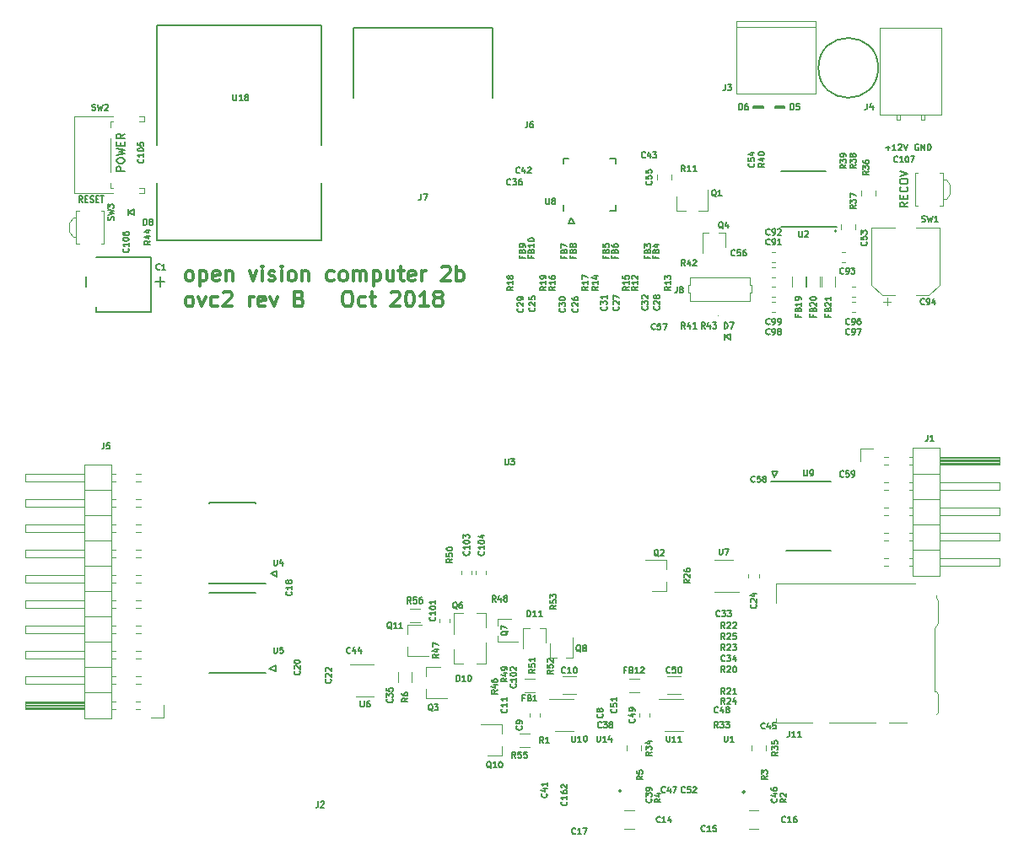
<source format=gto>
G04 #@! TF.GenerationSoftware,KiCad,Pcbnew,6.0.0-rc1-unknown-f1b2855~84~ubuntu16.04.1*
G04 #@! TF.CreationDate,2018-10-23T11:27:57+08:00*
G04 #@! TF.ProjectId,ovc2_mobo,6F7663325F6D6F626F2E6B696361645F,rev?*
G04 #@! TF.SameCoordinates,Original*
G04 #@! TF.FileFunction,Legend,Top*
G04 #@! TF.FilePolarity,Positive*
%FSLAX46Y46*%
G04 Gerber Fmt 4.6, Leading zero omitted, Abs format (unit mm)*
G04 Created by KiCad (PCBNEW 6.0.0-rc1-unknown-f1b2855~84~ubuntu16.04.1) date Tue 23 Oct 2018 11:27:57 AM +08*
%MOMM*%
%LPD*%
G01*
G04 APERTURE LIST*
%ADD10C,0.200000*%
%ADD11C,0.127000*%
%ADD12C,0.300000*%
%ADD13C,0.150000*%
%ADD14C,0.120000*%
%ADD15C,0.100000*%
G04 APERTURE END LIST*
D10*
X170800000Y-75900000D02*
G75*
G03X170800000Y-75900000I-100000J0D01*
G01*
D11*
X175000000Y-59500000D02*
G75*
G03X175000000Y-59500000I-3000000J0D01*
G01*
X100300000Y-74300000D02*
X99700000Y-74000000D01*
X100300000Y-73700000D02*
X100300000Y-74300000D01*
X99700000Y-74000000D02*
X100300000Y-73700000D01*
X99700000Y-74300000D02*
X99700000Y-74000000D01*
X99700000Y-73700000D02*
X99700000Y-74300000D01*
X160200000Y-86800000D02*
X159700000Y-86500000D01*
X160200000Y-86200000D02*
X160200000Y-86800000D01*
X159600000Y-86500000D02*
X160200000Y-86200000D01*
X159600000Y-86200000D02*
X159600000Y-86800000D01*
D10*
X164300000Y-100000000D02*
X164600000Y-100600000D01*
X164900000Y-100000000D02*
X164300000Y-100000000D01*
X164600000Y-100600000D02*
X164900000Y-100000000D01*
X161641421Y-132200000D02*
G75*
G03X161641421Y-132200000I-141421J0D01*
G01*
X149241421Y-132100000D02*
G75*
G03X149241421Y-132100000I-141421J0D01*
G01*
X114500000Y-120100000D02*
X114500000Y-119500000D01*
X114500000Y-119500000D02*
X113900000Y-119800000D01*
X113900000Y-119800000D02*
X114500000Y-120100000D01*
X114000000Y-110300000D02*
X114600000Y-110600000D01*
X114600000Y-110600000D02*
X114600000Y-110000000D01*
X114600000Y-110000000D02*
X114000000Y-110300000D01*
X144500000Y-75100000D02*
X144200000Y-74500000D01*
X143900000Y-75100000D02*
X144500000Y-75100000D01*
X144200000Y-74500000D02*
X143900000Y-75100000D01*
D12*
X105766428Y-80903571D02*
X105623571Y-80832142D01*
X105552142Y-80760714D01*
X105480714Y-80617857D01*
X105480714Y-80189285D01*
X105552142Y-80046428D01*
X105623571Y-79975000D01*
X105766428Y-79903571D01*
X105980714Y-79903571D01*
X106123571Y-79975000D01*
X106195000Y-80046428D01*
X106266428Y-80189285D01*
X106266428Y-80617857D01*
X106195000Y-80760714D01*
X106123571Y-80832142D01*
X105980714Y-80903571D01*
X105766428Y-80903571D01*
X106909285Y-79903571D02*
X106909285Y-81403571D01*
X106909285Y-79975000D02*
X107052142Y-79903571D01*
X107337857Y-79903571D01*
X107480714Y-79975000D01*
X107552142Y-80046428D01*
X107623571Y-80189285D01*
X107623571Y-80617857D01*
X107552142Y-80760714D01*
X107480714Y-80832142D01*
X107337857Y-80903571D01*
X107052142Y-80903571D01*
X106909285Y-80832142D01*
X108837857Y-80832142D02*
X108695000Y-80903571D01*
X108409285Y-80903571D01*
X108266428Y-80832142D01*
X108195000Y-80689285D01*
X108195000Y-80117857D01*
X108266428Y-79975000D01*
X108409285Y-79903571D01*
X108695000Y-79903571D01*
X108837857Y-79975000D01*
X108909285Y-80117857D01*
X108909285Y-80260714D01*
X108195000Y-80403571D01*
X109552142Y-79903571D02*
X109552142Y-80903571D01*
X109552142Y-80046428D02*
X109623571Y-79975000D01*
X109766428Y-79903571D01*
X109980714Y-79903571D01*
X110123571Y-79975000D01*
X110195000Y-80117857D01*
X110195000Y-80903571D01*
X111909285Y-79903571D02*
X112266428Y-80903571D01*
X112623571Y-79903571D01*
X113195000Y-80903571D02*
X113195000Y-79903571D01*
X113195000Y-79403571D02*
X113123571Y-79475000D01*
X113195000Y-79546428D01*
X113266428Y-79475000D01*
X113195000Y-79403571D01*
X113195000Y-79546428D01*
X113837857Y-80832142D02*
X113980714Y-80903571D01*
X114266428Y-80903571D01*
X114409285Y-80832142D01*
X114480714Y-80689285D01*
X114480714Y-80617857D01*
X114409285Y-80475000D01*
X114266428Y-80403571D01*
X114052142Y-80403571D01*
X113909285Y-80332142D01*
X113837857Y-80189285D01*
X113837857Y-80117857D01*
X113909285Y-79975000D01*
X114052142Y-79903571D01*
X114266428Y-79903571D01*
X114409285Y-79975000D01*
X115123571Y-80903571D02*
X115123571Y-79903571D01*
X115123571Y-79403571D02*
X115052142Y-79475000D01*
X115123571Y-79546428D01*
X115195000Y-79475000D01*
X115123571Y-79403571D01*
X115123571Y-79546428D01*
X116052142Y-80903571D02*
X115909285Y-80832142D01*
X115837857Y-80760714D01*
X115766428Y-80617857D01*
X115766428Y-80189285D01*
X115837857Y-80046428D01*
X115909285Y-79975000D01*
X116052142Y-79903571D01*
X116266428Y-79903571D01*
X116409285Y-79975000D01*
X116480714Y-80046428D01*
X116552142Y-80189285D01*
X116552142Y-80617857D01*
X116480714Y-80760714D01*
X116409285Y-80832142D01*
X116266428Y-80903571D01*
X116052142Y-80903571D01*
X117195000Y-79903571D02*
X117195000Y-80903571D01*
X117195000Y-80046428D02*
X117266428Y-79975000D01*
X117409285Y-79903571D01*
X117623571Y-79903571D01*
X117766428Y-79975000D01*
X117837857Y-80117857D01*
X117837857Y-80903571D01*
X120337857Y-80832142D02*
X120195000Y-80903571D01*
X119909285Y-80903571D01*
X119766428Y-80832142D01*
X119695000Y-80760714D01*
X119623571Y-80617857D01*
X119623571Y-80189285D01*
X119695000Y-80046428D01*
X119766428Y-79975000D01*
X119909285Y-79903571D01*
X120195000Y-79903571D01*
X120337857Y-79975000D01*
X121195000Y-80903571D02*
X121052142Y-80832142D01*
X120980714Y-80760714D01*
X120909285Y-80617857D01*
X120909285Y-80189285D01*
X120980714Y-80046428D01*
X121052142Y-79975000D01*
X121195000Y-79903571D01*
X121409285Y-79903571D01*
X121552142Y-79975000D01*
X121623571Y-80046428D01*
X121695000Y-80189285D01*
X121695000Y-80617857D01*
X121623571Y-80760714D01*
X121552142Y-80832142D01*
X121409285Y-80903571D01*
X121195000Y-80903571D01*
X122337857Y-80903571D02*
X122337857Y-79903571D01*
X122337857Y-80046428D02*
X122409285Y-79975000D01*
X122552142Y-79903571D01*
X122766428Y-79903571D01*
X122909285Y-79975000D01*
X122980714Y-80117857D01*
X122980714Y-80903571D01*
X122980714Y-80117857D02*
X123052142Y-79975000D01*
X123195000Y-79903571D01*
X123409285Y-79903571D01*
X123552142Y-79975000D01*
X123623571Y-80117857D01*
X123623571Y-80903571D01*
X124337857Y-79903571D02*
X124337857Y-81403571D01*
X124337857Y-79975000D02*
X124480714Y-79903571D01*
X124766428Y-79903571D01*
X124909285Y-79975000D01*
X124980714Y-80046428D01*
X125052142Y-80189285D01*
X125052142Y-80617857D01*
X124980714Y-80760714D01*
X124909285Y-80832142D01*
X124766428Y-80903571D01*
X124480714Y-80903571D01*
X124337857Y-80832142D01*
X126337857Y-79903571D02*
X126337857Y-80903571D01*
X125695000Y-79903571D02*
X125695000Y-80689285D01*
X125766428Y-80832142D01*
X125909285Y-80903571D01*
X126123571Y-80903571D01*
X126266428Y-80832142D01*
X126337857Y-80760714D01*
X126837857Y-79903571D02*
X127409285Y-79903571D01*
X127052142Y-79403571D02*
X127052142Y-80689285D01*
X127123571Y-80832142D01*
X127266428Y-80903571D01*
X127409285Y-80903571D01*
X128480714Y-80832142D02*
X128337857Y-80903571D01*
X128052142Y-80903571D01*
X127909285Y-80832142D01*
X127837857Y-80689285D01*
X127837857Y-80117857D01*
X127909285Y-79975000D01*
X128052142Y-79903571D01*
X128337857Y-79903571D01*
X128480714Y-79975000D01*
X128552142Y-80117857D01*
X128552142Y-80260714D01*
X127837857Y-80403571D01*
X129195000Y-80903571D02*
X129195000Y-79903571D01*
X129195000Y-80189285D02*
X129266428Y-80046428D01*
X129337857Y-79975000D01*
X129480714Y-79903571D01*
X129623571Y-79903571D01*
X131195000Y-79546428D02*
X131266428Y-79475000D01*
X131409285Y-79403571D01*
X131766428Y-79403571D01*
X131909285Y-79475000D01*
X131980714Y-79546428D01*
X132052142Y-79689285D01*
X132052142Y-79832142D01*
X131980714Y-80046428D01*
X131123571Y-80903571D01*
X132052142Y-80903571D01*
X132695000Y-80903571D02*
X132695000Y-79403571D01*
X132695000Y-79975000D02*
X132837857Y-79903571D01*
X133123571Y-79903571D01*
X133266428Y-79975000D01*
X133337857Y-80046428D01*
X133409285Y-80189285D01*
X133409285Y-80617857D01*
X133337857Y-80760714D01*
X133266428Y-80832142D01*
X133123571Y-80903571D01*
X132837857Y-80903571D01*
X132695000Y-80832142D01*
X105766428Y-83453571D02*
X105623571Y-83382142D01*
X105552142Y-83310714D01*
X105480714Y-83167857D01*
X105480714Y-82739285D01*
X105552142Y-82596428D01*
X105623571Y-82525000D01*
X105766428Y-82453571D01*
X105980714Y-82453571D01*
X106123571Y-82525000D01*
X106195000Y-82596428D01*
X106266428Y-82739285D01*
X106266428Y-83167857D01*
X106195000Y-83310714D01*
X106123571Y-83382142D01*
X105980714Y-83453571D01*
X105766428Y-83453571D01*
X106766428Y-82453571D02*
X107123571Y-83453571D01*
X107480714Y-82453571D01*
X108695000Y-83382142D02*
X108552142Y-83453571D01*
X108266428Y-83453571D01*
X108123571Y-83382142D01*
X108052142Y-83310714D01*
X107980714Y-83167857D01*
X107980714Y-82739285D01*
X108052142Y-82596428D01*
X108123571Y-82525000D01*
X108266428Y-82453571D01*
X108552142Y-82453571D01*
X108695000Y-82525000D01*
X109266428Y-82096428D02*
X109337857Y-82025000D01*
X109480714Y-81953571D01*
X109837857Y-81953571D01*
X109980714Y-82025000D01*
X110052142Y-82096428D01*
X110123571Y-82239285D01*
X110123571Y-82382142D01*
X110052142Y-82596428D01*
X109195000Y-83453571D01*
X110123571Y-83453571D01*
X111909285Y-83453571D02*
X111909285Y-82453571D01*
X111909285Y-82739285D02*
X111980714Y-82596428D01*
X112052142Y-82525000D01*
X112195000Y-82453571D01*
X112337857Y-82453571D01*
X113409285Y-83382142D02*
X113266428Y-83453571D01*
X112980714Y-83453571D01*
X112837857Y-83382142D01*
X112766428Y-83239285D01*
X112766428Y-82667857D01*
X112837857Y-82525000D01*
X112980714Y-82453571D01*
X113266428Y-82453571D01*
X113409285Y-82525000D01*
X113480714Y-82667857D01*
X113480714Y-82810714D01*
X112766428Y-82953571D01*
X113980714Y-82453571D02*
X114337857Y-83453571D01*
X114695000Y-82453571D01*
X116909285Y-82667857D02*
X117123571Y-82739285D01*
X117195000Y-82810714D01*
X117266428Y-82953571D01*
X117266428Y-83167857D01*
X117195000Y-83310714D01*
X117123571Y-83382142D01*
X116980714Y-83453571D01*
X116409285Y-83453571D01*
X116409285Y-81953571D01*
X116909285Y-81953571D01*
X117052142Y-82025000D01*
X117123571Y-82096428D01*
X117195000Y-82239285D01*
X117195000Y-82382142D01*
X117123571Y-82525000D01*
X117052142Y-82596428D01*
X116909285Y-82667857D01*
X116409285Y-82667857D01*
X121623571Y-81953571D02*
X121909285Y-81953571D01*
X122052142Y-82025000D01*
X122195000Y-82167857D01*
X122266428Y-82453571D01*
X122266428Y-82953571D01*
X122195000Y-83239285D01*
X122052142Y-83382142D01*
X121909285Y-83453571D01*
X121623571Y-83453571D01*
X121480714Y-83382142D01*
X121337857Y-83239285D01*
X121266428Y-82953571D01*
X121266428Y-82453571D01*
X121337857Y-82167857D01*
X121480714Y-82025000D01*
X121623571Y-81953571D01*
X123552142Y-83382142D02*
X123409285Y-83453571D01*
X123123571Y-83453571D01*
X122980714Y-83382142D01*
X122909285Y-83310714D01*
X122837857Y-83167857D01*
X122837857Y-82739285D01*
X122909285Y-82596428D01*
X122980714Y-82525000D01*
X123123571Y-82453571D01*
X123409285Y-82453571D01*
X123552142Y-82525000D01*
X123980714Y-82453571D02*
X124552142Y-82453571D01*
X124195000Y-81953571D02*
X124195000Y-83239285D01*
X124266428Y-83382142D01*
X124409285Y-83453571D01*
X124552142Y-83453571D01*
X126123571Y-82096428D02*
X126195000Y-82025000D01*
X126337857Y-81953571D01*
X126695000Y-81953571D01*
X126837857Y-82025000D01*
X126909285Y-82096428D01*
X126980714Y-82239285D01*
X126980714Y-82382142D01*
X126909285Y-82596428D01*
X126052142Y-83453571D01*
X126980714Y-83453571D01*
X127909285Y-81953571D02*
X128052142Y-81953571D01*
X128195000Y-82025000D01*
X128266428Y-82096428D01*
X128337857Y-82239285D01*
X128409285Y-82525000D01*
X128409285Y-82882142D01*
X128337857Y-83167857D01*
X128266428Y-83310714D01*
X128195000Y-83382142D01*
X128052142Y-83453571D01*
X127909285Y-83453571D01*
X127766428Y-83382142D01*
X127695000Y-83310714D01*
X127623571Y-83167857D01*
X127552142Y-82882142D01*
X127552142Y-82525000D01*
X127623571Y-82239285D01*
X127695000Y-82096428D01*
X127766428Y-82025000D01*
X127909285Y-81953571D01*
X129837857Y-83453571D02*
X128980714Y-83453571D01*
X129409285Y-83453571D02*
X129409285Y-81953571D01*
X129266428Y-82167857D01*
X129123571Y-82310714D01*
X128980714Y-82382142D01*
X130695000Y-82596428D02*
X130552142Y-82525000D01*
X130480714Y-82453571D01*
X130409285Y-82310714D01*
X130409285Y-82239285D01*
X130480714Y-82096428D01*
X130552142Y-82025000D01*
X130695000Y-81953571D01*
X130980714Y-81953571D01*
X131123571Y-82025000D01*
X131195000Y-82096428D01*
X131266428Y-82239285D01*
X131266428Y-82310714D01*
X131195000Y-82453571D01*
X131123571Y-82525000D01*
X130980714Y-82596428D01*
X130695000Y-82596428D01*
X130552142Y-82667857D01*
X130480714Y-82739285D01*
X130409285Y-82882142D01*
X130409285Y-83167857D01*
X130480714Y-83310714D01*
X130552142Y-83382142D01*
X130695000Y-83453571D01*
X130980714Y-83453571D01*
X131123571Y-83382142D01*
X131195000Y-83310714D01*
X131266428Y-83167857D01*
X131266428Y-82882142D01*
X131195000Y-82739285D01*
X131123571Y-82667857D01*
X130980714Y-82596428D01*
D10*
X177961904Y-72976190D02*
X177580952Y-73242857D01*
X177961904Y-73433333D02*
X177161904Y-73433333D01*
X177161904Y-73128571D01*
X177200000Y-73052380D01*
X177238095Y-73014285D01*
X177314285Y-72976190D01*
X177428571Y-72976190D01*
X177504761Y-73014285D01*
X177542857Y-73052380D01*
X177580952Y-73128571D01*
X177580952Y-73433333D01*
X177542857Y-72633333D02*
X177542857Y-72366666D01*
X177961904Y-72252380D02*
X177961904Y-72633333D01*
X177161904Y-72633333D01*
X177161904Y-72252380D01*
X177885714Y-71452380D02*
X177923809Y-71490476D01*
X177961904Y-71604761D01*
X177961904Y-71680952D01*
X177923809Y-71795238D01*
X177847619Y-71871428D01*
X177771428Y-71909523D01*
X177619047Y-71947619D01*
X177504761Y-71947619D01*
X177352380Y-71909523D01*
X177276190Y-71871428D01*
X177200000Y-71795238D01*
X177161904Y-71680952D01*
X177161904Y-71604761D01*
X177200000Y-71490476D01*
X177238095Y-71452380D01*
X177161904Y-70957142D02*
X177161904Y-70804761D01*
X177200000Y-70728571D01*
X177276190Y-70652380D01*
X177428571Y-70614285D01*
X177695238Y-70614285D01*
X177847619Y-70652380D01*
X177923809Y-70728571D01*
X177961904Y-70804761D01*
X177961904Y-70957142D01*
X177923809Y-71033333D01*
X177847619Y-71109523D01*
X177695238Y-71147619D01*
X177428571Y-71147619D01*
X177276190Y-71109523D01*
X177200000Y-71033333D01*
X177161904Y-70957142D01*
X177161904Y-70385714D02*
X177961904Y-70119047D01*
X177161904Y-69852380D01*
D13*
X95128571Y-72971428D02*
X94928571Y-72685714D01*
X94785714Y-72971428D02*
X94785714Y-72371428D01*
X95014285Y-72371428D01*
X95071428Y-72400000D01*
X95100000Y-72428571D01*
X95128571Y-72485714D01*
X95128571Y-72571428D01*
X95100000Y-72628571D01*
X95071428Y-72657142D01*
X95014285Y-72685714D01*
X94785714Y-72685714D01*
X95385714Y-72657142D02*
X95585714Y-72657142D01*
X95671428Y-72971428D02*
X95385714Y-72971428D01*
X95385714Y-72371428D01*
X95671428Y-72371428D01*
X95900000Y-72942857D02*
X95985714Y-72971428D01*
X96128571Y-72971428D01*
X96185714Y-72942857D01*
X96214285Y-72914285D01*
X96242857Y-72857142D01*
X96242857Y-72800000D01*
X96214285Y-72742857D01*
X96185714Y-72714285D01*
X96128571Y-72685714D01*
X96014285Y-72657142D01*
X95957142Y-72628571D01*
X95928571Y-72600000D01*
X95900000Y-72542857D01*
X95900000Y-72485714D01*
X95928571Y-72428571D01*
X95957142Y-72400000D01*
X96014285Y-72371428D01*
X96157142Y-72371428D01*
X96242857Y-72400000D01*
X96500000Y-72657142D02*
X96700000Y-72657142D01*
X96785714Y-72971428D02*
X96500000Y-72971428D01*
X96500000Y-72371428D01*
X96785714Y-72371428D01*
X96957142Y-72371428D02*
X97300000Y-72371428D01*
X97128571Y-72971428D02*
X97128571Y-72371428D01*
D10*
X99361904Y-69847619D02*
X98561904Y-69847619D01*
X98561904Y-69542857D01*
X98600000Y-69466666D01*
X98638095Y-69428571D01*
X98714285Y-69390476D01*
X98828571Y-69390476D01*
X98904761Y-69428571D01*
X98942857Y-69466666D01*
X98980952Y-69542857D01*
X98980952Y-69847619D01*
X98561904Y-68895238D02*
X98561904Y-68742857D01*
X98600000Y-68666666D01*
X98676190Y-68590476D01*
X98828571Y-68552380D01*
X99095238Y-68552380D01*
X99247619Y-68590476D01*
X99323809Y-68666666D01*
X99361904Y-68742857D01*
X99361904Y-68895238D01*
X99323809Y-68971428D01*
X99247619Y-69047619D01*
X99095238Y-69085714D01*
X98828571Y-69085714D01*
X98676190Y-69047619D01*
X98600000Y-68971428D01*
X98561904Y-68895238D01*
X98561904Y-68285714D02*
X99361904Y-68095238D01*
X98790476Y-67942857D01*
X99361904Y-67790476D01*
X98561904Y-67600000D01*
X98942857Y-67295238D02*
X98942857Y-67028571D01*
X99361904Y-66914285D02*
X99361904Y-67295238D01*
X98561904Y-67295238D01*
X98561904Y-66914285D01*
X99361904Y-66114285D02*
X98980952Y-66380952D01*
X99361904Y-66571428D02*
X98561904Y-66571428D01*
X98561904Y-66266666D01*
X98600000Y-66190476D01*
X98638095Y-66152380D01*
X98714285Y-66114285D01*
X98828571Y-66114285D01*
X98904761Y-66152380D01*
X98942857Y-66190476D01*
X98980952Y-66266666D01*
X98980952Y-66571428D01*
D13*
X179042857Y-67200000D02*
X178985714Y-67171428D01*
X178900000Y-67171428D01*
X178814285Y-67200000D01*
X178757142Y-67257142D01*
X178728571Y-67314285D01*
X178700000Y-67428571D01*
X178700000Y-67514285D01*
X178728571Y-67628571D01*
X178757142Y-67685714D01*
X178814285Y-67742857D01*
X178900000Y-67771428D01*
X178957142Y-67771428D01*
X179042857Y-67742857D01*
X179071428Y-67714285D01*
X179071428Y-67514285D01*
X178957142Y-67514285D01*
X179328571Y-67771428D02*
X179328571Y-67171428D01*
X179671428Y-67771428D01*
X179671428Y-67171428D01*
X179957142Y-67771428D02*
X179957142Y-67171428D01*
X180100000Y-67171428D01*
X180185714Y-67200000D01*
X180242857Y-67257142D01*
X180271428Y-67314285D01*
X180300000Y-67428571D01*
X180300000Y-67514285D01*
X180271428Y-67628571D01*
X180242857Y-67685714D01*
X180185714Y-67742857D01*
X180100000Y-67771428D01*
X179957142Y-67771428D01*
X175742857Y-67542857D02*
X176200000Y-67542857D01*
X175971428Y-67771428D02*
X175971428Y-67314285D01*
X176800000Y-67771428D02*
X176457142Y-67771428D01*
X176628571Y-67771428D02*
X176628571Y-67171428D01*
X176571428Y-67257142D01*
X176514285Y-67314285D01*
X176457142Y-67342857D01*
X177028571Y-67228571D02*
X177057142Y-67200000D01*
X177114285Y-67171428D01*
X177257142Y-67171428D01*
X177314285Y-67200000D01*
X177342857Y-67228571D01*
X177371428Y-67285714D01*
X177371428Y-67342857D01*
X177342857Y-67428571D01*
X177000000Y-67771428D01*
X177371428Y-67771428D01*
X177542857Y-67171428D02*
X177742857Y-67771428D01*
X177942857Y-67171428D01*
D14*
G04 #@! TO.C,J1*
X173230000Y-97730000D02*
X174500000Y-97730000D01*
X173230000Y-99000000D02*
X173230000Y-97730000D01*
X175542929Y-109540000D02*
X175997071Y-109540000D01*
X175542929Y-108780000D02*
X175997071Y-108780000D01*
X178082929Y-109540000D02*
X178480000Y-109540000D01*
X178082929Y-108780000D02*
X178480000Y-108780000D01*
X187140000Y-109540000D02*
X181140000Y-109540000D01*
X187140000Y-108780000D02*
X187140000Y-109540000D01*
X181140000Y-108780000D02*
X187140000Y-108780000D01*
X178480000Y-107890000D02*
X181140000Y-107890000D01*
X175542929Y-107000000D02*
X175997071Y-107000000D01*
X175542929Y-106240000D02*
X175997071Y-106240000D01*
X178082929Y-107000000D02*
X178480000Y-107000000D01*
X178082929Y-106240000D02*
X178480000Y-106240000D01*
X187140000Y-107000000D02*
X181140000Y-107000000D01*
X187140000Y-106240000D02*
X187140000Y-107000000D01*
X181140000Y-106240000D02*
X187140000Y-106240000D01*
X178480000Y-105350000D02*
X181140000Y-105350000D01*
X175542929Y-104460000D02*
X175997071Y-104460000D01*
X175542929Y-103700000D02*
X175997071Y-103700000D01*
X178082929Y-104460000D02*
X178480000Y-104460000D01*
X178082929Y-103700000D02*
X178480000Y-103700000D01*
X187140000Y-104460000D02*
X181140000Y-104460000D01*
X187140000Y-103700000D02*
X187140000Y-104460000D01*
X181140000Y-103700000D02*
X187140000Y-103700000D01*
X178480000Y-102810000D02*
X181140000Y-102810000D01*
X175542929Y-101920000D02*
X175997071Y-101920000D01*
X175542929Y-101160000D02*
X175997071Y-101160000D01*
X178082929Y-101920000D02*
X178480000Y-101920000D01*
X178082929Y-101160000D02*
X178480000Y-101160000D01*
X187140000Y-101920000D02*
X181140000Y-101920000D01*
X187140000Y-101160000D02*
X187140000Y-101920000D01*
X181140000Y-101160000D02*
X187140000Y-101160000D01*
X178480000Y-100270000D02*
X181140000Y-100270000D01*
X175610000Y-99380000D02*
X175997071Y-99380000D01*
X175610000Y-98620000D02*
X175997071Y-98620000D01*
X178082929Y-99380000D02*
X178480000Y-99380000D01*
X178082929Y-98620000D02*
X178480000Y-98620000D01*
X181140000Y-99280000D02*
X187140000Y-99280000D01*
X181140000Y-99160000D02*
X187140000Y-99160000D01*
X181140000Y-99040000D02*
X187140000Y-99040000D01*
X181140000Y-98920000D02*
X187140000Y-98920000D01*
X181140000Y-98800000D02*
X187140000Y-98800000D01*
X181140000Y-98680000D02*
X187140000Y-98680000D01*
X187140000Y-99380000D02*
X181140000Y-99380000D01*
X187140000Y-98620000D02*
X187140000Y-99380000D01*
X181140000Y-98620000D02*
X187140000Y-98620000D01*
X181140000Y-97670000D02*
X178480000Y-97670000D01*
X181140000Y-110490000D02*
X181140000Y-97670000D01*
X178480000Y-110490000D02*
X181140000Y-110490000D01*
X178480000Y-97670000D02*
X178480000Y-110490000D01*
G04 #@! TO.C,J11*
X181010000Y-115270000D02*
X180660000Y-115780000D01*
X180810000Y-112760000D02*
X180810000Y-112500000D01*
X181010000Y-112960000D02*
X180810000Y-112760000D01*
X181010001Y-122360000D02*
X180810000Y-122149999D01*
X180660000Y-122150000D02*
X180810000Y-122149999D01*
X180660000Y-122150000D02*
X180660000Y-115780000D01*
X176050000Y-125250000D02*
X177850000Y-125250000D01*
X170050000Y-125250000D02*
X174750000Y-125250000D01*
X181010000Y-124220000D02*
X180810000Y-124420000D01*
X181010000Y-124220000D02*
X181010001Y-122360000D01*
X181010000Y-112960000D02*
X181010000Y-115270000D01*
X164740000Y-125250000D02*
X168350000Y-125250000D01*
X164740000Y-124800000D02*
X164740000Y-125250000D01*
X164740000Y-111279999D02*
X178750000Y-111280000D01*
X164740000Y-113200000D02*
X164740000Y-111279999D01*
G04 #@! TO.C,J4*
X179650000Y-64230000D02*
X179350000Y-64230000D01*
X179650000Y-64700000D02*
X179650000Y-64230000D01*
X179350000Y-64700000D02*
X179650000Y-64700000D01*
X179350000Y-64230000D02*
X179350000Y-64700000D01*
X177150000Y-64230000D02*
X176850000Y-64230000D01*
X177150000Y-64700000D02*
X177150000Y-64230000D01*
X176850000Y-64700000D02*
X177150000Y-64700000D01*
X176850000Y-64230000D02*
X176850000Y-64700000D01*
X181370000Y-55470000D02*
X175130000Y-55470000D01*
X181370000Y-64230000D02*
X181370000Y-55470000D01*
X175130000Y-64230000D02*
X181370000Y-64230000D01*
X175130000Y-55470000D02*
X175130000Y-64230000D01*
G04 #@! TO.C,SW2*
X97970000Y-71590000D02*
X98200000Y-71590000D01*
X94300000Y-72110000D02*
X94300000Y-64390000D01*
X94300000Y-64390000D02*
X98200000Y-64390000D01*
X101310000Y-72110000D02*
X101310000Y-71590000D01*
X94300000Y-72110000D02*
X98200000Y-72110000D01*
X97970000Y-64910000D02*
X98200000Y-64910000D01*
X100800000Y-71590000D02*
X101310000Y-71590000D01*
X100800000Y-72110000D02*
X101310000Y-72110000D01*
X97970000Y-65450000D02*
X97970000Y-64910000D01*
X100800000Y-64910000D02*
X101310000Y-64910000D01*
X101310000Y-64910000D02*
X101310000Y-64390000D01*
X100800000Y-64390000D02*
X101310000Y-64390000D01*
X97970000Y-71590000D02*
X97970000Y-71050000D01*
X97970000Y-69950000D02*
X97970000Y-66550000D01*
G04 #@! TO.C,R35*
X162290000Y-127541422D02*
X162290000Y-128058578D01*
X163710000Y-127541422D02*
X163710000Y-128058578D01*
G04 #@! TO.C,R34*
X149790000Y-127541422D02*
X149790000Y-128058578D01*
X151210000Y-127541422D02*
X151210000Y-128058578D01*
D15*
G04 #@! TO.C,D8*
X98960000Y-75000000D02*
G75*
G03X98960000Y-75000000I-50000J0D01*
G01*
D13*
G04 #@! TO.C,U9*
X164250000Y-101050000D02*
X170225000Y-101050000D01*
X165775000Y-107950000D02*
X170225000Y-107950000D01*
D14*
G04 #@! TO.C,J8*
X156150000Y-82950000D02*
X159125000Y-82950000D01*
X156150000Y-82100000D02*
X156150000Y-82950000D01*
X155950000Y-82100000D02*
X156150000Y-82100000D01*
X155950000Y-81300000D02*
X155950000Y-82100000D01*
X156150000Y-81300000D02*
X155950000Y-81300000D01*
X156150000Y-80550000D02*
X156150000Y-81300000D01*
X159125000Y-80550000D02*
X156150000Y-80550000D01*
X162100000Y-82950000D02*
X159125000Y-82950000D01*
X162100000Y-82100000D02*
X162100000Y-82950000D01*
X162300000Y-82100000D02*
X162100000Y-82100000D01*
X162300000Y-81300000D02*
X162300000Y-82100000D01*
X162100000Y-81300000D02*
X162300000Y-81300000D01*
X162100000Y-80550000D02*
X162100000Y-81300000D01*
X159125000Y-80550000D02*
X162100000Y-80550000D01*
D15*
G04 #@! TO.C,D7*
X158960000Y-84400000D02*
G75*
G03X158960000Y-84400000I-50000J0D01*
G01*
D14*
G04 #@! TO.C,Q4*
X159660000Y-77480000D02*
X159660000Y-76070000D01*
X157340000Y-76070000D02*
X157340000Y-78100000D01*
X157340000Y-76070000D02*
X158000000Y-76070000D01*
X159000000Y-76070000D02*
X159660000Y-76070000D01*
G04 #@! TO.C,SW3*
X94500000Y-73850000D02*
X94800000Y-73850000D01*
X94500000Y-77150000D02*
X94500000Y-73850000D01*
X94800000Y-77150000D02*
X94500000Y-77150000D01*
X97300000Y-73850000D02*
X97000000Y-73850000D01*
X97000000Y-77150000D02*
X97300000Y-77150000D01*
X97300000Y-77150000D02*
X97300000Y-73850000D01*
X94180000Y-74500000D02*
X94500000Y-74500000D01*
X93800000Y-75000000D02*
X94180000Y-74500000D01*
X93800000Y-76000000D02*
X93800000Y-75000000D01*
X94180000Y-76500000D02*
X94500000Y-76500000D01*
X93800000Y-76000000D02*
X94180000Y-76500000D01*
G04 #@! TO.C,SW1*
X181500000Y-73350000D02*
X181200000Y-73350000D01*
X181500000Y-70050000D02*
X181500000Y-73350000D01*
X181200000Y-70050000D02*
X181500000Y-70050000D01*
X178700000Y-73350000D02*
X179000000Y-73350000D01*
X179000000Y-70050000D02*
X178700000Y-70050000D01*
X178700000Y-70050000D02*
X178700000Y-73350000D01*
X181820000Y-72700000D02*
X181500000Y-72700000D01*
X182200000Y-72200000D02*
X181820000Y-72700000D01*
X182200000Y-71200000D02*
X182200000Y-72200000D01*
X181820000Y-70700000D02*
X181500000Y-70700000D01*
X182200000Y-71200000D02*
X181820000Y-70700000D01*
G04 #@! TO.C,C55*
X152790000Y-70241422D02*
X152790000Y-70758578D01*
X154210000Y-70241422D02*
X154210000Y-70758578D01*
G04 #@! TO.C,C92*
X164662779Y-77990000D02*
X164337221Y-77990000D01*
X164662779Y-79010000D02*
X164337221Y-79010000D01*
G04 #@! TO.C,C91*
X164662779Y-79490000D02*
X164337221Y-79490000D01*
X164662779Y-80510000D02*
X164337221Y-80510000D01*
G04 #@! TO.C,C93*
X171337221Y-79010000D02*
X171662779Y-79010000D01*
X171337221Y-77990000D02*
X171662779Y-77990000D01*
G04 #@! TO.C,C101*
X132010000Y-115162779D02*
X132010000Y-114837221D01*
X130990000Y-115162779D02*
X130990000Y-114837221D01*
G04 #@! TO.C,C104*
X135657000Y-110339779D02*
X135657000Y-110014221D01*
X134637000Y-110339779D02*
X134637000Y-110014221D01*
G04 #@! TO.C,C103*
X134157000Y-110339779D02*
X134157000Y-110014221D01*
X133137000Y-110339779D02*
X133137000Y-110014221D01*
G04 #@! TO.C,C97*
X172337221Y-84010000D02*
X172662779Y-84010000D01*
X172337221Y-82990000D02*
X172662779Y-82990000D01*
G04 #@! TO.C,C96*
X172337221Y-82510000D02*
X172662779Y-82510000D01*
X172337221Y-81490000D02*
X172662779Y-81490000D01*
G04 #@! TO.C,C98*
X164662779Y-82990000D02*
X164337221Y-82990000D01*
X164662779Y-84010000D02*
X164337221Y-84010000D01*
G04 #@! TO.C,C99*
X164662779Y-81490000D02*
X164337221Y-81490000D01*
X164662779Y-82510000D02*
X164337221Y-82510000D01*
G04 #@! TO.C,C49*
X150990000Y-124337221D02*
X150990000Y-124662779D01*
X152010000Y-124337221D02*
X152010000Y-124662779D01*
G04 #@! TO.C,C9*
X139990000Y-124337221D02*
X139990000Y-124662779D01*
X141010000Y-124337221D02*
X141010000Y-124662779D01*
G04 #@! TO.C,C24*
X163010000Y-110662779D02*
X163010000Y-110337221D01*
X161990000Y-110662779D02*
X161990000Y-110337221D01*
D13*
G04 #@! TO.C,U2*
X170875000Y-75425000D02*
X165250000Y-75425000D01*
X169750000Y-69875000D02*
X165250000Y-69875000D01*
D14*
G04 #@! TO.C,R36*
X174710000Y-72358578D02*
X174710000Y-71841422D01*
X173290000Y-72358578D02*
X173290000Y-71841422D01*
G04 #@! TO.C,C53*
X171290000Y-75241422D02*
X171290000Y-75758578D01*
X172710000Y-75241422D02*
X172710000Y-75758578D01*
G04 #@! TO.C,C14*
X149500000Y-135910000D02*
X150500000Y-135910000D01*
X149500000Y-134090000D02*
X150500000Y-134090000D01*
G04 #@! TO.C,U6*
X124400000Y-119390000D02*
X121950000Y-119390000D01*
X122600000Y-122610000D02*
X124400000Y-122610000D01*
G04 #@! TO.C,R6*
X128180000Y-120200000D02*
X128180000Y-121200000D01*
X126820000Y-121200000D02*
X126820000Y-120200000D01*
G04 #@! TO.C,Q3*
X129574524Y-119662500D02*
X131034524Y-119662500D01*
X129574524Y-122822500D02*
X131734524Y-122822500D01*
X129574524Y-122822500D02*
X129574524Y-121892500D01*
X129574524Y-119662500D02*
X129574524Y-120592500D01*
G04 #@! TO.C,J5*
X103270000Y-124770000D02*
X102000000Y-124770000D01*
X103270000Y-123500000D02*
X103270000Y-124770000D01*
X100957071Y-100260000D02*
X100502929Y-100260000D01*
X100957071Y-101020000D02*
X100502929Y-101020000D01*
X98417071Y-100260000D02*
X98020000Y-100260000D01*
X98417071Y-101020000D02*
X98020000Y-101020000D01*
X89360000Y-100260000D02*
X95360000Y-100260000D01*
X89360000Y-101020000D02*
X89360000Y-100260000D01*
X95360000Y-101020000D02*
X89360000Y-101020000D01*
X98020000Y-101910000D02*
X95360000Y-101910000D01*
X100957071Y-102800000D02*
X100502929Y-102800000D01*
X100957071Y-103560000D02*
X100502929Y-103560000D01*
X98417071Y-102800000D02*
X98020000Y-102800000D01*
X98417071Y-103560000D02*
X98020000Y-103560000D01*
X89360000Y-102800000D02*
X95360000Y-102800000D01*
X89360000Y-103560000D02*
X89360000Y-102800000D01*
X95360000Y-103560000D02*
X89360000Y-103560000D01*
X98020000Y-104450000D02*
X95360000Y-104450000D01*
X100957071Y-105340000D02*
X100502929Y-105340000D01*
X100957071Y-106100000D02*
X100502929Y-106100000D01*
X98417071Y-105340000D02*
X98020000Y-105340000D01*
X98417071Y-106100000D02*
X98020000Y-106100000D01*
X89360000Y-105340000D02*
X95360000Y-105340000D01*
X89360000Y-106100000D02*
X89360000Y-105340000D01*
X95360000Y-106100000D02*
X89360000Y-106100000D01*
X98020000Y-106990000D02*
X95360000Y-106990000D01*
X100957071Y-107880000D02*
X100502929Y-107880000D01*
X100957071Y-108640000D02*
X100502929Y-108640000D01*
X98417071Y-107880000D02*
X98020000Y-107880000D01*
X98417071Y-108640000D02*
X98020000Y-108640000D01*
X89360000Y-107880000D02*
X95360000Y-107880000D01*
X89360000Y-108640000D02*
X89360000Y-107880000D01*
X95360000Y-108640000D02*
X89360000Y-108640000D01*
X98020000Y-109530000D02*
X95360000Y-109530000D01*
X100957071Y-110420000D02*
X100502929Y-110420000D01*
X100957071Y-111180000D02*
X100502929Y-111180000D01*
X98417071Y-110420000D02*
X98020000Y-110420000D01*
X98417071Y-111180000D02*
X98020000Y-111180000D01*
X89360000Y-110420000D02*
X95360000Y-110420000D01*
X89360000Y-111180000D02*
X89360000Y-110420000D01*
X95360000Y-111180000D02*
X89360000Y-111180000D01*
X98020000Y-112070000D02*
X95360000Y-112070000D01*
X100957071Y-112960000D02*
X100502929Y-112960000D01*
X100957071Y-113720000D02*
X100502929Y-113720000D01*
X98417071Y-112960000D02*
X98020000Y-112960000D01*
X98417071Y-113720000D02*
X98020000Y-113720000D01*
X89360000Y-112960000D02*
X95360000Y-112960000D01*
X89360000Y-113720000D02*
X89360000Y-112960000D01*
X95360000Y-113720000D02*
X89360000Y-113720000D01*
X98020000Y-114610000D02*
X95360000Y-114610000D01*
X100957071Y-115500000D02*
X100502929Y-115500000D01*
X100957071Y-116260000D02*
X100502929Y-116260000D01*
X98417071Y-115500000D02*
X98020000Y-115500000D01*
X98417071Y-116260000D02*
X98020000Y-116260000D01*
X89360000Y-115500000D02*
X95360000Y-115500000D01*
X89360000Y-116260000D02*
X89360000Y-115500000D01*
X95360000Y-116260000D02*
X89360000Y-116260000D01*
X98020000Y-117150000D02*
X95360000Y-117150000D01*
X100957071Y-118040000D02*
X100502929Y-118040000D01*
X100957071Y-118800000D02*
X100502929Y-118800000D01*
X98417071Y-118040000D02*
X98020000Y-118040000D01*
X98417071Y-118800000D02*
X98020000Y-118800000D01*
X89360000Y-118040000D02*
X95360000Y-118040000D01*
X89360000Y-118800000D02*
X89360000Y-118040000D01*
X95360000Y-118800000D02*
X89360000Y-118800000D01*
X98020000Y-119690000D02*
X95360000Y-119690000D01*
X100957071Y-120580000D02*
X100502929Y-120580000D01*
X100957071Y-121340000D02*
X100502929Y-121340000D01*
X98417071Y-120580000D02*
X98020000Y-120580000D01*
X98417071Y-121340000D02*
X98020000Y-121340000D01*
X89360000Y-120580000D02*
X95360000Y-120580000D01*
X89360000Y-121340000D02*
X89360000Y-120580000D01*
X95360000Y-121340000D02*
X89360000Y-121340000D01*
X98020000Y-122230000D02*
X95360000Y-122230000D01*
X100890000Y-123120000D02*
X100502929Y-123120000D01*
X100890000Y-123880000D02*
X100502929Y-123880000D01*
X98417071Y-123120000D02*
X98020000Y-123120000D01*
X98417071Y-123880000D02*
X98020000Y-123880000D01*
X95360000Y-123220000D02*
X89360000Y-123220000D01*
X95360000Y-123340000D02*
X89360000Y-123340000D01*
X95360000Y-123460000D02*
X89360000Y-123460000D01*
X95360000Y-123580000D02*
X89360000Y-123580000D01*
X95360000Y-123700000D02*
X89360000Y-123700000D01*
X95360000Y-123820000D02*
X89360000Y-123820000D01*
X89360000Y-123120000D02*
X95360000Y-123120000D01*
X89360000Y-123880000D02*
X89360000Y-123120000D01*
X95360000Y-123880000D02*
X89360000Y-123880000D01*
X95360000Y-124830000D02*
X98020000Y-124830000D01*
X95360000Y-99310000D02*
X95360000Y-124830000D01*
X98020000Y-99310000D02*
X95360000Y-99310000D01*
X98020000Y-124830000D02*
X98020000Y-99310000D01*
D13*
G04 #@! TO.C,U4*
X107832212Y-111241015D02*
X107832212Y-111216015D01*
X107832212Y-103191015D02*
X107832212Y-103216015D01*
X112482212Y-103191015D02*
X112482212Y-103216015D01*
X113557212Y-111291015D02*
X107832212Y-111291015D01*
X112482212Y-103191015D02*
X107832212Y-103191015D01*
G04 #@! TO.C,U5*
X112482212Y-112191015D02*
X107832212Y-112191015D01*
X113557212Y-120291015D02*
X107832212Y-120291015D01*
X112482212Y-112191015D02*
X112482212Y-112216015D01*
X107832212Y-112191015D02*
X107832212Y-112216015D01*
X107832212Y-120241015D02*
X107832212Y-120216015D01*
D14*
G04 #@! TO.C,C16*
X162000000Y-134090000D02*
X163000000Y-134090000D01*
X162000000Y-135910000D02*
X163000000Y-135910000D01*
G04 #@! TO.C,C94*
X181161000Y-75509000D02*
X178811000Y-75509000D01*
X174341000Y-75509000D02*
X176691000Y-75509000D01*
X174341000Y-81264563D02*
X174341000Y-75509000D01*
X181161000Y-81264563D02*
X181161000Y-75509000D01*
X180096563Y-82329000D02*
X178811000Y-82329000D01*
X175405437Y-82329000D02*
X176691000Y-82329000D01*
X175405437Y-82329000D02*
X174341000Y-81264563D01*
X180096563Y-82329000D02*
X181161000Y-81264563D01*
X175903500Y-83356500D02*
X175903500Y-82569000D01*
X175509750Y-82962750D02*
X176297250Y-82962750D01*
D13*
G04 #@! TO.C,C1*
X103400000Y-81000000D02*
X102400000Y-81000000D01*
X102900000Y-80500000D02*
X102900000Y-81500000D01*
X95500000Y-80500000D02*
X95500000Y-81500000D01*
X102000000Y-84000000D02*
X102000000Y-78500000D01*
X102000000Y-78500000D02*
X96500000Y-78500000D01*
X102000000Y-84000000D02*
X96500000Y-84000000D01*
X96500000Y-84000000D02*
X96500000Y-83500000D01*
D14*
G04 #@! TO.C,J3*
X168749000Y-54780000D02*
X160749000Y-54780000D01*
X168749000Y-62100000D02*
X160749000Y-62100000D01*
X160749000Y-62100000D02*
X160749000Y-54780000D01*
X160749000Y-55400000D02*
X168749000Y-55400000D01*
X168749000Y-54780000D02*
X168749000Y-62100000D01*
G04 #@! TO.C,C50*
X153850000Y-120590000D02*
X155150000Y-120590000D01*
X153850000Y-122410000D02*
X155150000Y-122410000D01*
G04 #@! TO.C,C10*
X143350000Y-122410000D02*
X144650000Y-122410000D01*
X143350000Y-120590000D02*
X144650000Y-120590000D01*
D13*
G04 #@! TO.C,J7*
X136315720Y-55500000D02*
X136315720Y-62500000D01*
X122315720Y-55500000D02*
X122315720Y-62500000D01*
X122315720Y-55500000D02*
X136315720Y-55500000D01*
G04 #@! TO.C,U18*
X119110118Y-71080000D02*
X119110118Y-76795000D01*
X102600118Y-76795000D02*
X119110118Y-76795000D01*
X102600118Y-71080000D02*
X102600118Y-76795000D01*
X102600118Y-67270000D02*
X102600118Y-67270000D01*
X102600118Y-55205000D02*
X102600118Y-67270000D01*
X119110118Y-67270000D02*
X119110118Y-67270000D01*
X119110118Y-55205000D02*
X119110118Y-67270000D01*
X102600118Y-55205000D02*
X119110118Y-55205000D01*
D14*
G04 #@! TO.C,U10*
X142600000Y-126110000D02*
X144400000Y-126110000D01*
X144400000Y-122890000D02*
X141950000Y-122890000D01*
G04 #@! TO.C,FB1*
X139500000Y-120820000D02*
X140500000Y-120820000D01*
X140500000Y-122180000D02*
X139500000Y-122180000D01*
G04 #@! TO.C,R56*
X128000000Y-113820000D02*
X129000000Y-113820000D01*
X129000000Y-115180000D02*
X128000000Y-115180000D01*
G04 #@! TO.C,R55*
X139000000Y-126320000D02*
X140000000Y-126320000D01*
X140000000Y-127680000D02*
X139000000Y-127680000D01*
G04 #@! TO.C,Q11*
X127740000Y-115420000D02*
X127740000Y-116350000D01*
X127740000Y-118580000D02*
X127740000Y-117650000D01*
X127740000Y-118580000D02*
X129900000Y-118580000D01*
X127740000Y-115420000D02*
X129200000Y-115420000D01*
G04 #@! TO.C,Q10*
X137260000Y-128580000D02*
X137260000Y-127650000D01*
X137260000Y-125420000D02*
X137260000Y-126350000D01*
X137260000Y-125420000D02*
X135100000Y-125420000D01*
X137260000Y-128580000D02*
X135800000Y-128580000D01*
G04 #@! TO.C,Q6*
X135580000Y-114240000D02*
X134650000Y-114240000D01*
X132420000Y-114240000D02*
X133350000Y-114240000D01*
X132420000Y-114240000D02*
X132420000Y-116400000D01*
X135580000Y-114240000D02*
X135580000Y-115700000D01*
G04 #@! TO.C,D10*
X132420000Y-119360000D02*
X133350000Y-119360000D01*
X135580000Y-119360000D02*
X134650000Y-119360000D01*
X135580000Y-119360000D02*
X135580000Y-117200000D01*
X132420000Y-119360000D02*
X132420000Y-117900000D01*
G04 #@! TO.C,Q7*
X136770000Y-115500000D02*
X136770000Y-114840000D01*
X136770000Y-117160000D02*
X136770000Y-116500000D01*
X136770000Y-117160000D02*
X138800000Y-117160000D01*
X138180000Y-114840000D02*
X136770000Y-114840000D01*
G04 #@! TO.C,D11*
X141660000Y-117180000D02*
X141660000Y-115770000D01*
X139340000Y-115770000D02*
X139340000Y-117800000D01*
X139340000Y-115770000D02*
X140000000Y-115770000D01*
X141000000Y-115770000D02*
X141660000Y-115770000D01*
G04 #@! TO.C,Q8*
X142700000Y-118730000D02*
X142040000Y-118730000D01*
X144360000Y-118730000D02*
X143700000Y-118730000D01*
X144360000Y-118730000D02*
X144360000Y-116700000D01*
X142040000Y-117320000D02*
X142040000Y-118730000D01*
G04 #@! TO.C,FB20*
X167820000Y-81500000D02*
X167820000Y-80500000D01*
X169180000Y-80500000D02*
X169180000Y-81500000D01*
G04 #@! TO.C,FB21*
X170680000Y-80500000D02*
X170680000Y-81500000D01*
X169320000Y-81500000D02*
X169320000Y-80500000D01*
G04 #@! TO.C,FB19*
X167680000Y-80500000D02*
X167680000Y-81500000D01*
X166320000Y-81500000D02*
X166320000Y-80500000D01*
D13*
G04 #@! TO.C,D5*
X164630000Y-63525000D02*
X165630000Y-63525000D01*
X165630000Y-63325000D02*
X165630000Y-63525000D01*
X164630000Y-63325000D02*
X165630000Y-63325000D01*
X164630000Y-63525000D02*
X164630000Y-63325000D01*
G04 #@! TO.C,D6*
X162490000Y-63540000D02*
X163490000Y-63540000D01*
X163490000Y-63340000D02*
X163490000Y-63540000D01*
X162490000Y-63340000D02*
X163490000Y-63340000D01*
X162490000Y-63540000D02*
X162490000Y-63340000D01*
D14*
G04 #@! TO.C,FB12*
X150000000Y-120820000D02*
X151000000Y-120820000D01*
X151000000Y-122180000D02*
X150000000Y-122180000D01*
G04 #@! TO.C,U11*
X153600000Y-126110000D02*
X155400000Y-126110000D01*
X155400000Y-122890000D02*
X152950000Y-122890000D01*
G04 #@! TO.C,Q2*
X153760000Y-112080000D02*
X153760000Y-111150000D01*
X153760000Y-108920000D02*
X153760000Y-109850000D01*
X153760000Y-108920000D02*
X151600000Y-108920000D01*
X153760000Y-112080000D02*
X152300000Y-112080000D01*
G04 #@! TO.C,U7*
X160400000Y-108890000D02*
X158600000Y-108890000D01*
X158600000Y-112110000D02*
X161050000Y-112110000D01*
D13*
G04 #@! TO.C,U8*
X143375000Y-68575000D02*
X143375000Y-69100000D01*
X148625000Y-68575000D02*
X148625000Y-69100000D01*
X148625000Y-73825000D02*
X148625000Y-73300000D01*
X143375000Y-73825000D02*
X143375000Y-73300000D01*
X148625000Y-68575000D02*
X148100000Y-68575000D01*
X148625000Y-73825000D02*
X148100000Y-73825000D01*
X143375000Y-68575000D02*
X143900000Y-68575000D01*
D14*
G04 #@! TO.C,Q1*
X154720000Y-73860000D02*
X154720000Y-72400000D01*
X157880000Y-73860000D02*
X157880000Y-71700000D01*
X157880000Y-73860000D02*
X156950000Y-73860000D01*
X154720000Y-73860000D02*
X155650000Y-73860000D01*
G04 #@! TO.C,J1*
D13*
X179955000Y-96401428D02*
X179955000Y-96830000D01*
X179926428Y-96915714D01*
X179869285Y-96972857D01*
X179783571Y-97001428D01*
X179726428Y-97001428D01*
X180555000Y-97001428D02*
X180212142Y-97001428D01*
X180383571Y-97001428D02*
X180383571Y-96401428D01*
X180326428Y-96487142D01*
X180269285Y-96544285D01*
X180212142Y-96572857D01*
G04 #@! TO.C,J11*
X166114285Y-126071428D02*
X166114285Y-126500000D01*
X166085714Y-126585714D01*
X166028571Y-126642857D01*
X165942857Y-126671428D01*
X165885714Y-126671428D01*
X166714285Y-126671428D02*
X166371428Y-126671428D01*
X166542857Y-126671428D02*
X166542857Y-126071428D01*
X166485714Y-126157142D01*
X166428571Y-126214285D01*
X166371428Y-126242857D01*
X167285714Y-126671428D02*
X166942857Y-126671428D01*
X167114285Y-126671428D02*
X167114285Y-126071428D01*
X167057142Y-126157142D01*
X167000000Y-126214285D01*
X166942857Y-126242857D01*
G04 #@! TO.C,J4*
X173900000Y-63071428D02*
X173900000Y-63500000D01*
X173871428Y-63585714D01*
X173814285Y-63642857D01*
X173728571Y-63671428D01*
X173671428Y-63671428D01*
X174442857Y-63271428D02*
X174442857Y-63671428D01*
X174300000Y-63042857D02*
X174157142Y-63471428D01*
X174528571Y-63471428D01*
G04 #@! TO.C,SW2*
X96109000Y-63733377D02*
X96194714Y-63761948D01*
X96337571Y-63761948D01*
X96394714Y-63733377D01*
X96423285Y-63704805D01*
X96451857Y-63647662D01*
X96451857Y-63590520D01*
X96423285Y-63533377D01*
X96394714Y-63504805D01*
X96337571Y-63476234D01*
X96223285Y-63447662D01*
X96166142Y-63419091D01*
X96137571Y-63390520D01*
X96109000Y-63333377D01*
X96109000Y-63276234D01*
X96137571Y-63219091D01*
X96166142Y-63190520D01*
X96223285Y-63161948D01*
X96366142Y-63161948D01*
X96451857Y-63190520D01*
X96651857Y-63161948D02*
X96794714Y-63761948D01*
X96909000Y-63333377D01*
X97023285Y-63761948D01*
X97166142Y-63161948D01*
X97366142Y-63219091D02*
X97394714Y-63190520D01*
X97451857Y-63161948D01*
X97594714Y-63161948D01*
X97651857Y-63190520D01*
X97680428Y-63219091D01*
X97709000Y-63276234D01*
X97709000Y-63333377D01*
X97680428Y-63419091D01*
X97337571Y-63761948D01*
X97709000Y-63761948D01*
G04 #@! TO.C,J6*
X139800000Y-64871428D02*
X139800000Y-65300000D01*
X139771428Y-65385714D01*
X139714285Y-65442857D01*
X139628571Y-65471428D01*
X139571428Y-65471428D01*
X140342857Y-64871428D02*
X140228571Y-64871428D01*
X140171428Y-64900000D01*
X140142857Y-64928571D01*
X140085714Y-65014285D01*
X140057142Y-65128571D01*
X140057142Y-65357142D01*
X140085714Y-65414285D01*
X140114285Y-65442857D01*
X140171428Y-65471428D01*
X140285714Y-65471428D01*
X140342857Y-65442857D01*
X140371428Y-65414285D01*
X140400000Y-65357142D01*
X140400000Y-65214285D01*
X140371428Y-65157142D01*
X140342857Y-65128571D01*
X140285714Y-65100000D01*
X140171428Y-65100000D01*
X140114285Y-65128571D01*
X140085714Y-65157142D01*
X140057142Y-65214285D01*
G04 #@! TO.C,J2*
X118790864Y-133159158D02*
X118790864Y-133587730D01*
X118762292Y-133673444D01*
X118705149Y-133730587D01*
X118619435Y-133759158D01*
X118562292Y-133759158D01*
X119048006Y-133216301D02*
X119076578Y-133187730D01*
X119133721Y-133159158D01*
X119276578Y-133159158D01*
X119333721Y-133187730D01*
X119362292Y-133216301D01*
X119390864Y-133273444D01*
X119390864Y-133330587D01*
X119362292Y-133416301D01*
X119019435Y-133759158D01*
X119390864Y-133759158D01*
G04 #@! TO.C,U3*
X137542857Y-98741428D02*
X137542857Y-99227142D01*
X137571428Y-99284285D01*
X137600000Y-99312857D01*
X137657142Y-99341428D01*
X137771428Y-99341428D01*
X137828571Y-99312857D01*
X137857142Y-99284285D01*
X137885714Y-99227142D01*
X137885714Y-98741428D01*
X138114285Y-98741428D02*
X138485714Y-98741428D01*
X138285714Y-98970000D01*
X138371428Y-98970000D01*
X138428571Y-98998571D01*
X138457142Y-99027142D01*
X138485714Y-99084285D01*
X138485714Y-99227142D01*
X138457142Y-99284285D01*
X138428571Y-99312857D01*
X138371428Y-99341428D01*
X138200000Y-99341428D01*
X138142857Y-99312857D01*
X138114285Y-99284285D01*
G04 #@! TO.C,R35*
X164921428Y-128185714D02*
X164635714Y-128385714D01*
X164921428Y-128528571D02*
X164321428Y-128528571D01*
X164321428Y-128300000D01*
X164350000Y-128242857D01*
X164378571Y-128214285D01*
X164435714Y-128185714D01*
X164521428Y-128185714D01*
X164578571Y-128214285D01*
X164607142Y-128242857D01*
X164635714Y-128300000D01*
X164635714Y-128528571D01*
X164321428Y-127985714D02*
X164321428Y-127614285D01*
X164550000Y-127814285D01*
X164550000Y-127728571D01*
X164578571Y-127671428D01*
X164607142Y-127642857D01*
X164664285Y-127614285D01*
X164807142Y-127614285D01*
X164864285Y-127642857D01*
X164892857Y-127671428D01*
X164921428Y-127728571D01*
X164921428Y-127900000D01*
X164892857Y-127957142D01*
X164864285Y-127985714D01*
X164321428Y-127071428D02*
X164321428Y-127357142D01*
X164607142Y-127385714D01*
X164578571Y-127357142D01*
X164550000Y-127300000D01*
X164550000Y-127157142D01*
X164578571Y-127100000D01*
X164607142Y-127071428D01*
X164664285Y-127042857D01*
X164807142Y-127042857D01*
X164864285Y-127071428D01*
X164892857Y-127100000D01*
X164921428Y-127157142D01*
X164921428Y-127300000D01*
X164892857Y-127357142D01*
X164864285Y-127385714D01*
G04 #@! TO.C,R34*
X152271428Y-128185714D02*
X151985714Y-128385714D01*
X152271428Y-128528571D02*
X151671428Y-128528571D01*
X151671428Y-128300000D01*
X151700000Y-128242857D01*
X151728571Y-128214285D01*
X151785714Y-128185714D01*
X151871428Y-128185714D01*
X151928571Y-128214285D01*
X151957142Y-128242857D01*
X151985714Y-128300000D01*
X151985714Y-128528571D01*
X151671428Y-127985714D02*
X151671428Y-127614285D01*
X151900000Y-127814285D01*
X151900000Y-127728571D01*
X151928571Y-127671428D01*
X151957142Y-127642857D01*
X152014285Y-127614285D01*
X152157142Y-127614285D01*
X152214285Y-127642857D01*
X152242857Y-127671428D01*
X152271428Y-127728571D01*
X152271428Y-127900000D01*
X152242857Y-127957142D01*
X152214285Y-127985714D01*
X151871428Y-127100000D02*
X152271428Y-127100000D01*
X151642857Y-127242857D02*
X152071428Y-127385714D01*
X152071428Y-127014285D01*
G04 #@! TO.C,R53*
X142671428Y-113485714D02*
X142385714Y-113685714D01*
X142671428Y-113828571D02*
X142071428Y-113828571D01*
X142071428Y-113600000D01*
X142100000Y-113542857D01*
X142128571Y-113514285D01*
X142185714Y-113485714D01*
X142271428Y-113485714D01*
X142328571Y-113514285D01*
X142357142Y-113542857D01*
X142385714Y-113600000D01*
X142385714Y-113828571D01*
X142071428Y-112942857D02*
X142071428Y-113228571D01*
X142357142Y-113257142D01*
X142328571Y-113228571D01*
X142300000Y-113171428D01*
X142300000Y-113028571D01*
X142328571Y-112971428D01*
X142357142Y-112942857D01*
X142414285Y-112914285D01*
X142557142Y-112914285D01*
X142614285Y-112942857D01*
X142642857Y-112971428D01*
X142671428Y-113028571D01*
X142671428Y-113171428D01*
X142642857Y-113228571D01*
X142614285Y-113257142D01*
X142071428Y-112714285D02*
X142071428Y-112342857D01*
X142300000Y-112542857D01*
X142300000Y-112457142D01*
X142328571Y-112400000D01*
X142357142Y-112371428D01*
X142414285Y-112342857D01*
X142557142Y-112342857D01*
X142614285Y-112371428D01*
X142642857Y-112400000D01*
X142671428Y-112457142D01*
X142671428Y-112628571D01*
X142642857Y-112685714D01*
X142614285Y-112714285D01*
G04 #@! TO.C,R52*
X142371428Y-119985714D02*
X142085714Y-120185714D01*
X142371428Y-120328571D02*
X141771428Y-120328571D01*
X141771428Y-120100000D01*
X141800000Y-120042857D01*
X141828571Y-120014285D01*
X141885714Y-119985714D01*
X141971428Y-119985714D01*
X142028571Y-120014285D01*
X142057142Y-120042857D01*
X142085714Y-120100000D01*
X142085714Y-120328571D01*
X141771428Y-119442857D02*
X141771428Y-119728571D01*
X142057142Y-119757142D01*
X142028571Y-119728571D01*
X142000000Y-119671428D01*
X142000000Y-119528571D01*
X142028571Y-119471428D01*
X142057142Y-119442857D01*
X142114285Y-119414285D01*
X142257142Y-119414285D01*
X142314285Y-119442857D01*
X142342857Y-119471428D01*
X142371428Y-119528571D01*
X142371428Y-119671428D01*
X142342857Y-119728571D01*
X142314285Y-119757142D01*
X141828571Y-119185714D02*
X141800000Y-119157142D01*
X141771428Y-119100000D01*
X141771428Y-118957142D01*
X141800000Y-118900000D01*
X141828571Y-118871428D01*
X141885714Y-118842857D01*
X141942857Y-118842857D01*
X142028571Y-118871428D01*
X142371428Y-119214285D01*
X142371428Y-118842857D01*
G04 #@! TO.C,R51*
X140571428Y-119885714D02*
X140285714Y-120085714D01*
X140571428Y-120228571D02*
X139971428Y-120228571D01*
X139971428Y-120000000D01*
X140000000Y-119942857D01*
X140028571Y-119914285D01*
X140085714Y-119885714D01*
X140171428Y-119885714D01*
X140228571Y-119914285D01*
X140257142Y-119942857D01*
X140285714Y-120000000D01*
X140285714Y-120228571D01*
X139971428Y-119342857D02*
X139971428Y-119628571D01*
X140257142Y-119657142D01*
X140228571Y-119628571D01*
X140200000Y-119571428D01*
X140200000Y-119428571D01*
X140228571Y-119371428D01*
X140257142Y-119342857D01*
X140314285Y-119314285D01*
X140457142Y-119314285D01*
X140514285Y-119342857D01*
X140542857Y-119371428D01*
X140571428Y-119428571D01*
X140571428Y-119571428D01*
X140542857Y-119628571D01*
X140514285Y-119657142D01*
X140571428Y-118742857D02*
X140571428Y-119085714D01*
X140571428Y-118914285D02*
X139971428Y-118914285D01*
X140057142Y-118971428D01*
X140114285Y-119028571D01*
X140142857Y-119085714D01*
G04 #@! TO.C,R50*
X132271428Y-108785714D02*
X131985714Y-108985714D01*
X132271428Y-109128571D02*
X131671428Y-109128571D01*
X131671428Y-108900000D01*
X131700000Y-108842857D01*
X131728571Y-108814285D01*
X131785714Y-108785714D01*
X131871428Y-108785714D01*
X131928571Y-108814285D01*
X131957142Y-108842857D01*
X131985714Y-108900000D01*
X131985714Y-109128571D01*
X131671428Y-108242857D02*
X131671428Y-108528571D01*
X131957142Y-108557142D01*
X131928571Y-108528571D01*
X131900000Y-108471428D01*
X131900000Y-108328571D01*
X131928571Y-108271428D01*
X131957142Y-108242857D01*
X132014285Y-108214285D01*
X132157142Y-108214285D01*
X132214285Y-108242857D01*
X132242857Y-108271428D01*
X132271428Y-108328571D01*
X132271428Y-108471428D01*
X132242857Y-108528571D01*
X132214285Y-108557142D01*
X131671428Y-107842857D02*
X131671428Y-107785714D01*
X131700000Y-107728571D01*
X131728571Y-107700000D01*
X131785714Y-107671428D01*
X131900000Y-107642857D01*
X132042857Y-107642857D01*
X132157142Y-107671428D01*
X132214285Y-107700000D01*
X132242857Y-107728571D01*
X132271428Y-107785714D01*
X132271428Y-107842857D01*
X132242857Y-107900000D01*
X132214285Y-107928571D01*
X132157142Y-107957142D01*
X132042857Y-107985714D01*
X131900000Y-107985714D01*
X131785714Y-107957142D01*
X131728571Y-107928571D01*
X131700000Y-107900000D01*
X131671428Y-107842857D01*
G04 #@! TO.C,R49*
X137771428Y-120785714D02*
X137485714Y-120985714D01*
X137771428Y-121128571D02*
X137171428Y-121128571D01*
X137171428Y-120900000D01*
X137200000Y-120842857D01*
X137228571Y-120814285D01*
X137285714Y-120785714D01*
X137371428Y-120785714D01*
X137428571Y-120814285D01*
X137457142Y-120842857D01*
X137485714Y-120900000D01*
X137485714Y-121128571D01*
X137371428Y-120271428D02*
X137771428Y-120271428D01*
X137142857Y-120414285D02*
X137571428Y-120557142D01*
X137571428Y-120185714D01*
X137771428Y-119928571D02*
X137771428Y-119814285D01*
X137742857Y-119757142D01*
X137714285Y-119728571D01*
X137628571Y-119671428D01*
X137514285Y-119642857D01*
X137285714Y-119642857D01*
X137228571Y-119671428D01*
X137200000Y-119700000D01*
X137171428Y-119757142D01*
X137171428Y-119871428D01*
X137200000Y-119928571D01*
X137228571Y-119957142D01*
X137285714Y-119985714D01*
X137428571Y-119985714D01*
X137485714Y-119957142D01*
X137514285Y-119928571D01*
X137542857Y-119871428D01*
X137542857Y-119757142D01*
X137514285Y-119700000D01*
X137485714Y-119671428D01*
X137428571Y-119642857D01*
G04 #@! TO.C,R48*
X136614285Y-113101428D02*
X136414285Y-112815714D01*
X136271428Y-113101428D02*
X136271428Y-112501428D01*
X136500000Y-112501428D01*
X136557142Y-112530000D01*
X136585714Y-112558571D01*
X136614285Y-112615714D01*
X136614285Y-112701428D01*
X136585714Y-112758571D01*
X136557142Y-112787142D01*
X136500000Y-112815714D01*
X136271428Y-112815714D01*
X137128571Y-112701428D02*
X137128571Y-113101428D01*
X136985714Y-112472857D02*
X136842857Y-112901428D01*
X137214285Y-112901428D01*
X137528571Y-112758571D02*
X137471428Y-112730000D01*
X137442857Y-112701428D01*
X137414285Y-112644285D01*
X137414285Y-112615714D01*
X137442857Y-112558571D01*
X137471428Y-112530000D01*
X137528571Y-112501428D01*
X137642857Y-112501428D01*
X137700000Y-112530000D01*
X137728571Y-112558571D01*
X137757142Y-112615714D01*
X137757142Y-112644285D01*
X137728571Y-112701428D01*
X137700000Y-112730000D01*
X137642857Y-112758571D01*
X137528571Y-112758571D01*
X137471428Y-112787142D01*
X137442857Y-112815714D01*
X137414285Y-112872857D01*
X137414285Y-112987142D01*
X137442857Y-113044285D01*
X137471428Y-113072857D01*
X137528571Y-113101428D01*
X137642857Y-113101428D01*
X137700000Y-113072857D01*
X137728571Y-113044285D01*
X137757142Y-112987142D01*
X137757142Y-112872857D01*
X137728571Y-112815714D01*
X137700000Y-112787142D01*
X137642857Y-112758571D01*
G04 #@! TO.C,R47*
X130871428Y-118385714D02*
X130585714Y-118585714D01*
X130871428Y-118728571D02*
X130271428Y-118728571D01*
X130271428Y-118500000D01*
X130300000Y-118442857D01*
X130328571Y-118414285D01*
X130385714Y-118385714D01*
X130471428Y-118385714D01*
X130528571Y-118414285D01*
X130557142Y-118442857D01*
X130585714Y-118500000D01*
X130585714Y-118728571D01*
X130471428Y-117871428D02*
X130871428Y-117871428D01*
X130242857Y-118014285D02*
X130671428Y-118157142D01*
X130671428Y-117785714D01*
X130271428Y-117614285D02*
X130271428Y-117214285D01*
X130871428Y-117471428D01*
G04 #@! TO.C,R46*
X136771428Y-121985714D02*
X136485714Y-122185714D01*
X136771428Y-122328571D02*
X136171428Y-122328571D01*
X136171428Y-122100000D01*
X136200000Y-122042857D01*
X136228571Y-122014285D01*
X136285714Y-121985714D01*
X136371428Y-121985714D01*
X136428571Y-122014285D01*
X136457142Y-122042857D01*
X136485714Y-122100000D01*
X136485714Y-122328571D01*
X136371428Y-121471428D02*
X136771428Y-121471428D01*
X136142857Y-121614285D02*
X136571428Y-121757142D01*
X136571428Y-121385714D01*
X136171428Y-120900000D02*
X136171428Y-121014285D01*
X136200000Y-121071428D01*
X136228571Y-121100000D01*
X136314285Y-121157142D01*
X136428571Y-121185714D01*
X136657142Y-121185714D01*
X136714285Y-121157142D01*
X136742857Y-121128571D01*
X136771428Y-121071428D01*
X136771428Y-120957142D01*
X136742857Y-120900000D01*
X136714285Y-120871428D01*
X136657142Y-120842857D01*
X136514285Y-120842857D01*
X136457142Y-120871428D01*
X136428571Y-120900000D01*
X136400000Y-120957142D01*
X136400000Y-121071428D01*
X136428571Y-121128571D01*
X136457142Y-121157142D01*
X136514285Y-121185714D01*
G04 #@! TO.C,R33*
X158914285Y-125771428D02*
X158714285Y-125485714D01*
X158571428Y-125771428D02*
X158571428Y-125171428D01*
X158800000Y-125171428D01*
X158857142Y-125200000D01*
X158885714Y-125228571D01*
X158914285Y-125285714D01*
X158914285Y-125371428D01*
X158885714Y-125428571D01*
X158857142Y-125457142D01*
X158800000Y-125485714D01*
X158571428Y-125485714D01*
X159114285Y-125171428D02*
X159485714Y-125171428D01*
X159285714Y-125400000D01*
X159371428Y-125400000D01*
X159428571Y-125428571D01*
X159457142Y-125457142D01*
X159485714Y-125514285D01*
X159485714Y-125657142D01*
X159457142Y-125714285D01*
X159428571Y-125742857D01*
X159371428Y-125771428D01*
X159200000Y-125771428D01*
X159142857Y-125742857D01*
X159114285Y-125714285D01*
X159685714Y-125171428D02*
X160057142Y-125171428D01*
X159857142Y-125400000D01*
X159942857Y-125400000D01*
X160000000Y-125428571D01*
X160028571Y-125457142D01*
X160057142Y-125514285D01*
X160057142Y-125657142D01*
X160028571Y-125714285D01*
X160000000Y-125742857D01*
X159942857Y-125771428D01*
X159771428Y-125771428D01*
X159714285Y-125742857D01*
X159685714Y-125714285D01*
G04 #@! TO.C,R26*
X156101428Y-110885714D02*
X155815714Y-111085714D01*
X156101428Y-111228571D02*
X155501428Y-111228571D01*
X155501428Y-111000000D01*
X155530000Y-110942857D01*
X155558571Y-110914285D01*
X155615714Y-110885714D01*
X155701428Y-110885714D01*
X155758571Y-110914285D01*
X155787142Y-110942857D01*
X155815714Y-111000000D01*
X155815714Y-111228571D01*
X155558571Y-110657142D02*
X155530000Y-110628571D01*
X155501428Y-110571428D01*
X155501428Y-110428571D01*
X155530000Y-110371428D01*
X155558571Y-110342857D01*
X155615714Y-110314285D01*
X155672857Y-110314285D01*
X155758571Y-110342857D01*
X156101428Y-110685714D01*
X156101428Y-110314285D01*
X155501428Y-109800000D02*
X155501428Y-109914285D01*
X155530000Y-109971428D01*
X155558571Y-110000000D01*
X155644285Y-110057142D01*
X155758571Y-110085714D01*
X155987142Y-110085714D01*
X156044285Y-110057142D01*
X156072857Y-110028571D01*
X156101428Y-109971428D01*
X156101428Y-109857142D01*
X156072857Y-109800000D01*
X156044285Y-109771428D01*
X155987142Y-109742857D01*
X155844285Y-109742857D01*
X155787142Y-109771428D01*
X155758571Y-109800000D01*
X155730000Y-109857142D01*
X155730000Y-109971428D01*
X155758571Y-110028571D01*
X155787142Y-110057142D01*
X155844285Y-110085714D01*
G04 #@! TO.C,R25*
X159614285Y-116871428D02*
X159414285Y-116585714D01*
X159271428Y-116871428D02*
X159271428Y-116271428D01*
X159500000Y-116271428D01*
X159557142Y-116300000D01*
X159585714Y-116328571D01*
X159614285Y-116385714D01*
X159614285Y-116471428D01*
X159585714Y-116528571D01*
X159557142Y-116557142D01*
X159500000Y-116585714D01*
X159271428Y-116585714D01*
X159842857Y-116328571D02*
X159871428Y-116300000D01*
X159928571Y-116271428D01*
X160071428Y-116271428D01*
X160128571Y-116300000D01*
X160157142Y-116328571D01*
X160185714Y-116385714D01*
X160185714Y-116442857D01*
X160157142Y-116528571D01*
X159814285Y-116871428D01*
X160185714Y-116871428D01*
X160728571Y-116271428D02*
X160442857Y-116271428D01*
X160414285Y-116557142D01*
X160442857Y-116528571D01*
X160500000Y-116500000D01*
X160642857Y-116500000D01*
X160700000Y-116528571D01*
X160728571Y-116557142D01*
X160757142Y-116614285D01*
X160757142Y-116757142D01*
X160728571Y-116814285D01*
X160700000Y-116842857D01*
X160642857Y-116871428D01*
X160500000Y-116871428D01*
X160442857Y-116842857D01*
X160414285Y-116814285D01*
G04 #@! TO.C,R24*
X159614285Y-123371428D02*
X159414285Y-123085714D01*
X159271428Y-123371428D02*
X159271428Y-122771428D01*
X159500000Y-122771428D01*
X159557142Y-122800000D01*
X159585714Y-122828571D01*
X159614285Y-122885714D01*
X159614285Y-122971428D01*
X159585714Y-123028571D01*
X159557142Y-123057142D01*
X159500000Y-123085714D01*
X159271428Y-123085714D01*
X159842857Y-122828571D02*
X159871428Y-122800000D01*
X159928571Y-122771428D01*
X160071428Y-122771428D01*
X160128571Y-122800000D01*
X160157142Y-122828571D01*
X160185714Y-122885714D01*
X160185714Y-122942857D01*
X160157142Y-123028571D01*
X159814285Y-123371428D01*
X160185714Y-123371428D01*
X160700000Y-122971428D02*
X160700000Y-123371428D01*
X160557142Y-122742857D02*
X160414285Y-123171428D01*
X160785714Y-123171428D01*
G04 #@! TO.C,R23*
X159614285Y-117971428D02*
X159414285Y-117685714D01*
X159271428Y-117971428D02*
X159271428Y-117371428D01*
X159500000Y-117371428D01*
X159557142Y-117400000D01*
X159585714Y-117428571D01*
X159614285Y-117485714D01*
X159614285Y-117571428D01*
X159585714Y-117628571D01*
X159557142Y-117657142D01*
X159500000Y-117685714D01*
X159271428Y-117685714D01*
X159842857Y-117428571D02*
X159871428Y-117400000D01*
X159928571Y-117371428D01*
X160071428Y-117371428D01*
X160128571Y-117400000D01*
X160157142Y-117428571D01*
X160185714Y-117485714D01*
X160185714Y-117542857D01*
X160157142Y-117628571D01*
X159814285Y-117971428D01*
X160185714Y-117971428D01*
X160385714Y-117371428D02*
X160757142Y-117371428D01*
X160557142Y-117600000D01*
X160642857Y-117600000D01*
X160700000Y-117628571D01*
X160728571Y-117657142D01*
X160757142Y-117714285D01*
X160757142Y-117857142D01*
X160728571Y-117914285D01*
X160700000Y-117942857D01*
X160642857Y-117971428D01*
X160471428Y-117971428D01*
X160414285Y-117942857D01*
X160385714Y-117914285D01*
G04 #@! TO.C,R22*
X159614285Y-115771428D02*
X159414285Y-115485714D01*
X159271428Y-115771428D02*
X159271428Y-115171428D01*
X159500000Y-115171428D01*
X159557142Y-115200000D01*
X159585714Y-115228571D01*
X159614285Y-115285714D01*
X159614285Y-115371428D01*
X159585714Y-115428571D01*
X159557142Y-115457142D01*
X159500000Y-115485714D01*
X159271428Y-115485714D01*
X159842857Y-115228571D02*
X159871428Y-115200000D01*
X159928571Y-115171428D01*
X160071428Y-115171428D01*
X160128571Y-115200000D01*
X160157142Y-115228571D01*
X160185714Y-115285714D01*
X160185714Y-115342857D01*
X160157142Y-115428571D01*
X159814285Y-115771428D01*
X160185714Y-115771428D01*
X160414285Y-115228571D02*
X160442857Y-115200000D01*
X160500000Y-115171428D01*
X160642857Y-115171428D01*
X160700000Y-115200000D01*
X160728571Y-115228571D01*
X160757142Y-115285714D01*
X160757142Y-115342857D01*
X160728571Y-115428571D01*
X160385714Y-115771428D01*
X160757142Y-115771428D01*
G04 #@! TO.C,R21*
X159614285Y-122371428D02*
X159414285Y-122085714D01*
X159271428Y-122371428D02*
X159271428Y-121771428D01*
X159500000Y-121771428D01*
X159557142Y-121800000D01*
X159585714Y-121828571D01*
X159614285Y-121885714D01*
X159614285Y-121971428D01*
X159585714Y-122028571D01*
X159557142Y-122057142D01*
X159500000Y-122085714D01*
X159271428Y-122085714D01*
X159842857Y-121828571D02*
X159871428Y-121800000D01*
X159928571Y-121771428D01*
X160071428Y-121771428D01*
X160128571Y-121800000D01*
X160157142Y-121828571D01*
X160185714Y-121885714D01*
X160185714Y-121942857D01*
X160157142Y-122028571D01*
X159814285Y-122371428D01*
X160185714Y-122371428D01*
X160757142Y-122371428D02*
X160414285Y-122371428D01*
X160585714Y-122371428D02*
X160585714Y-121771428D01*
X160528571Y-121857142D01*
X160471428Y-121914285D01*
X160414285Y-121942857D01*
G04 #@! TO.C,R20*
X159614285Y-120171428D02*
X159414285Y-119885714D01*
X159271428Y-120171428D02*
X159271428Y-119571428D01*
X159500000Y-119571428D01*
X159557142Y-119600000D01*
X159585714Y-119628571D01*
X159614285Y-119685714D01*
X159614285Y-119771428D01*
X159585714Y-119828571D01*
X159557142Y-119857142D01*
X159500000Y-119885714D01*
X159271428Y-119885714D01*
X159842857Y-119628571D02*
X159871428Y-119600000D01*
X159928571Y-119571428D01*
X160071428Y-119571428D01*
X160128571Y-119600000D01*
X160157142Y-119628571D01*
X160185714Y-119685714D01*
X160185714Y-119742857D01*
X160157142Y-119828571D01*
X159814285Y-120171428D01*
X160185714Y-120171428D01*
X160557142Y-119571428D02*
X160614285Y-119571428D01*
X160671428Y-119600000D01*
X160700000Y-119628571D01*
X160728571Y-119685714D01*
X160757142Y-119800000D01*
X160757142Y-119942857D01*
X160728571Y-120057142D01*
X160700000Y-120114285D01*
X160671428Y-120142857D01*
X160614285Y-120171428D01*
X160557142Y-120171428D01*
X160500000Y-120142857D01*
X160471428Y-120114285D01*
X160442857Y-120057142D01*
X160414285Y-119942857D01*
X160414285Y-119800000D01*
X160442857Y-119685714D01*
X160471428Y-119628571D01*
X160500000Y-119600000D01*
X160557142Y-119571428D01*
G04 #@! TO.C,R19*
X141671428Y-81485714D02*
X141385714Y-81685714D01*
X141671428Y-81828571D02*
X141071428Y-81828571D01*
X141071428Y-81600000D01*
X141100000Y-81542857D01*
X141128571Y-81514285D01*
X141185714Y-81485714D01*
X141271428Y-81485714D01*
X141328571Y-81514285D01*
X141357142Y-81542857D01*
X141385714Y-81600000D01*
X141385714Y-81828571D01*
X141671428Y-80914285D02*
X141671428Y-81257142D01*
X141671428Y-81085714D02*
X141071428Y-81085714D01*
X141157142Y-81142857D01*
X141214285Y-81200000D01*
X141242857Y-81257142D01*
X141671428Y-80628571D02*
X141671428Y-80514285D01*
X141642857Y-80457142D01*
X141614285Y-80428571D01*
X141528571Y-80371428D01*
X141414285Y-80342857D01*
X141185714Y-80342857D01*
X141128571Y-80371428D01*
X141100000Y-80400000D01*
X141071428Y-80457142D01*
X141071428Y-80571428D01*
X141100000Y-80628571D01*
X141128571Y-80657142D01*
X141185714Y-80685714D01*
X141328571Y-80685714D01*
X141385714Y-80657142D01*
X141414285Y-80628571D01*
X141442857Y-80571428D01*
X141442857Y-80457142D01*
X141414285Y-80400000D01*
X141385714Y-80371428D01*
X141328571Y-80342857D01*
G04 #@! TO.C,R18*
X138371428Y-81485714D02*
X138085714Y-81685714D01*
X138371428Y-81828571D02*
X137771428Y-81828571D01*
X137771428Y-81600000D01*
X137800000Y-81542857D01*
X137828571Y-81514285D01*
X137885714Y-81485714D01*
X137971428Y-81485714D01*
X138028571Y-81514285D01*
X138057142Y-81542857D01*
X138085714Y-81600000D01*
X138085714Y-81828571D01*
X138371428Y-80914285D02*
X138371428Y-81257142D01*
X138371428Y-81085714D02*
X137771428Y-81085714D01*
X137857142Y-81142857D01*
X137914285Y-81200000D01*
X137942857Y-81257142D01*
X138028571Y-80571428D02*
X138000000Y-80628571D01*
X137971428Y-80657142D01*
X137914285Y-80685714D01*
X137885714Y-80685714D01*
X137828571Y-80657142D01*
X137800000Y-80628571D01*
X137771428Y-80571428D01*
X137771428Y-80457142D01*
X137800000Y-80400000D01*
X137828571Y-80371428D01*
X137885714Y-80342857D01*
X137914285Y-80342857D01*
X137971428Y-80371428D01*
X138000000Y-80400000D01*
X138028571Y-80457142D01*
X138028571Y-80571428D01*
X138057142Y-80628571D01*
X138085714Y-80657142D01*
X138142857Y-80685714D01*
X138257142Y-80685714D01*
X138314285Y-80657142D01*
X138342857Y-80628571D01*
X138371428Y-80571428D01*
X138371428Y-80457142D01*
X138342857Y-80400000D01*
X138314285Y-80371428D01*
X138257142Y-80342857D01*
X138142857Y-80342857D01*
X138085714Y-80371428D01*
X138057142Y-80400000D01*
X138028571Y-80457142D01*
G04 #@! TO.C,R17*
X145871428Y-81485714D02*
X145585714Y-81685714D01*
X145871428Y-81828571D02*
X145271428Y-81828571D01*
X145271428Y-81600000D01*
X145300000Y-81542857D01*
X145328571Y-81514285D01*
X145385714Y-81485714D01*
X145471428Y-81485714D01*
X145528571Y-81514285D01*
X145557142Y-81542857D01*
X145585714Y-81600000D01*
X145585714Y-81828571D01*
X145871428Y-80914285D02*
X145871428Y-81257142D01*
X145871428Y-81085714D02*
X145271428Y-81085714D01*
X145357142Y-81142857D01*
X145414285Y-81200000D01*
X145442857Y-81257142D01*
X145271428Y-80714285D02*
X145271428Y-80314285D01*
X145871428Y-80571428D01*
G04 #@! TO.C,R16*
X142571428Y-81485714D02*
X142285714Y-81685714D01*
X142571428Y-81828571D02*
X141971428Y-81828571D01*
X141971428Y-81600000D01*
X142000000Y-81542857D01*
X142028571Y-81514285D01*
X142085714Y-81485714D01*
X142171428Y-81485714D01*
X142228571Y-81514285D01*
X142257142Y-81542857D01*
X142285714Y-81600000D01*
X142285714Y-81828571D01*
X142571428Y-80914285D02*
X142571428Y-81257142D01*
X142571428Y-81085714D02*
X141971428Y-81085714D01*
X142057142Y-81142857D01*
X142114285Y-81200000D01*
X142142857Y-81257142D01*
X141971428Y-80400000D02*
X141971428Y-80514285D01*
X142000000Y-80571428D01*
X142028571Y-80600000D01*
X142114285Y-80657142D01*
X142228571Y-80685714D01*
X142457142Y-80685714D01*
X142514285Y-80657142D01*
X142542857Y-80628571D01*
X142571428Y-80571428D01*
X142571428Y-80457142D01*
X142542857Y-80400000D01*
X142514285Y-80371428D01*
X142457142Y-80342857D01*
X142314285Y-80342857D01*
X142257142Y-80371428D01*
X142228571Y-80400000D01*
X142200000Y-80457142D01*
X142200000Y-80571428D01*
X142228571Y-80628571D01*
X142257142Y-80657142D01*
X142314285Y-80685714D01*
G04 #@! TO.C,R15*
X149971428Y-81485714D02*
X149685714Y-81685714D01*
X149971428Y-81828571D02*
X149371428Y-81828571D01*
X149371428Y-81600000D01*
X149400000Y-81542857D01*
X149428571Y-81514285D01*
X149485714Y-81485714D01*
X149571428Y-81485714D01*
X149628571Y-81514285D01*
X149657142Y-81542857D01*
X149685714Y-81600000D01*
X149685714Y-81828571D01*
X149971428Y-80914285D02*
X149971428Y-81257142D01*
X149971428Y-81085714D02*
X149371428Y-81085714D01*
X149457142Y-81142857D01*
X149514285Y-81200000D01*
X149542857Y-81257142D01*
X149371428Y-80371428D02*
X149371428Y-80657142D01*
X149657142Y-80685714D01*
X149628571Y-80657142D01*
X149600000Y-80600000D01*
X149600000Y-80457142D01*
X149628571Y-80400000D01*
X149657142Y-80371428D01*
X149714285Y-80342857D01*
X149857142Y-80342857D01*
X149914285Y-80371428D01*
X149942857Y-80400000D01*
X149971428Y-80457142D01*
X149971428Y-80600000D01*
X149942857Y-80657142D01*
X149914285Y-80685714D01*
G04 #@! TO.C,R14*
X146871428Y-81485714D02*
X146585714Y-81685714D01*
X146871428Y-81828571D02*
X146271428Y-81828571D01*
X146271428Y-81600000D01*
X146300000Y-81542857D01*
X146328571Y-81514285D01*
X146385714Y-81485714D01*
X146471428Y-81485714D01*
X146528571Y-81514285D01*
X146557142Y-81542857D01*
X146585714Y-81600000D01*
X146585714Y-81828571D01*
X146871428Y-80914285D02*
X146871428Y-81257142D01*
X146871428Y-81085714D02*
X146271428Y-81085714D01*
X146357142Y-81142857D01*
X146414285Y-81200000D01*
X146442857Y-81257142D01*
X146471428Y-80400000D02*
X146871428Y-80400000D01*
X146242857Y-80542857D02*
X146671428Y-80685714D01*
X146671428Y-80314285D01*
G04 #@! TO.C,R13*
X154171428Y-81485714D02*
X153885714Y-81685714D01*
X154171428Y-81828571D02*
X153571428Y-81828571D01*
X153571428Y-81600000D01*
X153600000Y-81542857D01*
X153628571Y-81514285D01*
X153685714Y-81485714D01*
X153771428Y-81485714D01*
X153828571Y-81514285D01*
X153857142Y-81542857D01*
X153885714Y-81600000D01*
X153885714Y-81828571D01*
X154171428Y-80914285D02*
X154171428Y-81257142D01*
X154171428Y-81085714D02*
X153571428Y-81085714D01*
X153657142Y-81142857D01*
X153714285Y-81200000D01*
X153742857Y-81257142D01*
X153571428Y-80714285D02*
X153571428Y-80342857D01*
X153800000Y-80542857D01*
X153800000Y-80457142D01*
X153828571Y-80400000D01*
X153857142Y-80371428D01*
X153914285Y-80342857D01*
X154057142Y-80342857D01*
X154114285Y-80371428D01*
X154142857Y-80400000D01*
X154171428Y-80457142D01*
X154171428Y-80628571D01*
X154142857Y-80685714D01*
X154114285Y-80714285D01*
G04 #@! TO.C,R12*
X150871428Y-81485714D02*
X150585714Y-81685714D01*
X150871428Y-81828571D02*
X150271428Y-81828571D01*
X150271428Y-81600000D01*
X150300000Y-81542857D01*
X150328571Y-81514285D01*
X150385714Y-81485714D01*
X150471428Y-81485714D01*
X150528571Y-81514285D01*
X150557142Y-81542857D01*
X150585714Y-81600000D01*
X150585714Y-81828571D01*
X150871428Y-80914285D02*
X150871428Y-81257142D01*
X150871428Y-81085714D02*
X150271428Y-81085714D01*
X150357142Y-81142857D01*
X150414285Y-81200000D01*
X150442857Y-81257142D01*
X150328571Y-80685714D02*
X150300000Y-80657142D01*
X150271428Y-80600000D01*
X150271428Y-80457142D01*
X150300000Y-80400000D01*
X150328571Y-80371428D01*
X150385714Y-80342857D01*
X150442857Y-80342857D01*
X150528571Y-80371428D01*
X150871428Y-80714285D01*
X150871428Y-80342857D01*
G04 #@! TO.C,R11*
X155614285Y-69901428D02*
X155414285Y-69615714D01*
X155271428Y-69901428D02*
X155271428Y-69301428D01*
X155500000Y-69301428D01*
X155557142Y-69330000D01*
X155585714Y-69358571D01*
X155614285Y-69415714D01*
X155614285Y-69501428D01*
X155585714Y-69558571D01*
X155557142Y-69587142D01*
X155500000Y-69615714D01*
X155271428Y-69615714D01*
X156185714Y-69901428D02*
X155842857Y-69901428D01*
X156014285Y-69901428D02*
X156014285Y-69301428D01*
X155957142Y-69387142D01*
X155900000Y-69444285D01*
X155842857Y-69472857D01*
X156757142Y-69901428D02*
X156414285Y-69901428D01*
X156585714Y-69901428D02*
X156585714Y-69301428D01*
X156528571Y-69387142D01*
X156471428Y-69444285D01*
X156414285Y-69472857D01*
G04 #@! TO.C,R5*
X151371428Y-130600000D02*
X151085714Y-130800000D01*
X151371428Y-130942857D02*
X150771428Y-130942857D01*
X150771428Y-130714285D01*
X150800000Y-130657142D01*
X150828571Y-130628571D01*
X150885714Y-130600000D01*
X150971428Y-130600000D01*
X151028571Y-130628571D01*
X151057142Y-130657142D01*
X151085714Y-130714285D01*
X151085714Y-130942857D01*
X150771428Y-130057142D02*
X150771428Y-130342857D01*
X151057142Y-130371428D01*
X151028571Y-130342857D01*
X151000000Y-130285714D01*
X151000000Y-130142857D01*
X151028571Y-130085714D01*
X151057142Y-130057142D01*
X151114285Y-130028571D01*
X151257142Y-130028571D01*
X151314285Y-130057142D01*
X151342857Y-130085714D01*
X151371428Y-130142857D01*
X151371428Y-130285714D01*
X151342857Y-130342857D01*
X151314285Y-130371428D01*
G04 #@! TO.C,R4*
X153171428Y-132900000D02*
X152885714Y-133100000D01*
X153171428Y-133242857D02*
X152571428Y-133242857D01*
X152571428Y-133014285D01*
X152600000Y-132957142D01*
X152628571Y-132928571D01*
X152685714Y-132900000D01*
X152771428Y-132900000D01*
X152828571Y-132928571D01*
X152857142Y-132957142D01*
X152885714Y-133014285D01*
X152885714Y-133242857D01*
X152771428Y-132385714D02*
X153171428Y-132385714D01*
X152542857Y-132528571D02*
X152971428Y-132671428D01*
X152971428Y-132300000D01*
G04 #@! TO.C,R3*
X163871428Y-130600000D02*
X163585714Y-130800000D01*
X163871428Y-130942857D02*
X163271428Y-130942857D01*
X163271428Y-130714285D01*
X163300000Y-130657142D01*
X163328571Y-130628571D01*
X163385714Y-130600000D01*
X163471428Y-130600000D01*
X163528571Y-130628571D01*
X163557142Y-130657142D01*
X163585714Y-130714285D01*
X163585714Y-130942857D01*
X163271428Y-130400000D02*
X163271428Y-130028571D01*
X163500000Y-130228571D01*
X163500000Y-130142857D01*
X163528571Y-130085714D01*
X163557142Y-130057142D01*
X163614285Y-130028571D01*
X163757142Y-130028571D01*
X163814285Y-130057142D01*
X163842857Y-130085714D01*
X163871428Y-130142857D01*
X163871428Y-130314285D01*
X163842857Y-130371428D01*
X163814285Y-130400000D01*
G04 #@! TO.C,R2*
X165771428Y-132900000D02*
X165485714Y-133100000D01*
X165771428Y-133242857D02*
X165171428Y-133242857D01*
X165171428Y-133014285D01*
X165200000Y-132957142D01*
X165228571Y-132928571D01*
X165285714Y-132900000D01*
X165371428Y-132900000D01*
X165428571Y-132928571D01*
X165457142Y-132957142D01*
X165485714Y-133014285D01*
X165485714Y-133242857D01*
X165228571Y-132671428D02*
X165200000Y-132642857D01*
X165171428Y-132585714D01*
X165171428Y-132442857D01*
X165200000Y-132385714D01*
X165228571Y-132357142D01*
X165285714Y-132328571D01*
X165342857Y-132328571D01*
X165428571Y-132357142D01*
X165771428Y-132700000D01*
X165771428Y-132328571D01*
G04 #@! TO.C,R1*
X141400000Y-127271428D02*
X141200000Y-126985714D01*
X141057142Y-127271428D02*
X141057142Y-126671428D01*
X141285714Y-126671428D01*
X141342857Y-126700000D01*
X141371428Y-126728571D01*
X141400000Y-126785714D01*
X141400000Y-126871428D01*
X141371428Y-126928571D01*
X141342857Y-126957142D01*
X141285714Y-126985714D01*
X141057142Y-126985714D01*
X141971428Y-127271428D02*
X141628571Y-127271428D01*
X141800000Y-127271428D02*
X141800000Y-126671428D01*
X141742857Y-126757142D01*
X141685714Y-126814285D01*
X141628571Y-126842857D01*
G04 #@! TO.C,FB10*
X140157142Y-78385714D02*
X140157142Y-78585714D01*
X140471428Y-78585714D02*
X139871428Y-78585714D01*
X139871428Y-78300000D01*
X140157142Y-77871428D02*
X140185714Y-77785714D01*
X140214285Y-77757142D01*
X140271428Y-77728571D01*
X140357142Y-77728571D01*
X140414285Y-77757142D01*
X140442857Y-77785714D01*
X140471428Y-77842857D01*
X140471428Y-78071428D01*
X139871428Y-78071428D01*
X139871428Y-77871428D01*
X139900000Y-77814285D01*
X139928571Y-77785714D01*
X139985714Y-77757142D01*
X140042857Y-77757142D01*
X140100000Y-77785714D01*
X140128571Y-77814285D01*
X140157142Y-77871428D01*
X140157142Y-78071428D01*
X140471428Y-77157142D02*
X140471428Y-77500000D01*
X140471428Y-77328571D02*
X139871428Y-77328571D01*
X139957142Y-77385714D01*
X140014285Y-77442857D01*
X140042857Y-77500000D01*
X139871428Y-76785714D02*
X139871428Y-76728571D01*
X139900000Y-76671428D01*
X139928571Y-76642857D01*
X139985714Y-76614285D01*
X140100000Y-76585714D01*
X140242857Y-76585714D01*
X140357142Y-76614285D01*
X140414285Y-76642857D01*
X140442857Y-76671428D01*
X140471428Y-76728571D01*
X140471428Y-76785714D01*
X140442857Y-76842857D01*
X140414285Y-76871428D01*
X140357142Y-76900000D01*
X140242857Y-76928571D01*
X140100000Y-76928571D01*
X139985714Y-76900000D01*
X139928571Y-76871428D01*
X139900000Y-76842857D01*
X139871428Y-76785714D01*
G04 #@! TO.C,FB9*
X139257142Y-78400000D02*
X139257142Y-78600000D01*
X139571428Y-78600000D02*
X138971428Y-78600000D01*
X138971428Y-78314285D01*
X139257142Y-77885714D02*
X139285714Y-77800000D01*
X139314285Y-77771428D01*
X139371428Y-77742857D01*
X139457142Y-77742857D01*
X139514285Y-77771428D01*
X139542857Y-77800000D01*
X139571428Y-77857142D01*
X139571428Y-78085714D01*
X138971428Y-78085714D01*
X138971428Y-77885714D01*
X139000000Y-77828571D01*
X139028571Y-77800000D01*
X139085714Y-77771428D01*
X139142857Y-77771428D01*
X139200000Y-77800000D01*
X139228571Y-77828571D01*
X139257142Y-77885714D01*
X139257142Y-78085714D01*
X139571428Y-77457142D02*
X139571428Y-77342857D01*
X139542857Y-77285714D01*
X139514285Y-77257142D01*
X139428571Y-77200000D01*
X139314285Y-77171428D01*
X139085714Y-77171428D01*
X139028571Y-77200000D01*
X139000000Y-77228571D01*
X138971428Y-77285714D01*
X138971428Y-77400000D01*
X139000000Y-77457142D01*
X139028571Y-77485714D01*
X139085714Y-77514285D01*
X139228571Y-77514285D01*
X139285714Y-77485714D01*
X139314285Y-77457142D01*
X139342857Y-77400000D01*
X139342857Y-77285714D01*
X139314285Y-77228571D01*
X139285714Y-77200000D01*
X139228571Y-77171428D01*
G04 #@! TO.C,FB8*
X144357142Y-78400000D02*
X144357142Y-78600000D01*
X144671428Y-78600000D02*
X144071428Y-78600000D01*
X144071428Y-78314285D01*
X144357142Y-77885714D02*
X144385714Y-77800000D01*
X144414285Y-77771428D01*
X144471428Y-77742857D01*
X144557142Y-77742857D01*
X144614285Y-77771428D01*
X144642857Y-77800000D01*
X144671428Y-77857142D01*
X144671428Y-78085714D01*
X144071428Y-78085714D01*
X144071428Y-77885714D01*
X144100000Y-77828571D01*
X144128571Y-77800000D01*
X144185714Y-77771428D01*
X144242857Y-77771428D01*
X144300000Y-77800000D01*
X144328571Y-77828571D01*
X144357142Y-77885714D01*
X144357142Y-78085714D01*
X144328571Y-77400000D02*
X144300000Y-77457142D01*
X144271428Y-77485714D01*
X144214285Y-77514285D01*
X144185714Y-77514285D01*
X144128571Y-77485714D01*
X144100000Y-77457142D01*
X144071428Y-77400000D01*
X144071428Y-77285714D01*
X144100000Y-77228571D01*
X144128571Y-77200000D01*
X144185714Y-77171428D01*
X144214285Y-77171428D01*
X144271428Y-77200000D01*
X144300000Y-77228571D01*
X144328571Y-77285714D01*
X144328571Y-77400000D01*
X144357142Y-77457142D01*
X144385714Y-77485714D01*
X144442857Y-77514285D01*
X144557142Y-77514285D01*
X144614285Y-77485714D01*
X144642857Y-77457142D01*
X144671428Y-77400000D01*
X144671428Y-77285714D01*
X144642857Y-77228571D01*
X144614285Y-77200000D01*
X144557142Y-77171428D01*
X144442857Y-77171428D01*
X144385714Y-77200000D01*
X144357142Y-77228571D01*
X144328571Y-77285714D01*
G04 #@! TO.C,FB7*
X143457142Y-78400000D02*
X143457142Y-78600000D01*
X143771428Y-78600000D02*
X143171428Y-78600000D01*
X143171428Y-78314285D01*
X143457142Y-77885714D02*
X143485714Y-77800000D01*
X143514285Y-77771428D01*
X143571428Y-77742857D01*
X143657142Y-77742857D01*
X143714285Y-77771428D01*
X143742857Y-77800000D01*
X143771428Y-77857142D01*
X143771428Y-78085714D01*
X143171428Y-78085714D01*
X143171428Y-77885714D01*
X143200000Y-77828571D01*
X143228571Y-77800000D01*
X143285714Y-77771428D01*
X143342857Y-77771428D01*
X143400000Y-77800000D01*
X143428571Y-77828571D01*
X143457142Y-77885714D01*
X143457142Y-78085714D01*
X143171428Y-77542857D02*
X143171428Y-77142857D01*
X143771428Y-77400000D01*
G04 #@! TO.C,FB6*
X148557142Y-78400000D02*
X148557142Y-78600000D01*
X148871428Y-78600000D02*
X148271428Y-78600000D01*
X148271428Y-78314285D01*
X148557142Y-77885714D02*
X148585714Y-77800000D01*
X148614285Y-77771428D01*
X148671428Y-77742857D01*
X148757142Y-77742857D01*
X148814285Y-77771428D01*
X148842857Y-77800000D01*
X148871428Y-77857142D01*
X148871428Y-78085714D01*
X148271428Y-78085714D01*
X148271428Y-77885714D01*
X148300000Y-77828571D01*
X148328571Y-77800000D01*
X148385714Y-77771428D01*
X148442857Y-77771428D01*
X148500000Y-77800000D01*
X148528571Y-77828571D01*
X148557142Y-77885714D01*
X148557142Y-78085714D01*
X148271428Y-77228571D02*
X148271428Y-77342857D01*
X148300000Y-77400000D01*
X148328571Y-77428571D01*
X148414285Y-77485714D01*
X148528571Y-77514285D01*
X148757142Y-77514285D01*
X148814285Y-77485714D01*
X148842857Y-77457142D01*
X148871428Y-77400000D01*
X148871428Y-77285714D01*
X148842857Y-77228571D01*
X148814285Y-77200000D01*
X148757142Y-77171428D01*
X148614285Y-77171428D01*
X148557142Y-77200000D01*
X148528571Y-77228571D01*
X148500000Y-77285714D01*
X148500000Y-77400000D01*
X148528571Y-77457142D01*
X148557142Y-77485714D01*
X148614285Y-77514285D01*
G04 #@! TO.C,FB5*
X147657142Y-78400000D02*
X147657142Y-78600000D01*
X147971428Y-78600000D02*
X147371428Y-78600000D01*
X147371428Y-78314285D01*
X147657142Y-77885714D02*
X147685714Y-77800000D01*
X147714285Y-77771428D01*
X147771428Y-77742857D01*
X147857142Y-77742857D01*
X147914285Y-77771428D01*
X147942857Y-77800000D01*
X147971428Y-77857142D01*
X147971428Y-78085714D01*
X147371428Y-78085714D01*
X147371428Y-77885714D01*
X147400000Y-77828571D01*
X147428571Y-77800000D01*
X147485714Y-77771428D01*
X147542857Y-77771428D01*
X147600000Y-77800000D01*
X147628571Y-77828571D01*
X147657142Y-77885714D01*
X147657142Y-78085714D01*
X147371428Y-77200000D02*
X147371428Y-77485714D01*
X147657142Y-77514285D01*
X147628571Y-77485714D01*
X147600000Y-77428571D01*
X147600000Y-77285714D01*
X147628571Y-77228571D01*
X147657142Y-77200000D01*
X147714285Y-77171428D01*
X147857142Y-77171428D01*
X147914285Y-77200000D01*
X147942857Y-77228571D01*
X147971428Y-77285714D01*
X147971428Y-77428571D01*
X147942857Y-77485714D01*
X147914285Y-77514285D01*
G04 #@! TO.C,FB4*
X152657142Y-78400000D02*
X152657142Y-78600000D01*
X152971428Y-78600000D02*
X152371428Y-78600000D01*
X152371428Y-78314285D01*
X152657142Y-77885714D02*
X152685714Y-77800000D01*
X152714285Y-77771428D01*
X152771428Y-77742857D01*
X152857142Y-77742857D01*
X152914285Y-77771428D01*
X152942857Y-77800000D01*
X152971428Y-77857142D01*
X152971428Y-78085714D01*
X152371428Y-78085714D01*
X152371428Y-77885714D01*
X152400000Y-77828571D01*
X152428571Y-77800000D01*
X152485714Y-77771428D01*
X152542857Y-77771428D01*
X152600000Y-77800000D01*
X152628571Y-77828571D01*
X152657142Y-77885714D01*
X152657142Y-78085714D01*
X152571428Y-77228571D02*
X152971428Y-77228571D01*
X152342857Y-77371428D02*
X152771428Y-77514285D01*
X152771428Y-77142857D01*
G04 #@! TO.C,FB3*
X151857142Y-78400000D02*
X151857142Y-78600000D01*
X152171428Y-78600000D02*
X151571428Y-78600000D01*
X151571428Y-78314285D01*
X151857142Y-77885714D02*
X151885714Y-77800000D01*
X151914285Y-77771428D01*
X151971428Y-77742857D01*
X152057142Y-77742857D01*
X152114285Y-77771428D01*
X152142857Y-77800000D01*
X152171428Y-77857142D01*
X152171428Y-78085714D01*
X151571428Y-78085714D01*
X151571428Y-77885714D01*
X151600000Y-77828571D01*
X151628571Y-77800000D01*
X151685714Y-77771428D01*
X151742857Y-77771428D01*
X151800000Y-77800000D01*
X151828571Y-77828571D01*
X151857142Y-77885714D01*
X151857142Y-78085714D01*
X151571428Y-77542857D02*
X151571428Y-77171428D01*
X151800000Y-77371428D01*
X151800000Y-77285714D01*
X151828571Y-77228571D01*
X151857142Y-77200000D01*
X151914285Y-77171428D01*
X152057142Y-77171428D01*
X152114285Y-77200000D01*
X152142857Y-77228571D01*
X152171428Y-77285714D01*
X152171428Y-77457142D01*
X152142857Y-77514285D01*
X152114285Y-77542857D01*
G04 #@! TO.C,R44*
X101941428Y-76885714D02*
X101655714Y-77085714D01*
X101941428Y-77228571D02*
X101341428Y-77228571D01*
X101341428Y-77000000D01*
X101370000Y-76942857D01*
X101398571Y-76914285D01*
X101455714Y-76885714D01*
X101541428Y-76885714D01*
X101598571Y-76914285D01*
X101627142Y-76942857D01*
X101655714Y-77000000D01*
X101655714Y-77228571D01*
X101541428Y-76371428D02*
X101941428Y-76371428D01*
X101312857Y-76514285D02*
X101741428Y-76657142D01*
X101741428Y-76285714D01*
X101541428Y-75800000D02*
X101941428Y-75800000D01*
X101312857Y-75942857D02*
X101741428Y-76085714D01*
X101741428Y-75714285D01*
G04 #@! TO.C,D8*
X101257142Y-75271428D02*
X101257142Y-74671428D01*
X101400000Y-74671428D01*
X101485714Y-74700000D01*
X101542857Y-74757142D01*
X101571428Y-74814285D01*
X101600000Y-74928571D01*
X101600000Y-75014285D01*
X101571428Y-75128571D01*
X101542857Y-75185714D01*
X101485714Y-75242857D01*
X101400000Y-75271428D01*
X101257142Y-75271428D01*
X101942857Y-74928571D02*
X101885714Y-74900000D01*
X101857142Y-74871428D01*
X101828571Y-74814285D01*
X101828571Y-74785714D01*
X101857142Y-74728571D01*
X101885714Y-74700000D01*
X101942857Y-74671428D01*
X102057142Y-74671428D01*
X102114285Y-74700000D01*
X102142857Y-74728571D01*
X102171428Y-74785714D01*
X102171428Y-74814285D01*
X102142857Y-74871428D01*
X102114285Y-74900000D01*
X102057142Y-74928571D01*
X101942857Y-74928571D01*
X101885714Y-74957142D01*
X101857142Y-74985714D01*
X101828571Y-75042857D01*
X101828571Y-75157142D01*
X101857142Y-75214285D01*
X101885714Y-75242857D01*
X101942857Y-75271428D01*
X102057142Y-75271428D01*
X102114285Y-75242857D01*
X102142857Y-75214285D01*
X102171428Y-75157142D01*
X102171428Y-75042857D01*
X102142857Y-74985714D01*
X102114285Y-74957142D01*
X102057142Y-74928571D01*
G04 #@! TO.C,U9*
X167542857Y-99871428D02*
X167542857Y-100357142D01*
X167571428Y-100414285D01*
X167600000Y-100442857D01*
X167657142Y-100471428D01*
X167771428Y-100471428D01*
X167828571Y-100442857D01*
X167857142Y-100414285D01*
X167885714Y-100357142D01*
X167885714Y-99871428D01*
X168200000Y-100471428D02*
X168314285Y-100471428D01*
X168371428Y-100442857D01*
X168400000Y-100414285D01*
X168457142Y-100328571D01*
X168485714Y-100214285D01*
X168485714Y-99985714D01*
X168457142Y-99928571D01*
X168428571Y-99900000D01*
X168371428Y-99871428D01*
X168257142Y-99871428D01*
X168200000Y-99900000D01*
X168171428Y-99928571D01*
X168142857Y-99985714D01*
X168142857Y-100128571D01*
X168171428Y-100185714D01*
X168200000Y-100214285D01*
X168257142Y-100242857D01*
X168371428Y-100242857D01*
X168428571Y-100214285D01*
X168457142Y-100185714D01*
X168485714Y-100128571D01*
G04 #@! TO.C,C59*
X171514285Y-100514285D02*
X171485714Y-100542857D01*
X171400000Y-100571428D01*
X171342857Y-100571428D01*
X171257142Y-100542857D01*
X171200000Y-100485714D01*
X171171428Y-100428571D01*
X171142857Y-100314285D01*
X171142857Y-100228571D01*
X171171428Y-100114285D01*
X171200000Y-100057142D01*
X171257142Y-100000000D01*
X171342857Y-99971428D01*
X171400000Y-99971428D01*
X171485714Y-100000000D01*
X171514285Y-100028571D01*
X172057142Y-99971428D02*
X171771428Y-99971428D01*
X171742857Y-100257142D01*
X171771428Y-100228571D01*
X171828571Y-100200000D01*
X171971428Y-100200000D01*
X172028571Y-100228571D01*
X172057142Y-100257142D01*
X172085714Y-100314285D01*
X172085714Y-100457142D01*
X172057142Y-100514285D01*
X172028571Y-100542857D01*
X171971428Y-100571428D01*
X171828571Y-100571428D01*
X171771428Y-100542857D01*
X171742857Y-100514285D01*
X172371428Y-100571428D02*
X172485714Y-100571428D01*
X172542857Y-100542857D01*
X172571428Y-100514285D01*
X172628571Y-100428571D01*
X172657142Y-100314285D01*
X172657142Y-100085714D01*
X172628571Y-100028571D01*
X172600000Y-100000000D01*
X172542857Y-99971428D01*
X172428571Y-99971428D01*
X172371428Y-100000000D01*
X172342857Y-100028571D01*
X172314285Y-100085714D01*
X172314285Y-100228571D01*
X172342857Y-100285714D01*
X172371428Y-100314285D01*
X172428571Y-100342857D01*
X172542857Y-100342857D01*
X172600000Y-100314285D01*
X172628571Y-100285714D01*
X172657142Y-100228571D01*
G04 #@! TO.C,C58*
X162614285Y-101044285D02*
X162585714Y-101072857D01*
X162500000Y-101101428D01*
X162442857Y-101101428D01*
X162357142Y-101072857D01*
X162300000Y-101015714D01*
X162271428Y-100958571D01*
X162242857Y-100844285D01*
X162242857Y-100758571D01*
X162271428Y-100644285D01*
X162300000Y-100587142D01*
X162357142Y-100530000D01*
X162442857Y-100501428D01*
X162500000Y-100501428D01*
X162585714Y-100530000D01*
X162614285Y-100558571D01*
X163157142Y-100501428D02*
X162871428Y-100501428D01*
X162842857Y-100787142D01*
X162871428Y-100758571D01*
X162928571Y-100730000D01*
X163071428Y-100730000D01*
X163128571Y-100758571D01*
X163157142Y-100787142D01*
X163185714Y-100844285D01*
X163185714Y-100987142D01*
X163157142Y-101044285D01*
X163128571Y-101072857D01*
X163071428Y-101101428D01*
X162928571Y-101101428D01*
X162871428Y-101072857D01*
X162842857Y-101044285D01*
X163528571Y-100758571D02*
X163471428Y-100730000D01*
X163442857Y-100701428D01*
X163414285Y-100644285D01*
X163414285Y-100615714D01*
X163442857Y-100558571D01*
X163471428Y-100530000D01*
X163528571Y-100501428D01*
X163642857Y-100501428D01*
X163700000Y-100530000D01*
X163728571Y-100558571D01*
X163757142Y-100615714D01*
X163757142Y-100644285D01*
X163728571Y-100701428D01*
X163700000Y-100730000D01*
X163642857Y-100758571D01*
X163528571Y-100758571D01*
X163471428Y-100787142D01*
X163442857Y-100815714D01*
X163414285Y-100872857D01*
X163414285Y-100987142D01*
X163442857Y-101044285D01*
X163471428Y-101072857D01*
X163528571Y-101101428D01*
X163642857Y-101101428D01*
X163700000Y-101072857D01*
X163728571Y-101044285D01*
X163757142Y-100987142D01*
X163757142Y-100872857D01*
X163728571Y-100815714D01*
X163700000Y-100787142D01*
X163642857Y-100758571D01*
G04 #@! TO.C,C57*
X152614285Y-85714285D02*
X152585714Y-85742857D01*
X152500000Y-85771428D01*
X152442857Y-85771428D01*
X152357142Y-85742857D01*
X152300000Y-85685714D01*
X152271428Y-85628571D01*
X152242857Y-85514285D01*
X152242857Y-85428571D01*
X152271428Y-85314285D01*
X152300000Y-85257142D01*
X152357142Y-85200000D01*
X152442857Y-85171428D01*
X152500000Y-85171428D01*
X152585714Y-85200000D01*
X152614285Y-85228571D01*
X153157142Y-85171428D02*
X152871428Y-85171428D01*
X152842857Y-85457142D01*
X152871428Y-85428571D01*
X152928571Y-85400000D01*
X153071428Y-85400000D01*
X153128571Y-85428571D01*
X153157142Y-85457142D01*
X153185714Y-85514285D01*
X153185714Y-85657142D01*
X153157142Y-85714285D01*
X153128571Y-85742857D01*
X153071428Y-85771428D01*
X152928571Y-85771428D01*
X152871428Y-85742857D01*
X152842857Y-85714285D01*
X153385714Y-85171428D02*
X153785714Y-85171428D01*
X153528571Y-85771428D01*
G04 #@! TO.C,J8*
X154800000Y-81471428D02*
X154800000Y-81900000D01*
X154771428Y-81985714D01*
X154714285Y-82042857D01*
X154628571Y-82071428D01*
X154571428Y-82071428D01*
X155171428Y-81728571D02*
X155114285Y-81700000D01*
X155085714Y-81671428D01*
X155057142Y-81614285D01*
X155057142Y-81585714D01*
X155085714Y-81528571D01*
X155114285Y-81500000D01*
X155171428Y-81471428D01*
X155285714Y-81471428D01*
X155342857Y-81500000D01*
X155371428Y-81528571D01*
X155400000Y-81585714D01*
X155400000Y-81614285D01*
X155371428Y-81671428D01*
X155342857Y-81700000D01*
X155285714Y-81728571D01*
X155171428Y-81728571D01*
X155114285Y-81757142D01*
X155085714Y-81785714D01*
X155057142Y-81842857D01*
X155057142Y-81957142D01*
X155085714Y-82014285D01*
X155114285Y-82042857D01*
X155171428Y-82071428D01*
X155285714Y-82071428D01*
X155342857Y-82042857D01*
X155371428Y-82014285D01*
X155400000Y-81957142D01*
X155400000Y-81842857D01*
X155371428Y-81785714D01*
X155342857Y-81757142D01*
X155285714Y-81728571D01*
G04 #@! TO.C,R43*
X157614285Y-85671428D02*
X157414285Y-85385714D01*
X157271428Y-85671428D02*
X157271428Y-85071428D01*
X157500000Y-85071428D01*
X157557142Y-85100000D01*
X157585714Y-85128571D01*
X157614285Y-85185714D01*
X157614285Y-85271428D01*
X157585714Y-85328571D01*
X157557142Y-85357142D01*
X157500000Y-85385714D01*
X157271428Y-85385714D01*
X158128571Y-85271428D02*
X158128571Y-85671428D01*
X157985714Y-85042857D02*
X157842857Y-85471428D01*
X158214285Y-85471428D01*
X158385714Y-85071428D02*
X158757142Y-85071428D01*
X158557142Y-85300000D01*
X158642857Y-85300000D01*
X158700000Y-85328571D01*
X158728571Y-85357142D01*
X158757142Y-85414285D01*
X158757142Y-85557142D01*
X158728571Y-85614285D01*
X158700000Y-85642857D01*
X158642857Y-85671428D01*
X158471428Y-85671428D01*
X158414285Y-85642857D01*
X158385714Y-85614285D01*
G04 #@! TO.C,D7*
X159557142Y-85671428D02*
X159557142Y-85071428D01*
X159700000Y-85071428D01*
X159785714Y-85100000D01*
X159842857Y-85157142D01*
X159871428Y-85214285D01*
X159900000Y-85328571D01*
X159900000Y-85414285D01*
X159871428Y-85528571D01*
X159842857Y-85585714D01*
X159785714Y-85642857D01*
X159700000Y-85671428D01*
X159557142Y-85671428D01*
X160100000Y-85071428D02*
X160500000Y-85071428D01*
X160242857Y-85671428D01*
G04 #@! TO.C,R42*
X155614285Y-79371428D02*
X155414285Y-79085714D01*
X155271428Y-79371428D02*
X155271428Y-78771428D01*
X155500000Y-78771428D01*
X155557142Y-78800000D01*
X155585714Y-78828571D01*
X155614285Y-78885714D01*
X155614285Y-78971428D01*
X155585714Y-79028571D01*
X155557142Y-79057142D01*
X155500000Y-79085714D01*
X155271428Y-79085714D01*
X156128571Y-78971428D02*
X156128571Y-79371428D01*
X155985714Y-78742857D02*
X155842857Y-79171428D01*
X156214285Y-79171428D01*
X156414285Y-78828571D02*
X156442857Y-78800000D01*
X156500000Y-78771428D01*
X156642857Y-78771428D01*
X156700000Y-78800000D01*
X156728571Y-78828571D01*
X156757142Y-78885714D01*
X156757142Y-78942857D01*
X156728571Y-79028571D01*
X156385714Y-79371428D01*
X156757142Y-79371428D01*
G04 #@! TO.C,R41*
X155614285Y-85671428D02*
X155414285Y-85385714D01*
X155271428Y-85671428D02*
X155271428Y-85071428D01*
X155500000Y-85071428D01*
X155557142Y-85100000D01*
X155585714Y-85128571D01*
X155614285Y-85185714D01*
X155614285Y-85271428D01*
X155585714Y-85328571D01*
X155557142Y-85357142D01*
X155500000Y-85385714D01*
X155271428Y-85385714D01*
X156128571Y-85271428D02*
X156128571Y-85671428D01*
X155985714Y-85042857D02*
X155842857Y-85471428D01*
X156214285Y-85471428D01*
X156757142Y-85671428D02*
X156414285Y-85671428D01*
X156585714Y-85671428D02*
X156585714Y-85071428D01*
X156528571Y-85157142D01*
X156471428Y-85214285D01*
X156414285Y-85242857D01*
G04 #@! TO.C,Q4*
X159442857Y-75628571D02*
X159385714Y-75600000D01*
X159328571Y-75542857D01*
X159242857Y-75457142D01*
X159185714Y-75428571D01*
X159128571Y-75428571D01*
X159157142Y-75571428D02*
X159100000Y-75542857D01*
X159042857Y-75485714D01*
X159014285Y-75371428D01*
X159014285Y-75171428D01*
X159042857Y-75057142D01*
X159100000Y-75000000D01*
X159157142Y-74971428D01*
X159271428Y-74971428D01*
X159328571Y-75000000D01*
X159385714Y-75057142D01*
X159414285Y-75171428D01*
X159414285Y-75371428D01*
X159385714Y-75485714D01*
X159328571Y-75542857D01*
X159271428Y-75571428D01*
X159157142Y-75571428D01*
X159928571Y-75171428D02*
X159928571Y-75571428D01*
X159785714Y-74942857D02*
X159642857Y-75371428D01*
X160014285Y-75371428D01*
G04 #@! TO.C,SW3*
X98242857Y-74800000D02*
X98271428Y-74714285D01*
X98271428Y-74571428D01*
X98242857Y-74514285D01*
X98214285Y-74485714D01*
X98157142Y-74457142D01*
X98100000Y-74457142D01*
X98042857Y-74485714D01*
X98014285Y-74514285D01*
X97985714Y-74571428D01*
X97957142Y-74685714D01*
X97928571Y-74742857D01*
X97900000Y-74771428D01*
X97842857Y-74800000D01*
X97785714Y-74800000D01*
X97728571Y-74771428D01*
X97700000Y-74742857D01*
X97671428Y-74685714D01*
X97671428Y-74542857D01*
X97700000Y-74457142D01*
X97671428Y-74257142D02*
X98271428Y-74114285D01*
X97842857Y-74000000D01*
X98271428Y-73885714D01*
X97671428Y-73742857D01*
X97671428Y-73571428D02*
X97671428Y-73200000D01*
X97900000Y-73400000D01*
X97900000Y-73314285D01*
X97928571Y-73257142D01*
X97957142Y-73228571D01*
X98014285Y-73200000D01*
X98157142Y-73200000D01*
X98214285Y-73228571D01*
X98242857Y-73257142D01*
X98271428Y-73314285D01*
X98271428Y-73485714D01*
X98242857Y-73542857D01*
X98214285Y-73571428D01*
G04 #@! TO.C,SW1*
X179400000Y-74942857D02*
X179485714Y-74971428D01*
X179628571Y-74971428D01*
X179685714Y-74942857D01*
X179714285Y-74914285D01*
X179742857Y-74857142D01*
X179742857Y-74800000D01*
X179714285Y-74742857D01*
X179685714Y-74714285D01*
X179628571Y-74685714D01*
X179514285Y-74657142D01*
X179457142Y-74628571D01*
X179428571Y-74600000D01*
X179400000Y-74542857D01*
X179400000Y-74485714D01*
X179428571Y-74428571D01*
X179457142Y-74400000D01*
X179514285Y-74371428D01*
X179657142Y-74371428D01*
X179742857Y-74400000D01*
X179942857Y-74371428D02*
X180085714Y-74971428D01*
X180200000Y-74542857D01*
X180314285Y-74971428D01*
X180457142Y-74371428D01*
X181000000Y-74971428D02*
X180657142Y-74971428D01*
X180828571Y-74971428D02*
X180828571Y-74371428D01*
X180771428Y-74457142D01*
X180714285Y-74514285D01*
X180657142Y-74542857D01*
G04 #@! TO.C,C56*
X160614285Y-78314285D02*
X160585714Y-78342857D01*
X160500000Y-78371428D01*
X160442857Y-78371428D01*
X160357142Y-78342857D01*
X160300000Y-78285714D01*
X160271428Y-78228571D01*
X160242857Y-78114285D01*
X160242857Y-78028571D01*
X160271428Y-77914285D01*
X160300000Y-77857142D01*
X160357142Y-77800000D01*
X160442857Y-77771428D01*
X160500000Y-77771428D01*
X160585714Y-77800000D01*
X160614285Y-77828571D01*
X161157142Y-77771428D02*
X160871428Y-77771428D01*
X160842857Y-78057142D01*
X160871428Y-78028571D01*
X160928571Y-78000000D01*
X161071428Y-78000000D01*
X161128571Y-78028571D01*
X161157142Y-78057142D01*
X161185714Y-78114285D01*
X161185714Y-78257142D01*
X161157142Y-78314285D01*
X161128571Y-78342857D01*
X161071428Y-78371428D01*
X160928571Y-78371428D01*
X160871428Y-78342857D01*
X160842857Y-78314285D01*
X161700000Y-77771428D02*
X161585714Y-77771428D01*
X161528571Y-77800000D01*
X161500000Y-77828571D01*
X161442857Y-77914285D01*
X161414285Y-78028571D01*
X161414285Y-78257142D01*
X161442857Y-78314285D01*
X161471428Y-78342857D01*
X161528571Y-78371428D01*
X161642857Y-78371428D01*
X161700000Y-78342857D01*
X161728571Y-78314285D01*
X161757142Y-78257142D01*
X161757142Y-78114285D01*
X161728571Y-78057142D01*
X161700000Y-78028571D01*
X161642857Y-78000000D01*
X161528571Y-78000000D01*
X161471428Y-78028571D01*
X161442857Y-78057142D01*
X161414285Y-78114285D01*
G04 #@! TO.C,C55*
X152214285Y-70885714D02*
X152242857Y-70914285D01*
X152271428Y-71000000D01*
X152271428Y-71057142D01*
X152242857Y-71142857D01*
X152185714Y-71200000D01*
X152128571Y-71228571D01*
X152014285Y-71257142D01*
X151928571Y-71257142D01*
X151814285Y-71228571D01*
X151757142Y-71200000D01*
X151700000Y-71142857D01*
X151671428Y-71057142D01*
X151671428Y-71000000D01*
X151700000Y-70914285D01*
X151728571Y-70885714D01*
X151671428Y-70342857D02*
X151671428Y-70628571D01*
X151957142Y-70657142D01*
X151928571Y-70628571D01*
X151900000Y-70571428D01*
X151900000Y-70428571D01*
X151928571Y-70371428D01*
X151957142Y-70342857D01*
X152014285Y-70314285D01*
X152157142Y-70314285D01*
X152214285Y-70342857D01*
X152242857Y-70371428D01*
X152271428Y-70428571D01*
X152271428Y-70571428D01*
X152242857Y-70628571D01*
X152214285Y-70657142D01*
X151671428Y-69771428D02*
X151671428Y-70057142D01*
X151957142Y-70085714D01*
X151928571Y-70057142D01*
X151900000Y-70000000D01*
X151900000Y-69857142D01*
X151928571Y-69800000D01*
X151957142Y-69771428D01*
X152014285Y-69742857D01*
X152157142Y-69742857D01*
X152214285Y-69771428D01*
X152242857Y-69800000D01*
X152271428Y-69857142D01*
X152271428Y-70000000D01*
X152242857Y-70057142D01*
X152214285Y-70085714D01*
G04 #@! TO.C,R40*
X163571428Y-69085714D02*
X163285714Y-69285714D01*
X163571428Y-69428571D02*
X162971428Y-69428571D01*
X162971428Y-69200000D01*
X163000000Y-69142857D01*
X163028571Y-69114285D01*
X163085714Y-69085714D01*
X163171428Y-69085714D01*
X163228571Y-69114285D01*
X163257142Y-69142857D01*
X163285714Y-69200000D01*
X163285714Y-69428571D01*
X163171428Y-68571428D02*
X163571428Y-68571428D01*
X162942857Y-68714285D02*
X163371428Y-68857142D01*
X163371428Y-68485714D01*
X162971428Y-68142857D02*
X162971428Y-68085714D01*
X163000000Y-68028571D01*
X163028571Y-68000000D01*
X163085714Y-67971428D01*
X163200000Y-67942857D01*
X163342857Y-67942857D01*
X163457142Y-67971428D01*
X163514285Y-68000000D01*
X163542857Y-68028571D01*
X163571428Y-68085714D01*
X163571428Y-68142857D01*
X163542857Y-68200000D01*
X163514285Y-68228571D01*
X163457142Y-68257142D01*
X163342857Y-68285714D01*
X163200000Y-68285714D01*
X163085714Y-68257142D01*
X163028571Y-68228571D01*
X163000000Y-68200000D01*
X162971428Y-68142857D01*
G04 #@! TO.C,R39*
X171771428Y-69235714D02*
X171485714Y-69435714D01*
X171771428Y-69578571D02*
X171171428Y-69578571D01*
X171171428Y-69350000D01*
X171200000Y-69292857D01*
X171228571Y-69264285D01*
X171285714Y-69235714D01*
X171371428Y-69235714D01*
X171428571Y-69264285D01*
X171457142Y-69292857D01*
X171485714Y-69350000D01*
X171485714Y-69578571D01*
X171171428Y-69035714D02*
X171171428Y-68664285D01*
X171400000Y-68864285D01*
X171400000Y-68778571D01*
X171428571Y-68721428D01*
X171457142Y-68692857D01*
X171514285Y-68664285D01*
X171657142Y-68664285D01*
X171714285Y-68692857D01*
X171742857Y-68721428D01*
X171771428Y-68778571D01*
X171771428Y-68950000D01*
X171742857Y-69007142D01*
X171714285Y-69035714D01*
X171771428Y-68378571D02*
X171771428Y-68264285D01*
X171742857Y-68207142D01*
X171714285Y-68178571D01*
X171628571Y-68121428D01*
X171514285Y-68092857D01*
X171285714Y-68092857D01*
X171228571Y-68121428D01*
X171200000Y-68150000D01*
X171171428Y-68207142D01*
X171171428Y-68321428D01*
X171200000Y-68378571D01*
X171228571Y-68407142D01*
X171285714Y-68435714D01*
X171428571Y-68435714D01*
X171485714Y-68407142D01*
X171514285Y-68378571D01*
X171542857Y-68321428D01*
X171542857Y-68207142D01*
X171514285Y-68150000D01*
X171485714Y-68121428D01*
X171428571Y-68092857D01*
G04 #@! TO.C,R38*
X172771428Y-69235714D02*
X172485714Y-69435714D01*
X172771428Y-69578571D02*
X172171428Y-69578571D01*
X172171428Y-69350000D01*
X172200000Y-69292857D01*
X172228571Y-69264285D01*
X172285714Y-69235714D01*
X172371428Y-69235714D01*
X172428571Y-69264285D01*
X172457142Y-69292857D01*
X172485714Y-69350000D01*
X172485714Y-69578571D01*
X172171428Y-69035714D02*
X172171428Y-68664285D01*
X172400000Y-68864285D01*
X172400000Y-68778571D01*
X172428571Y-68721428D01*
X172457142Y-68692857D01*
X172514285Y-68664285D01*
X172657142Y-68664285D01*
X172714285Y-68692857D01*
X172742857Y-68721428D01*
X172771428Y-68778571D01*
X172771428Y-68950000D01*
X172742857Y-69007142D01*
X172714285Y-69035714D01*
X172428571Y-68321428D02*
X172400000Y-68378571D01*
X172371428Y-68407142D01*
X172314285Y-68435714D01*
X172285714Y-68435714D01*
X172228571Y-68407142D01*
X172200000Y-68378571D01*
X172171428Y-68321428D01*
X172171428Y-68207142D01*
X172200000Y-68150000D01*
X172228571Y-68121428D01*
X172285714Y-68092857D01*
X172314285Y-68092857D01*
X172371428Y-68121428D01*
X172400000Y-68150000D01*
X172428571Y-68207142D01*
X172428571Y-68321428D01*
X172457142Y-68378571D01*
X172485714Y-68407142D01*
X172542857Y-68435714D01*
X172657142Y-68435714D01*
X172714285Y-68407142D01*
X172742857Y-68378571D01*
X172771428Y-68321428D01*
X172771428Y-68207142D01*
X172742857Y-68150000D01*
X172714285Y-68121428D01*
X172657142Y-68092857D01*
X172542857Y-68092857D01*
X172485714Y-68121428D01*
X172457142Y-68150000D01*
X172428571Y-68207142D01*
G04 #@! TO.C,R37*
X172771428Y-73285714D02*
X172485714Y-73485714D01*
X172771428Y-73628571D02*
X172171428Y-73628571D01*
X172171428Y-73400000D01*
X172200000Y-73342857D01*
X172228571Y-73314285D01*
X172285714Y-73285714D01*
X172371428Y-73285714D01*
X172428571Y-73314285D01*
X172457142Y-73342857D01*
X172485714Y-73400000D01*
X172485714Y-73628571D01*
X172171428Y-73085714D02*
X172171428Y-72714285D01*
X172400000Y-72914285D01*
X172400000Y-72828571D01*
X172428571Y-72771428D01*
X172457142Y-72742857D01*
X172514285Y-72714285D01*
X172657142Y-72714285D01*
X172714285Y-72742857D01*
X172742857Y-72771428D01*
X172771428Y-72828571D01*
X172771428Y-73000000D01*
X172742857Y-73057142D01*
X172714285Y-73085714D01*
X172171428Y-72514285D02*
X172171428Y-72114285D01*
X172771428Y-72371428D01*
G04 #@! TO.C,C54*
X162514285Y-69085714D02*
X162542857Y-69114285D01*
X162571428Y-69200000D01*
X162571428Y-69257142D01*
X162542857Y-69342857D01*
X162485714Y-69400000D01*
X162428571Y-69428571D01*
X162314285Y-69457142D01*
X162228571Y-69457142D01*
X162114285Y-69428571D01*
X162057142Y-69400000D01*
X162000000Y-69342857D01*
X161971428Y-69257142D01*
X161971428Y-69200000D01*
X162000000Y-69114285D01*
X162028571Y-69085714D01*
X161971428Y-68542857D02*
X161971428Y-68828571D01*
X162257142Y-68857142D01*
X162228571Y-68828571D01*
X162200000Y-68771428D01*
X162200000Y-68628571D01*
X162228571Y-68571428D01*
X162257142Y-68542857D01*
X162314285Y-68514285D01*
X162457142Y-68514285D01*
X162514285Y-68542857D01*
X162542857Y-68571428D01*
X162571428Y-68628571D01*
X162571428Y-68771428D01*
X162542857Y-68828571D01*
X162514285Y-68857142D01*
X162171428Y-68000000D02*
X162571428Y-68000000D01*
X161942857Y-68142857D02*
X162371428Y-68285714D01*
X162371428Y-67914285D01*
G04 #@! TO.C,C46*
X164814285Y-132885714D02*
X164842857Y-132914285D01*
X164871428Y-133000000D01*
X164871428Y-133057142D01*
X164842857Y-133142857D01*
X164785714Y-133200000D01*
X164728571Y-133228571D01*
X164614285Y-133257142D01*
X164528571Y-133257142D01*
X164414285Y-133228571D01*
X164357142Y-133200000D01*
X164300000Y-133142857D01*
X164271428Y-133057142D01*
X164271428Y-133000000D01*
X164300000Y-132914285D01*
X164328571Y-132885714D01*
X164471428Y-132371428D02*
X164871428Y-132371428D01*
X164242857Y-132514285D02*
X164671428Y-132657142D01*
X164671428Y-132285714D01*
X164271428Y-131800000D02*
X164271428Y-131914285D01*
X164300000Y-131971428D01*
X164328571Y-132000000D01*
X164414285Y-132057142D01*
X164528571Y-132085714D01*
X164757142Y-132085714D01*
X164814285Y-132057142D01*
X164842857Y-132028571D01*
X164871428Y-131971428D01*
X164871428Y-131857142D01*
X164842857Y-131800000D01*
X164814285Y-131771428D01*
X164757142Y-131742857D01*
X164614285Y-131742857D01*
X164557142Y-131771428D01*
X164528571Y-131800000D01*
X164500000Y-131857142D01*
X164500000Y-131971428D01*
X164528571Y-132028571D01*
X164557142Y-132057142D01*
X164614285Y-132085714D01*
G04 #@! TO.C,C45*
X163614285Y-125814285D02*
X163585714Y-125842857D01*
X163500000Y-125871428D01*
X163442857Y-125871428D01*
X163357142Y-125842857D01*
X163300000Y-125785714D01*
X163271428Y-125728571D01*
X163242857Y-125614285D01*
X163242857Y-125528571D01*
X163271428Y-125414285D01*
X163300000Y-125357142D01*
X163357142Y-125300000D01*
X163442857Y-125271428D01*
X163500000Y-125271428D01*
X163585714Y-125300000D01*
X163614285Y-125328571D01*
X164128571Y-125471428D02*
X164128571Y-125871428D01*
X163985714Y-125242857D02*
X163842857Y-125671428D01*
X164214285Y-125671428D01*
X164728571Y-125271428D02*
X164442857Y-125271428D01*
X164414285Y-125557142D01*
X164442857Y-125528571D01*
X164500000Y-125500000D01*
X164642857Y-125500000D01*
X164700000Y-125528571D01*
X164728571Y-125557142D01*
X164757142Y-125614285D01*
X164757142Y-125757142D01*
X164728571Y-125814285D01*
X164700000Y-125842857D01*
X164642857Y-125871428D01*
X164500000Y-125871428D01*
X164442857Y-125842857D01*
X164414285Y-125814285D01*
G04 #@! TO.C,C39*
X152214285Y-132885714D02*
X152242857Y-132914285D01*
X152271428Y-133000000D01*
X152271428Y-133057142D01*
X152242857Y-133142857D01*
X152185714Y-133200000D01*
X152128571Y-133228571D01*
X152014285Y-133257142D01*
X151928571Y-133257142D01*
X151814285Y-133228571D01*
X151757142Y-133200000D01*
X151700000Y-133142857D01*
X151671428Y-133057142D01*
X151671428Y-133000000D01*
X151700000Y-132914285D01*
X151728571Y-132885714D01*
X151671428Y-132685714D02*
X151671428Y-132314285D01*
X151900000Y-132514285D01*
X151900000Y-132428571D01*
X151928571Y-132371428D01*
X151957142Y-132342857D01*
X152014285Y-132314285D01*
X152157142Y-132314285D01*
X152214285Y-132342857D01*
X152242857Y-132371428D01*
X152271428Y-132428571D01*
X152271428Y-132600000D01*
X152242857Y-132657142D01*
X152214285Y-132685714D01*
X152271428Y-132028571D02*
X152271428Y-131914285D01*
X152242857Y-131857142D01*
X152214285Y-131828571D01*
X152128571Y-131771428D01*
X152014285Y-131742857D01*
X151785714Y-131742857D01*
X151728571Y-131771428D01*
X151700000Y-131800000D01*
X151671428Y-131857142D01*
X151671428Y-131971428D01*
X151700000Y-132028571D01*
X151728571Y-132057142D01*
X151785714Y-132085714D01*
X151928571Y-132085714D01*
X151985714Y-132057142D01*
X152014285Y-132028571D01*
X152042857Y-131971428D01*
X152042857Y-131857142D01*
X152014285Y-131800000D01*
X151985714Y-131771428D01*
X151928571Y-131742857D01*
G04 #@! TO.C,C38*
X147214285Y-125714285D02*
X147185714Y-125742857D01*
X147100000Y-125771428D01*
X147042857Y-125771428D01*
X146957142Y-125742857D01*
X146900000Y-125685714D01*
X146871428Y-125628571D01*
X146842857Y-125514285D01*
X146842857Y-125428571D01*
X146871428Y-125314285D01*
X146900000Y-125257142D01*
X146957142Y-125200000D01*
X147042857Y-125171428D01*
X147100000Y-125171428D01*
X147185714Y-125200000D01*
X147214285Y-125228571D01*
X147414285Y-125171428D02*
X147785714Y-125171428D01*
X147585714Y-125400000D01*
X147671428Y-125400000D01*
X147728571Y-125428571D01*
X147757142Y-125457142D01*
X147785714Y-125514285D01*
X147785714Y-125657142D01*
X147757142Y-125714285D01*
X147728571Y-125742857D01*
X147671428Y-125771428D01*
X147500000Y-125771428D01*
X147442857Y-125742857D01*
X147414285Y-125714285D01*
X148128571Y-125428571D02*
X148071428Y-125400000D01*
X148042857Y-125371428D01*
X148014285Y-125314285D01*
X148014285Y-125285714D01*
X148042857Y-125228571D01*
X148071428Y-125200000D01*
X148128571Y-125171428D01*
X148242857Y-125171428D01*
X148300000Y-125200000D01*
X148328571Y-125228571D01*
X148357142Y-125285714D01*
X148357142Y-125314285D01*
X148328571Y-125371428D01*
X148300000Y-125400000D01*
X148242857Y-125428571D01*
X148128571Y-125428571D01*
X148071428Y-125457142D01*
X148042857Y-125485714D01*
X148014285Y-125542857D01*
X148014285Y-125657142D01*
X148042857Y-125714285D01*
X148071428Y-125742857D01*
X148128571Y-125771428D01*
X148242857Y-125771428D01*
X148300000Y-125742857D01*
X148328571Y-125714285D01*
X148357142Y-125657142D01*
X148357142Y-125542857D01*
X148328571Y-125485714D01*
X148300000Y-125457142D01*
X148242857Y-125428571D01*
G04 #@! TO.C,C36*
X138114285Y-71214285D02*
X138085714Y-71242857D01*
X138000000Y-71271428D01*
X137942857Y-71271428D01*
X137857142Y-71242857D01*
X137800000Y-71185714D01*
X137771428Y-71128571D01*
X137742857Y-71014285D01*
X137742857Y-70928571D01*
X137771428Y-70814285D01*
X137800000Y-70757142D01*
X137857142Y-70700000D01*
X137942857Y-70671428D01*
X138000000Y-70671428D01*
X138085714Y-70700000D01*
X138114285Y-70728571D01*
X138314285Y-70671428D02*
X138685714Y-70671428D01*
X138485714Y-70900000D01*
X138571428Y-70900000D01*
X138628571Y-70928571D01*
X138657142Y-70957142D01*
X138685714Y-71014285D01*
X138685714Y-71157142D01*
X138657142Y-71214285D01*
X138628571Y-71242857D01*
X138571428Y-71271428D01*
X138400000Y-71271428D01*
X138342857Y-71242857D01*
X138314285Y-71214285D01*
X139200000Y-70671428D02*
X139085714Y-70671428D01*
X139028571Y-70700000D01*
X139000000Y-70728571D01*
X138942857Y-70814285D01*
X138914285Y-70928571D01*
X138914285Y-71157142D01*
X138942857Y-71214285D01*
X138971428Y-71242857D01*
X139028571Y-71271428D01*
X139142857Y-71271428D01*
X139200000Y-71242857D01*
X139228571Y-71214285D01*
X139257142Y-71157142D01*
X139257142Y-71014285D01*
X139228571Y-70957142D01*
X139200000Y-70928571D01*
X139142857Y-70900000D01*
X139028571Y-70900000D01*
X138971428Y-70928571D01*
X138942857Y-70957142D01*
X138914285Y-71014285D01*
G04 #@! TO.C,C22*
X120034285Y-120885714D02*
X120062857Y-120914285D01*
X120091428Y-121000000D01*
X120091428Y-121057142D01*
X120062857Y-121142857D01*
X120005714Y-121200000D01*
X119948571Y-121228571D01*
X119834285Y-121257142D01*
X119748571Y-121257142D01*
X119634285Y-121228571D01*
X119577142Y-121200000D01*
X119520000Y-121142857D01*
X119491428Y-121057142D01*
X119491428Y-121000000D01*
X119520000Y-120914285D01*
X119548571Y-120885714D01*
X119548571Y-120657142D02*
X119520000Y-120628571D01*
X119491428Y-120571428D01*
X119491428Y-120428571D01*
X119520000Y-120371428D01*
X119548571Y-120342857D01*
X119605714Y-120314285D01*
X119662857Y-120314285D01*
X119748571Y-120342857D01*
X120091428Y-120685714D01*
X120091428Y-120314285D01*
X119548571Y-120085714D02*
X119520000Y-120057142D01*
X119491428Y-120000000D01*
X119491428Y-119857142D01*
X119520000Y-119800000D01*
X119548571Y-119771428D01*
X119605714Y-119742857D01*
X119662857Y-119742857D01*
X119748571Y-119771428D01*
X120091428Y-120114285D01*
X120091428Y-119742857D01*
G04 #@! TO.C,C35*
X126214285Y-122885714D02*
X126242857Y-122914285D01*
X126271428Y-123000000D01*
X126271428Y-123057142D01*
X126242857Y-123142857D01*
X126185714Y-123200000D01*
X126128571Y-123228571D01*
X126014285Y-123257142D01*
X125928571Y-123257142D01*
X125814285Y-123228571D01*
X125757142Y-123200000D01*
X125700000Y-123142857D01*
X125671428Y-123057142D01*
X125671428Y-123000000D01*
X125700000Y-122914285D01*
X125728571Y-122885714D01*
X125671428Y-122685714D02*
X125671428Y-122314285D01*
X125900000Y-122514285D01*
X125900000Y-122428571D01*
X125928571Y-122371428D01*
X125957142Y-122342857D01*
X126014285Y-122314285D01*
X126157142Y-122314285D01*
X126214285Y-122342857D01*
X126242857Y-122371428D01*
X126271428Y-122428571D01*
X126271428Y-122600000D01*
X126242857Y-122657142D01*
X126214285Y-122685714D01*
X125671428Y-121771428D02*
X125671428Y-122057142D01*
X125957142Y-122085714D01*
X125928571Y-122057142D01*
X125900000Y-122000000D01*
X125900000Y-121857142D01*
X125928571Y-121800000D01*
X125957142Y-121771428D01*
X126014285Y-121742857D01*
X126157142Y-121742857D01*
X126214285Y-121771428D01*
X126242857Y-121800000D01*
X126271428Y-121857142D01*
X126271428Y-122000000D01*
X126242857Y-122057142D01*
X126214285Y-122085714D01*
G04 #@! TO.C,C20*
X116914285Y-120085714D02*
X116942857Y-120114285D01*
X116971428Y-120200000D01*
X116971428Y-120257142D01*
X116942857Y-120342857D01*
X116885714Y-120400000D01*
X116828571Y-120428571D01*
X116714285Y-120457142D01*
X116628571Y-120457142D01*
X116514285Y-120428571D01*
X116457142Y-120400000D01*
X116400000Y-120342857D01*
X116371428Y-120257142D01*
X116371428Y-120200000D01*
X116400000Y-120114285D01*
X116428571Y-120085714D01*
X116428571Y-119857142D02*
X116400000Y-119828571D01*
X116371428Y-119771428D01*
X116371428Y-119628571D01*
X116400000Y-119571428D01*
X116428571Y-119542857D01*
X116485714Y-119514285D01*
X116542857Y-119514285D01*
X116628571Y-119542857D01*
X116971428Y-119885714D01*
X116971428Y-119514285D01*
X116371428Y-119142857D02*
X116371428Y-119085714D01*
X116400000Y-119028571D01*
X116428571Y-119000000D01*
X116485714Y-118971428D01*
X116600000Y-118942857D01*
X116742857Y-118942857D01*
X116857142Y-118971428D01*
X116914285Y-119000000D01*
X116942857Y-119028571D01*
X116971428Y-119085714D01*
X116971428Y-119142857D01*
X116942857Y-119200000D01*
X116914285Y-119228571D01*
X116857142Y-119257142D01*
X116742857Y-119285714D01*
X116600000Y-119285714D01*
X116485714Y-119257142D01*
X116428571Y-119228571D01*
X116400000Y-119200000D01*
X116371428Y-119142857D01*
G04 #@! TO.C,C18*
X116094285Y-112085714D02*
X116122857Y-112114285D01*
X116151428Y-112200000D01*
X116151428Y-112257142D01*
X116122857Y-112342857D01*
X116065714Y-112400000D01*
X116008571Y-112428571D01*
X115894285Y-112457142D01*
X115808571Y-112457142D01*
X115694285Y-112428571D01*
X115637142Y-112400000D01*
X115580000Y-112342857D01*
X115551428Y-112257142D01*
X115551428Y-112200000D01*
X115580000Y-112114285D01*
X115608571Y-112085714D01*
X116151428Y-111514285D02*
X116151428Y-111857142D01*
X116151428Y-111685714D02*
X115551428Y-111685714D01*
X115637142Y-111742857D01*
X115694285Y-111800000D01*
X115722857Y-111857142D01*
X115808571Y-111171428D02*
X115780000Y-111228571D01*
X115751428Y-111257142D01*
X115694285Y-111285714D01*
X115665714Y-111285714D01*
X115608571Y-111257142D01*
X115580000Y-111228571D01*
X115551428Y-111171428D01*
X115551428Y-111057142D01*
X115580000Y-111000000D01*
X115608571Y-110971428D01*
X115665714Y-110942857D01*
X115694285Y-110942857D01*
X115751428Y-110971428D01*
X115780000Y-111000000D01*
X115808571Y-111057142D01*
X115808571Y-111171428D01*
X115837142Y-111228571D01*
X115865714Y-111257142D01*
X115922857Y-111285714D01*
X116037142Y-111285714D01*
X116094285Y-111257142D01*
X116122857Y-111228571D01*
X116151428Y-111171428D01*
X116151428Y-111057142D01*
X116122857Y-111000000D01*
X116094285Y-110971428D01*
X116037142Y-110942857D01*
X115922857Y-110942857D01*
X115865714Y-110971428D01*
X115837142Y-111000000D01*
X115808571Y-111057142D01*
G04 #@! TO.C,C42*
X139014285Y-70014285D02*
X138985714Y-70042857D01*
X138900000Y-70071428D01*
X138842857Y-70071428D01*
X138757142Y-70042857D01*
X138700000Y-69985714D01*
X138671428Y-69928571D01*
X138642857Y-69814285D01*
X138642857Y-69728571D01*
X138671428Y-69614285D01*
X138700000Y-69557142D01*
X138757142Y-69500000D01*
X138842857Y-69471428D01*
X138900000Y-69471428D01*
X138985714Y-69500000D01*
X139014285Y-69528571D01*
X139528571Y-69671428D02*
X139528571Y-70071428D01*
X139385714Y-69442857D02*
X139242857Y-69871428D01*
X139614285Y-69871428D01*
X139814285Y-69528571D02*
X139842857Y-69500000D01*
X139900000Y-69471428D01*
X140042857Y-69471428D01*
X140100000Y-69500000D01*
X140128571Y-69528571D01*
X140157142Y-69585714D01*
X140157142Y-69642857D01*
X140128571Y-69728571D01*
X139785714Y-70071428D01*
X140157142Y-70071428D01*
G04 #@! TO.C,C34*
X159614285Y-119014285D02*
X159585714Y-119042857D01*
X159500000Y-119071428D01*
X159442857Y-119071428D01*
X159357142Y-119042857D01*
X159300000Y-118985714D01*
X159271428Y-118928571D01*
X159242857Y-118814285D01*
X159242857Y-118728571D01*
X159271428Y-118614285D01*
X159300000Y-118557142D01*
X159357142Y-118500000D01*
X159442857Y-118471428D01*
X159500000Y-118471428D01*
X159585714Y-118500000D01*
X159614285Y-118528571D01*
X159814285Y-118471428D02*
X160185714Y-118471428D01*
X159985714Y-118700000D01*
X160071428Y-118700000D01*
X160128571Y-118728571D01*
X160157142Y-118757142D01*
X160185714Y-118814285D01*
X160185714Y-118957142D01*
X160157142Y-119014285D01*
X160128571Y-119042857D01*
X160071428Y-119071428D01*
X159900000Y-119071428D01*
X159842857Y-119042857D01*
X159814285Y-119014285D01*
X160700000Y-118671428D02*
X160700000Y-119071428D01*
X160557142Y-118442857D02*
X160414285Y-118871428D01*
X160785714Y-118871428D01*
G04 #@! TO.C,C25*
X140514285Y-83585714D02*
X140542857Y-83614285D01*
X140571428Y-83700000D01*
X140571428Y-83757142D01*
X140542857Y-83842857D01*
X140485714Y-83900000D01*
X140428571Y-83928571D01*
X140314285Y-83957142D01*
X140228571Y-83957142D01*
X140114285Y-83928571D01*
X140057142Y-83900000D01*
X140000000Y-83842857D01*
X139971428Y-83757142D01*
X139971428Y-83700000D01*
X140000000Y-83614285D01*
X140028571Y-83585714D01*
X140028571Y-83357142D02*
X140000000Y-83328571D01*
X139971428Y-83271428D01*
X139971428Y-83128571D01*
X140000000Y-83071428D01*
X140028571Y-83042857D01*
X140085714Y-83014285D01*
X140142857Y-83014285D01*
X140228571Y-83042857D01*
X140571428Y-83385714D01*
X140571428Y-83014285D01*
X139971428Y-82471428D02*
X139971428Y-82757142D01*
X140257142Y-82785714D01*
X140228571Y-82757142D01*
X140200000Y-82700000D01*
X140200000Y-82557142D01*
X140228571Y-82500000D01*
X140257142Y-82471428D01*
X140314285Y-82442857D01*
X140457142Y-82442857D01*
X140514285Y-82471428D01*
X140542857Y-82500000D01*
X140571428Y-82557142D01*
X140571428Y-82700000D01*
X140542857Y-82757142D01*
X140514285Y-82785714D01*
G04 #@! TO.C,C26*
X144814285Y-83635714D02*
X144842857Y-83664285D01*
X144871428Y-83750000D01*
X144871428Y-83807142D01*
X144842857Y-83892857D01*
X144785714Y-83950000D01*
X144728571Y-83978571D01*
X144614285Y-84007142D01*
X144528571Y-84007142D01*
X144414285Y-83978571D01*
X144357142Y-83950000D01*
X144300000Y-83892857D01*
X144271428Y-83807142D01*
X144271428Y-83750000D01*
X144300000Y-83664285D01*
X144328571Y-83635714D01*
X144328571Y-83407142D02*
X144300000Y-83378571D01*
X144271428Y-83321428D01*
X144271428Y-83178571D01*
X144300000Y-83121428D01*
X144328571Y-83092857D01*
X144385714Y-83064285D01*
X144442857Y-83064285D01*
X144528571Y-83092857D01*
X144871428Y-83435714D01*
X144871428Y-83064285D01*
X144271428Y-82550000D02*
X144271428Y-82664285D01*
X144300000Y-82721428D01*
X144328571Y-82750000D01*
X144414285Y-82807142D01*
X144528571Y-82835714D01*
X144757142Y-82835714D01*
X144814285Y-82807142D01*
X144842857Y-82778571D01*
X144871428Y-82721428D01*
X144871428Y-82607142D01*
X144842857Y-82550000D01*
X144814285Y-82521428D01*
X144757142Y-82492857D01*
X144614285Y-82492857D01*
X144557142Y-82521428D01*
X144528571Y-82550000D01*
X144500000Y-82607142D01*
X144500000Y-82721428D01*
X144528571Y-82778571D01*
X144557142Y-82807142D01*
X144614285Y-82835714D01*
G04 #@! TO.C,C29*
X139314285Y-83635714D02*
X139342857Y-83664285D01*
X139371428Y-83750000D01*
X139371428Y-83807142D01*
X139342857Y-83892857D01*
X139285714Y-83950000D01*
X139228571Y-83978571D01*
X139114285Y-84007142D01*
X139028571Y-84007142D01*
X138914285Y-83978571D01*
X138857142Y-83950000D01*
X138800000Y-83892857D01*
X138771428Y-83807142D01*
X138771428Y-83750000D01*
X138800000Y-83664285D01*
X138828571Y-83635714D01*
X138828571Y-83407142D02*
X138800000Y-83378571D01*
X138771428Y-83321428D01*
X138771428Y-83178571D01*
X138800000Y-83121428D01*
X138828571Y-83092857D01*
X138885714Y-83064285D01*
X138942857Y-83064285D01*
X139028571Y-83092857D01*
X139371428Y-83435714D01*
X139371428Y-83064285D01*
X139371428Y-82778571D02*
X139371428Y-82664285D01*
X139342857Y-82607142D01*
X139314285Y-82578571D01*
X139228571Y-82521428D01*
X139114285Y-82492857D01*
X138885714Y-82492857D01*
X138828571Y-82521428D01*
X138800000Y-82550000D01*
X138771428Y-82607142D01*
X138771428Y-82721428D01*
X138800000Y-82778571D01*
X138828571Y-82807142D01*
X138885714Y-82835714D01*
X139028571Y-82835714D01*
X139085714Y-82807142D01*
X139114285Y-82778571D01*
X139142857Y-82721428D01*
X139142857Y-82607142D01*
X139114285Y-82550000D01*
X139085714Y-82521428D01*
X139028571Y-82492857D01*
G04 #@! TO.C,C27*
X148914285Y-83485714D02*
X148942857Y-83514285D01*
X148971428Y-83600000D01*
X148971428Y-83657142D01*
X148942857Y-83742857D01*
X148885714Y-83800000D01*
X148828571Y-83828571D01*
X148714285Y-83857142D01*
X148628571Y-83857142D01*
X148514285Y-83828571D01*
X148457142Y-83800000D01*
X148400000Y-83742857D01*
X148371428Y-83657142D01*
X148371428Y-83600000D01*
X148400000Y-83514285D01*
X148428571Y-83485714D01*
X148428571Y-83257142D02*
X148400000Y-83228571D01*
X148371428Y-83171428D01*
X148371428Y-83028571D01*
X148400000Y-82971428D01*
X148428571Y-82942857D01*
X148485714Y-82914285D01*
X148542857Y-82914285D01*
X148628571Y-82942857D01*
X148971428Y-83285714D01*
X148971428Y-82914285D01*
X148371428Y-82714285D02*
X148371428Y-82314285D01*
X148971428Y-82571428D01*
G04 #@! TO.C,C28*
X153014285Y-83455714D02*
X153042857Y-83484285D01*
X153071428Y-83570000D01*
X153071428Y-83627142D01*
X153042857Y-83712857D01*
X152985714Y-83770000D01*
X152928571Y-83798571D01*
X152814285Y-83827142D01*
X152728571Y-83827142D01*
X152614285Y-83798571D01*
X152557142Y-83770000D01*
X152500000Y-83712857D01*
X152471428Y-83627142D01*
X152471428Y-83570000D01*
X152500000Y-83484285D01*
X152528571Y-83455714D01*
X152528571Y-83227142D02*
X152500000Y-83198571D01*
X152471428Y-83141428D01*
X152471428Y-82998571D01*
X152500000Y-82941428D01*
X152528571Y-82912857D01*
X152585714Y-82884285D01*
X152642857Y-82884285D01*
X152728571Y-82912857D01*
X153071428Y-83255714D01*
X153071428Y-82884285D01*
X152728571Y-82541428D02*
X152700000Y-82598571D01*
X152671428Y-82627142D01*
X152614285Y-82655714D01*
X152585714Y-82655714D01*
X152528571Y-82627142D01*
X152500000Y-82598571D01*
X152471428Y-82541428D01*
X152471428Y-82427142D01*
X152500000Y-82370000D01*
X152528571Y-82341428D01*
X152585714Y-82312857D01*
X152614285Y-82312857D01*
X152671428Y-82341428D01*
X152700000Y-82370000D01*
X152728571Y-82427142D01*
X152728571Y-82541428D01*
X152757142Y-82598571D01*
X152785714Y-82627142D01*
X152842857Y-82655714D01*
X152957142Y-82655714D01*
X153014285Y-82627142D01*
X153042857Y-82598571D01*
X153071428Y-82541428D01*
X153071428Y-82427142D01*
X153042857Y-82370000D01*
X153014285Y-82341428D01*
X152957142Y-82312857D01*
X152842857Y-82312857D01*
X152785714Y-82341428D01*
X152757142Y-82370000D01*
X152728571Y-82427142D01*
G04 #@! TO.C,C30*
X143514285Y-83635714D02*
X143542857Y-83664285D01*
X143571428Y-83750000D01*
X143571428Y-83807142D01*
X143542857Y-83892857D01*
X143485714Y-83950000D01*
X143428571Y-83978571D01*
X143314285Y-84007142D01*
X143228571Y-84007142D01*
X143114285Y-83978571D01*
X143057142Y-83950000D01*
X143000000Y-83892857D01*
X142971428Y-83807142D01*
X142971428Y-83750000D01*
X143000000Y-83664285D01*
X143028571Y-83635714D01*
X142971428Y-83435714D02*
X142971428Y-83064285D01*
X143200000Y-83264285D01*
X143200000Y-83178571D01*
X143228571Y-83121428D01*
X143257142Y-83092857D01*
X143314285Y-83064285D01*
X143457142Y-83064285D01*
X143514285Y-83092857D01*
X143542857Y-83121428D01*
X143571428Y-83178571D01*
X143571428Y-83350000D01*
X143542857Y-83407142D01*
X143514285Y-83435714D01*
X142971428Y-82692857D02*
X142971428Y-82635714D01*
X143000000Y-82578571D01*
X143028571Y-82550000D01*
X143085714Y-82521428D01*
X143200000Y-82492857D01*
X143342857Y-82492857D01*
X143457142Y-82521428D01*
X143514285Y-82550000D01*
X143542857Y-82578571D01*
X143571428Y-82635714D01*
X143571428Y-82692857D01*
X143542857Y-82750000D01*
X143514285Y-82778571D01*
X143457142Y-82807142D01*
X143342857Y-82835714D01*
X143200000Y-82835714D01*
X143085714Y-82807142D01*
X143028571Y-82778571D01*
X143000000Y-82750000D01*
X142971428Y-82692857D01*
G04 #@! TO.C,C31*
X147714285Y-83485714D02*
X147742857Y-83514285D01*
X147771428Y-83600000D01*
X147771428Y-83657142D01*
X147742857Y-83742857D01*
X147685714Y-83800000D01*
X147628571Y-83828571D01*
X147514285Y-83857142D01*
X147428571Y-83857142D01*
X147314285Y-83828571D01*
X147257142Y-83800000D01*
X147200000Y-83742857D01*
X147171428Y-83657142D01*
X147171428Y-83600000D01*
X147200000Y-83514285D01*
X147228571Y-83485714D01*
X147171428Y-83285714D02*
X147171428Y-82914285D01*
X147400000Y-83114285D01*
X147400000Y-83028571D01*
X147428571Y-82971428D01*
X147457142Y-82942857D01*
X147514285Y-82914285D01*
X147657142Y-82914285D01*
X147714285Y-82942857D01*
X147742857Y-82971428D01*
X147771428Y-83028571D01*
X147771428Y-83200000D01*
X147742857Y-83257142D01*
X147714285Y-83285714D01*
X147771428Y-82342857D02*
X147771428Y-82685714D01*
X147771428Y-82514285D02*
X147171428Y-82514285D01*
X147257142Y-82571428D01*
X147314285Y-82628571D01*
X147342857Y-82685714D01*
G04 #@! TO.C,C32*
X151814285Y-83455714D02*
X151842857Y-83484285D01*
X151871428Y-83570000D01*
X151871428Y-83627142D01*
X151842857Y-83712857D01*
X151785714Y-83770000D01*
X151728571Y-83798571D01*
X151614285Y-83827142D01*
X151528571Y-83827142D01*
X151414285Y-83798571D01*
X151357142Y-83770000D01*
X151300000Y-83712857D01*
X151271428Y-83627142D01*
X151271428Y-83570000D01*
X151300000Y-83484285D01*
X151328571Y-83455714D01*
X151271428Y-83255714D02*
X151271428Y-82884285D01*
X151500000Y-83084285D01*
X151500000Y-82998571D01*
X151528571Y-82941428D01*
X151557142Y-82912857D01*
X151614285Y-82884285D01*
X151757142Y-82884285D01*
X151814285Y-82912857D01*
X151842857Y-82941428D01*
X151871428Y-82998571D01*
X151871428Y-83170000D01*
X151842857Y-83227142D01*
X151814285Y-83255714D01*
X151328571Y-82655714D02*
X151300000Y-82627142D01*
X151271428Y-82570000D01*
X151271428Y-82427142D01*
X151300000Y-82370000D01*
X151328571Y-82341428D01*
X151385714Y-82312857D01*
X151442857Y-82312857D01*
X151528571Y-82341428D01*
X151871428Y-82684285D01*
X151871428Y-82312857D01*
G04 #@! TO.C,C106*
X99714285Y-77671428D02*
X99742857Y-77700000D01*
X99771428Y-77785714D01*
X99771428Y-77842857D01*
X99742857Y-77928571D01*
X99685714Y-77985714D01*
X99628571Y-78014285D01*
X99514285Y-78042857D01*
X99428571Y-78042857D01*
X99314285Y-78014285D01*
X99257142Y-77985714D01*
X99200000Y-77928571D01*
X99171428Y-77842857D01*
X99171428Y-77785714D01*
X99200000Y-77700000D01*
X99228571Y-77671428D01*
X99771428Y-77100000D02*
X99771428Y-77442857D01*
X99771428Y-77271428D02*
X99171428Y-77271428D01*
X99257142Y-77328571D01*
X99314285Y-77385714D01*
X99342857Y-77442857D01*
X99171428Y-76728571D02*
X99171428Y-76671428D01*
X99200000Y-76614285D01*
X99228571Y-76585714D01*
X99285714Y-76557142D01*
X99400000Y-76528571D01*
X99542857Y-76528571D01*
X99657142Y-76557142D01*
X99714285Y-76585714D01*
X99742857Y-76614285D01*
X99771428Y-76671428D01*
X99771428Y-76728571D01*
X99742857Y-76785714D01*
X99714285Y-76814285D01*
X99657142Y-76842857D01*
X99542857Y-76871428D01*
X99400000Y-76871428D01*
X99285714Y-76842857D01*
X99228571Y-76814285D01*
X99200000Y-76785714D01*
X99171428Y-76728571D01*
X99171428Y-76014285D02*
X99171428Y-76128571D01*
X99200000Y-76185714D01*
X99228571Y-76214285D01*
X99314285Y-76271428D01*
X99428571Y-76300000D01*
X99657142Y-76300000D01*
X99714285Y-76271428D01*
X99742857Y-76242857D01*
X99771428Y-76185714D01*
X99771428Y-76071428D01*
X99742857Y-76014285D01*
X99714285Y-75985714D01*
X99657142Y-75957142D01*
X99514285Y-75957142D01*
X99457142Y-75985714D01*
X99428571Y-76014285D01*
X99400000Y-76071428D01*
X99400000Y-76185714D01*
X99428571Y-76242857D01*
X99457142Y-76271428D01*
X99514285Y-76300000D01*
G04 #@! TO.C,C107*
X176928571Y-68914285D02*
X176900000Y-68942857D01*
X176814285Y-68971428D01*
X176757142Y-68971428D01*
X176671428Y-68942857D01*
X176614285Y-68885714D01*
X176585714Y-68828571D01*
X176557142Y-68714285D01*
X176557142Y-68628571D01*
X176585714Y-68514285D01*
X176614285Y-68457142D01*
X176671428Y-68400000D01*
X176757142Y-68371428D01*
X176814285Y-68371428D01*
X176900000Y-68400000D01*
X176928571Y-68428571D01*
X177500000Y-68971428D02*
X177157142Y-68971428D01*
X177328571Y-68971428D02*
X177328571Y-68371428D01*
X177271428Y-68457142D01*
X177214285Y-68514285D01*
X177157142Y-68542857D01*
X177871428Y-68371428D02*
X177928571Y-68371428D01*
X177985714Y-68400000D01*
X178014285Y-68428571D01*
X178042857Y-68485714D01*
X178071428Y-68600000D01*
X178071428Y-68742857D01*
X178042857Y-68857142D01*
X178014285Y-68914285D01*
X177985714Y-68942857D01*
X177928571Y-68971428D01*
X177871428Y-68971428D01*
X177814285Y-68942857D01*
X177785714Y-68914285D01*
X177757142Y-68857142D01*
X177728571Y-68742857D01*
X177728571Y-68600000D01*
X177757142Y-68485714D01*
X177785714Y-68428571D01*
X177814285Y-68400000D01*
X177871428Y-68371428D01*
X178271428Y-68371428D02*
X178671428Y-68371428D01*
X178414285Y-68971428D01*
G04 #@! TO.C,C43*
X151614285Y-68464285D02*
X151585714Y-68492857D01*
X151500000Y-68521428D01*
X151442857Y-68521428D01*
X151357142Y-68492857D01*
X151300000Y-68435714D01*
X151271428Y-68378571D01*
X151242857Y-68264285D01*
X151242857Y-68178571D01*
X151271428Y-68064285D01*
X151300000Y-68007142D01*
X151357142Y-67950000D01*
X151442857Y-67921428D01*
X151500000Y-67921428D01*
X151585714Y-67950000D01*
X151614285Y-67978571D01*
X152128571Y-68121428D02*
X152128571Y-68521428D01*
X151985714Y-67892857D02*
X151842857Y-68321428D01*
X152214285Y-68321428D01*
X152385714Y-67921428D02*
X152757142Y-67921428D01*
X152557142Y-68150000D01*
X152642857Y-68150000D01*
X152700000Y-68178571D01*
X152728571Y-68207142D01*
X152757142Y-68264285D01*
X152757142Y-68407142D01*
X152728571Y-68464285D01*
X152700000Y-68492857D01*
X152642857Y-68521428D01*
X152471428Y-68521428D01*
X152414285Y-68492857D01*
X152385714Y-68464285D01*
G04 #@! TO.C,C8*
X147314285Y-124400000D02*
X147342857Y-124428571D01*
X147371428Y-124514285D01*
X147371428Y-124571428D01*
X147342857Y-124657142D01*
X147285714Y-124714285D01*
X147228571Y-124742857D01*
X147114285Y-124771428D01*
X147028571Y-124771428D01*
X146914285Y-124742857D01*
X146857142Y-124714285D01*
X146800000Y-124657142D01*
X146771428Y-124571428D01*
X146771428Y-124514285D01*
X146800000Y-124428571D01*
X146828571Y-124400000D01*
X147028571Y-124057142D02*
X147000000Y-124114285D01*
X146971428Y-124142857D01*
X146914285Y-124171428D01*
X146885714Y-124171428D01*
X146828571Y-124142857D01*
X146800000Y-124114285D01*
X146771428Y-124057142D01*
X146771428Y-123942857D01*
X146800000Y-123885714D01*
X146828571Y-123857142D01*
X146885714Y-123828571D01*
X146914285Y-123828571D01*
X146971428Y-123857142D01*
X147000000Y-123885714D01*
X147028571Y-123942857D01*
X147028571Y-124057142D01*
X147057142Y-124114285D01*
X147085714Y-124142857D01*
X147142857Y-124171428D01*
X147257142Y-124171428D01*
X147314285Y-124142857D01*
X147342857Y-124114285D01*
X147371428Y-124057142D01*
X147371428Y-123942857D01*
X147342857Y-123885714D01*
X147314285Y-123857142D01*
X147257142Y-123828571D01*
X147142857Y-123828571D01*
X147085714Y-123857142D01*
X147057142Y-123885714D01*
X147028571Y-123942857D01*
G04 #@! TO.C,C11*
X137714285Y-123885714D02*
X137742857Y-123914285D01*
X137771428Y-124000000D01*
X137771428Y-124057142D01*
X137742857Y-124142857D01*
X137685714Y-124200000D01*
X137628571Y-124228571D01*
X137514285Y-124257142D01*
X137428571Y-124257142D01*
X137314285Y-124228571D01*
X137257142Y-124200000D01*
X137200000Y-124142857D01*
X137171428Y-124057142D01*
X137171428Y-124000000D01*
X137200000Y-123914285D01*
X137228571Y-123885714D01*
X137771428Y-123314285D02*
X137771428Y-123657142D01*
X137771428Y-123485714D02*
X137171428Y-123485714D01*
X137257142Y-123542857D01*
X137314285Y-123600000D01*
X137342857Y-123657142D01*
X137771428Y-122742857D02*
X137771428Y-123085714D01*
X137771428Y-122914285D02*
X137171428Y-122914285D01*
X137257142Y-122971428D01*
X137314285Y-123028571D01*
X137342857Y-123085714D01*
G04 #@! TO.C,C48*
X158914285Y-124214285D02*
X158885714Y-124242857D01*
X158800000Y-124271428D01*
X158742857Y-124271428D01*
X158657142Y-124242857D01*
X158600000Y-124185714D01*
X158571428Y-124128571D01*
X158542857Y-124014285D01*
X158542857Y-123928571D01*
X158571428Y-123814285D01*
X158600000Y-123757142D01*
X158657142Y-123700000D01*
X158742857Y-123671428D01*
X158800000Y-123671428D01*
X158885714Y-123700000D01*
X158914285Y-123728571D01*
X159428571Y-123871428D02*
X159428571Y-124271428D01*
X159285714Y-123642857D02*
X159142857Y-124071428D01*
X159514285Y-124071428D01*
X159828571Y-123928571D02*
X159771428Y-123900000D01*
X159742857Y-123871428D01*
X159714285Y-123814285D01*
X159714285Y-123785714D01*
X159742857Y-123728571D01*
X159771428Y-123700000D01*
X159828571Y-123671428D01*
X159942857Y-123671428D01*
X160000000Y-123700000D01*
X160028571Y-123728571D01*
X160057142Y-123785714D01*
X160057142Y-123814285D01*
X160028571Y-123871428D01*
X160000000Y-123900000D01*
X159942857Y-123928571D01*
X159828571Y-123928571D01*
X159771428Y-123957142D01*
X159742857Y-123985714D01*
X159714285Y-124042857D01*
X159714285Y-124157142D01*
X159742857Y-124214285D01*
X159771428Y-124242857D01*
X159828571Y-124271428D01*
X159942857Y-124271428D01*
X160000000Y-124242857D01*
X160028571Y-124214285D01*
X160057142Y-124157142D01*
X160057142Y-124042857D01*
X160028571Y-123985714D01*
X160000000Y-123957142D01*
X159942857Y-123928571D01*
G04 #@! TO.C,C51*
X148714285Y-123885714D02*
X148742857Y-123914285D01*
X148771428Y-124000000D01*
X148771428Y-124057142D01*
X148742857Y-124142857D01*
X148685714Y-124200000D01*
X148628571Y-124228571D01*
X148514285Y-124257142D01*
X148428571Y-124257142D01*
X148314285Y-124228571D01*
X148257142Y-124200000D01*
X148200000Y-124142857D01*
X148171428Y-124057142D01*
X148171428Y-124000000D01*
X148200000Y-123914285D01*
X148228571Y-123885714D01*
X148171428Y-123342857D02*
X148171428Y-123628571D01*
X148457142Y-123657142D01*
X148428571Y-123628571D01*
X148400000Y-123571428D01*
X148400000Y-123428571D01*
X148428571Y-123371428D01*
X148457142Y-123342857D01*
X148514285Y-123314285D01*
X148657142Y-123314285D01*
X148714285Y-123342857D01*
X148742857Y-123371428D01*
X148771428Y-123428571D01*
X148771428Y-123571428D01*
X148742857Y-123628571D01*
X148714285Y-123657142D01*
X148771428Y-122742857D02*
X148771428Y-123085714D01*
X148771428Y-122914285D02*
X148171428Y-122914285D01*
X148257142Y-122971428D01*
X148314285Y-123028571D01*
X148342857Y-123085714D01*
G04 #@! TO.C,C33*
X159104285Y-114519285D02*
X159075714Y-114547857D01*
X158990000Y-114576428D01*
X158932857Y-114576428D01*
X158847142Y-114547857D01*
X158790000Y-114490714D01*
X158761428Y-114433571D01*
X158732857Y-114319285D01*
X158732857Y-114233571D01*
X158761428Y-114119285D01*
X158790000Y-114062142D01*
X158847142Y-114005000D01*
X158932857Y-113976428D01*
X158990000Y-113976428D01*
X159075714Y-114005000D01*
X159104285Y-114033571D01*
X159304285Y-113976428D02*
X159675714Y-113976428D01*
X159475714Y-114205000D01*
X159561428Y-114205000D01*
X159618571Y-114233571D01*
X159647142Y-114262142D01*
X159675714Y-114319285D01*
X159675714Y-114462142D01*
X159647142Y-114519285D01*
X159618571Y-114547857D01*
X159561428Y-114576428D01*
X159390000Y-114576428D01*
X159332857Y-114547857D01*
X159304285Y-114519285D01*
X159875714Y-113976428D02*
X160247142Y-113976428D01*
X160047142Y-114205000D01*
X160132857Y-114205000D01*
X160190000Y-114233571D01*
X160218571Y-114262142D01*
X160247142Y-114319285D01*
X160247142Y-114462142D01*
X160218571Y-114519285D01*
X160190000Y-114547857D01*
X160132857Y-114576428D01*
X159961428Y-114576428D01*
X159904285Y-114547857D01*
X159875714Y-114519285D01*
G04 #@! TO.C,C105*
X101214285Y-68671428D02*
X101242857Y-68700000D01*
X101271428Y-68785714D01*
X101271428Y-68842857D01*
X101242857Y-68928571D01*
X101185714Y-68985714D01*
X101128571Y-69014285D01*
X101014285Y-69042857D01*
X100928571Y-69042857D01*
X100814285Y-69014285D01*
X100757142Y-68985714D01*
X100700000Y-68928571D01*
X100671428Y-68842857D01*
X100671428Y-68785714D01*
X100700000Y-68700000D01*
X100728571Y-68671428D01*
X101271428Y-68100000D02*
X101271428Y-68442857D01*
X101271428Y-68271428D02*
X100671428Y-68271428D01*
X100757142Y-68328571D01*
X100814285Y-68385714D01*
X100842857Y-68442857D01*
X100671428Y-67728571D02*
X100671428Y-67671428D01*
X100700000Y-67614285D01*
X100728571Y-67585714D01*
X100785714Y-67557142D01*
X100900000Y-67528571D01*
X101042857Y-67528571D01*
X101157142Y-67557142D01*
X101214285Y-67585714D01*
X101242857Y-67614285D01*
X101271428Y-67671428D01*
X101271428Y-67728571D01*
X101242857Y-67785714D01*
X101214285Y-67814285D01*
X101157142Y-67842857D01*
X101042857Y-67871428D01*
X100900000Y-67871428D01*
X100785714Y-67842857D01*
X100728571Y-67814285D01*
X100700000Y-67785714D01*
X100671428Y-67728571D01*
X100671428Y-66985714D02*
X100671428Y-67271428D01*
X100957142Y-67300000D01*
X100928571Y-67271428D01*
X100900000Y-67214285D01*
X100900000Y-67071428D01*
X100928571Y-67014285D01*
X100957142Y-66985714D01*
X101014285Y-66957142D01*
X101157142Y-66957142D01*
X101214285Y-66985714D01*
X101242857Y-67014285D01*
X101271428Y-67071428D01*
X101271428Y-67214285D01*
X101242857Y-67271428D01*
X101214285Y-67300000D01*
G04 #@! TO.C,C102*
X138614285Y-121371428D02*
X138642857Y-121400000D01*
X138671428Y-121485714D01*
X138671428Y-121542857D01*
X138642857Y-121628571D01*
X138585714Y-121685714D01*
X138528571Y-121714285D01*
X138414285Y-121742857D01*
X138328571Y-121742857D01*
X138214285Y-121714285D01*
X138157142Y-121685714D01*
X138100000Y-121628571D01*
X138071428Y-121542857D01*
X138071428Y-121485714D01*
X138100000Y-121400000D01*
X138128571Y-121371428D01*
X138671428Y-120800000D02*
X138671428Y-121142857D01*
X138671428Y-120971428D02*
X138071428Y-120971428D01*
X138157142Y-121028571D01*
X138214285Y-121085714D01*
X138242857Y-121142857D01*
X138071428Y-120428571D02*
X138071428Y-120371428D01*
X138100000Y-120314285D01*
X138128571Y-120285714D01*
X138185714Y-120257142D01*
X138300000Y-120228571D01*
X138442857Y-120228571D01*
X138557142Y-120257142D01*
X138614285Y-120285714D01*
X138642857Y-120314285D01*
X138671428Y-120371428D01*
X138671428Y-120428571D01*
X138642857Y-120485714D01*
X138614285Y-120514285D01*
X138557142Y-120542857D01*
X138442857Y-120571428D01*
X138300000Y-120571428D01*
X138185714Y-120542857D01*
X138128571Y-120514285D01*
X138100000Y-120485714D01*
X138071428Y-120428571D01*
X138128571Y-120000000D02*
X138100000Y-119971428D01*
X138071428Y-119914285D01*
X138071428Y-119771428D01*
X138100000Y-119714285D01*
X138128571Y-119685714D01*
X138185714Y-119657142D01*
X138242857Y-119657142D01*
X138328571Y-119685714D01*
X138671428Y-120028571D01*
X138671428Y-119657142D01*
G04 #@! TO.C,C92*
X164114285Y-76214285D02*
X164085714Y-76242857D01*
X164000000Y-76271428D01*
X163942857Y-76271428D01*
X163857142Y-76242857D01*
X163800000Y-76185714D01*
X163771428Y-76128571D01*
X163742857Y-76014285D01*
X163742857Y-75928571D01*
X163771428Y-75814285D01*
X163800000Y-75757142D01*
X163857142Y-75700000D01*
X163942857Y-75671428D01*
X164000000Y-75671428D01*
X164085714Y-75700000D01*
X164114285Y-75728571D01*
X164400000Y-76271428D02*
X164514285Y-76271428D01*
X164571428Y-76242857D01*
X164600000Y-76214285D01*
X164657142Y-76128571D01*
X164685714Y-76014285D01*
X164685714Y-75785714D01*
X164657142Y-75728571D01*
X164628571Y-75700000D01*
X164571428Y-75671428D01*
X164457142Y-75671428D01*
X164400000Y-75700000D01*
X164371428Y-75728571D01*
X164342857Y-75785714D01*
X164342857Y-75928571D01*
X164371428Y-75985714D01*
X164400000Y-76014285D01*
X164457142Y-76042857D01*
X164571428Y-76042857D01*
X164628571Y-76014285D01*
X164657142Y-75985714D01*
X164685714Y-75928571D01*
X164914285Y-75728571D02*
X164942857Y-75700000D01*
X165000000Y-75671428D01*
X165142857Y-75671428D01*
X165200000Y-75700000D01*
X165228571Y-75728571D01*
X165257142Y-75785714D01*
X165257142Y-75842857D01*
X165228571Y-75928571D01*
X164885714Y-76271428D01*
X165257142Y-76271428D01*
G04 #@! TO.C,C91*
X164114285Y-77214285D02*
X164085714Y-77242857D01*
X164000000Y-77271428D01*
X163942857Y-77271428D01*
X163857142Y-77242857D01*
X163800000Y-77185714D01*
X163771428Y-77128571D01*
X163742857Y-77014285D01*
X163742857Y-76928571D01*
X163771428Y-76814285D01*
X163800000Y-76757142D01*
X163857142Y-76700000D01*
X163942857Y-76671428D01*
X164000000Y-76671428D01*
X164085714Y-76700000D01*
X164114285Y-76728571D01*
X164400000Y-77271428D02*
X164514285Y-77271428D01*
X164571428Y-77242857D01*
X164600000Y-77214285D01*
X164657142Y-77128571D01*
X164685714Y-77014285D01*
X164685714Y-76785714D01*
X164657142Y-76728571D01*
X164628571Y-76700000D01*
X164571428Y-76671428D01*
X164457142Y-76671428D01*
X164400000Y-76700000D01*
X164371428Y-76728571D01*
X164342857Y-76785714D01*
X164342857Y-76928571D01*
X164371428Y-76985714D01*
X164400000Y-77014285D01*
X164457142Y-77042857D01*
X164571428Y-77042857D01*
X164628571Y-77014285D01*
X164657142Y-76985714D01*
X164685714Y-76928571D01*
X165257142Y-77271428D02*
X164914285Y-77271428D01*
X165085714Y-77271428D02*
X165085714Y-76671428D01*
X165028571Y-76757142D01*
X164971428Y-76814285D01*
X164914285Y-76842857D01*
G04 #@! TO.C,C93*
X171514285Y-80114285D02*
X171485714Y-80142857D01*
X171400000Y-80171428D01*
X171342857Y-80171428D01*
X171257142Y-80142857D01*
X171200000Y-80085714D01*
X171171428Y-80028571D01*
X171142857Y-79914285D01*
X171142857Y-79828571D01*
X171171428Y-79714285D01*
X171200000Y-79657142D01*
X171257142Y-79600000D01*
X171342857Y-79571428D01*
X171400000Y-79571428D01*
X171485714Y-79600000D01*
X171514285Y-79628571D01*
X171800000Y-80171428D02*
X171914285Y-80171428D01*
X171971428Y-80142857D01*
X172000000Y-80114285D01*
X172057142Y-80028571D01*
X172085714Y-79914285D01*
X172085714Y-79685714D01*
X172057142Y-79628571D01*
X172028571Y-79600000D01*
X171971428Y-79571428D01*
X171857142Y-79571428D01*
X171800000Y-79600000D01*
X171771428Y-79628571D01*
X171742857Y-79685714D01*
X171742857Y-79828571D01*
X171771428Y-79885714D01*
X171800000Y-79914285D01*
X171857142Y-79942857D01*
X171971428Y-79942857D01*
X172028571Y-79914285D01*
X172057142Y-79885714D01*
X172085714Y-79828571D01*
X172285714Y-79571428D02*
X172657142Y-79571428D01*
X172457142Y-79800000D01*
X172542857Y-79800000D01*
X172600000Y-79828571D01*
X172628571Y-79857142D01*
X172657142Y-79914285D01*
X172657142Y-80057142D01*
X172628571Y-80114285D01*
X172600000Y-80142857D01*
X172542857Y-80171428D01*
X172371428Y-80171428D01*
X172314285Y-80142857D01*
X172285714Y-80114285D01*
G04 #@! TO.C,C101*
X130514285Y-114671428D02*
X130542857Y-114700000D01*
X130571428Y-114785714D01*
X130571428Y-114842857D01*
X130542857Y-114928571D01*
X130485714Y-114985714D01*
X130428571Y-115014285D01*
X130314285Y-115042857D01*
X130228571Y-115042857D01*
X130114285Y-115014285D01*
X130057142Y-114985714D01*
X130000000Y-114928571D01*
X129971428Y-114842857D01*
X129971428Y-114785714D01*
X130000000Y-114700000D01*
X130028571Y-114671428D01*
X130571428Y-114100000D02*
X130571428Y-114442857D01*
X130571428Y-114271428D02*
X129971428Y-114271428D01*
X130057142Y-114328571D01*
X130114285Y-114385714D01*
X130142857Y-114442857D01*
X129971428Y-113728571D02*
X129971428Y-113671428D01*
X130000000Y-113614285D01*
X130028571Y-113585714D01*
X130085714Y-113557142D01*
X130200000Y-113528571D01*
X130342857Y-113528571D01*
X130457142Y-113557142D01*
X130514285Y-113585714D01*
X130542857Y-113614285D01*
X130571428Y-113671428D01*
X130571428Y-113728571D01*
X130542857Y-113785714D01*
X130514285Y-113814285D01*
X130457142Y-113842857D01*
X130342857Y-113871428D01*
X130200000Y-113871428D01*
X130085714Y-113842857D01*
X130028571Y-113814285D01*
X130000000Y-113785714D01*
X129971428Y-113728571D01*
X130571428Y-112957142D02*
X130571428Y-113300000D01*
X130571428Y-113128571D02*
X129971428Y-113128571D01*
X130057142Y-113185714D01*
X130114285Y-113242857D01*
X130142857Y-113300000D01*
G04 #@! TO.C,C104*
X135414285Y-108071428D02*
X135442857Y-108100000D01*
X135471428Y-108185714D01*
X135471428Y-108242857D01*
X135442857Y-108328571D01*
X135385714Y-108385714D01*
X135328571Y-108414285D01*
X135214285Y-108442857D01*
X135128571Y-108442857D01*
X135014285Y-108414285D01*
X134957142Y-108385714D01*
X134900000Y-108328571D01*
X134871428Y-108242857D01*
X134871428Y-108185714D01*
X134900000Y-108100000D01*
X134928571Y-108071428D01*
X135471428Y-107500000D02*
X135471428Y-107842857D01*
X135471428Y-107671428D02*
X134871428Y-107671428D01*
X134957142Y-107728571D01*
X135014285Y-107785714D01*
X135042857Y-107842857D01*
X134871428Y-107128571D02*
X134871428Y-107071428D01*
X134900000Y-107014285D01*
X134928571Y-106985714D01*
X134985714Y-106957142D01*
X135100000Y-106928571D01*
X135242857Y-106928571D01*
X135357142Y-106957142D01*
X135414285Y-106985714D01*
X135442857Y-107014285D01*
X135471428Y-107071428D01*
X135471428Y-107128571D01*
X135442857Y-107185714D01*
X135414285Y-107214285D01*
X135357142Y-107242857D01*
X135242857Y-107271428D01*
X135100000Y-107271428D01*
X134985714Y-107242857D01*
X134928571Y-107214285D01*
X134900000Y-107185714D01*
X134871428Y-107128571D01*
X135071428Y-106414285D02*
X135471428Y-106414285D01*
X134842857Y-106557142D02*
X135271428Y-106700000D01*
X135271428Y-106328571D01*
G04 #@! TO.C,C103*
X133914285Y-108071428D02*
X133942857Y-108100000D01*
X133971428Y-108185714D01*
X133971428Y-108242857D01*
X133942857Y-108328571D01*
X133885714Y-108385714D01*
X133828571Y-108414285D01*
X133714285Y-108442857D01*
X133628571Y-108442857D01*
X133514285Y-108414285D01*
X133457142Y-108385714D01*
X133400000Y-108328571D01*
X133371428Y-108242857D01*
X133371428Y-108185714D01*
X133400000Y-108100000D01*
X133428571Y-108071428D01*
X133971428Y-107500000D02*
X133971428Y-107842857D01*
X133971428Y-107671428D02*
X133371428Y-107671428D01*
X133457142Y-107728571D01*
X133514285Y-107785714D01*
X133542857Y-107842857D01*
X133371428Y-107128571D02*
X133371428Y-107071428D01*
X133400000Y-107014285D01*
X133428571Y-106985714D01*
X133485714Y-106957142D01*
X133600000Y-106928571D01*
X133742857Y-106928571D01*
X133857142Y-106957142D01*
X133914285Y-106985714D01*
X133942857Y-107014285D01*
X133971428Y-107071428D01*
X133971428Y-107128571D01*
X133942857Y-107185714D01*
X133914285Y-107214285D01*
X133857142Y-107242857D01*
X133742857Y-107271428D01*
X133600000Y-107271428D01*
X133485714Y-107242857D01*
X133428571Y-107214285D01*
X133400000Y-107185714D01*
X133371428Y-107128571D01*
X133371428Y-106728571D02*
X133371428Y-106357142D01*
X133600000Y-106557142D01*
X133600000Y-106471428D01*
X133628571Y-106414285D01*
X133657142Y-106385714D01*
X133714285Y-106357142D01*
X133857142Y-106357142D01*
X133914285Y-106385714D01*
X133942857Y-106414285D01*
X133971428Y-106471428D01*
X133971428Y-106642857D01*
X133942857Y-106700000D01*
X133914285Y-106728571D01*
G04 #@! TO.C,C97*
X172114285Y-86214285D02*
X172085714Y-86242857D01*
X172000000Y-86271428D01*
X171942857Y-86271428D01*
X171857142Y-86242857D01*
X171800000Y-86185714D01*
X171771428Y-86128571D01*
X171742857Y-86014285D01*
X171742857Y-85928571D01*
X171771428Y-85814285D01*
X171800000Y-85757142D01*
X171857142Y-85700000D01*
X171942857Y-85671428D01*
X172000000Y-85671428D01*
X172085714Y-85700000D01*
X172114285Y-85728571D01*
X172400000Y-86271428D02*
X172514285Y-86271428D01*
X172571428Y-86242857D01*
X172600000Y-86214285D01*
X172657142Y-86128571D01*
X172685714Y-86014285D01*
X172685714Y-85785714D01*
X172657142Y-85728571D01*
X172628571Y-85700000D01*
X172571428Y-85671428D01*
X172457142Y-85671428D01*
X172400000Y-85700000D01*
X172371428Y-85728571D01*
X172342857Y-85785714D01*
X172342857Y-85928571D01*
X172371428Y-85985714D01*
X172400000Y-86014285D01*
X172457142Y-86042857D01*
X172571428Y-86042857D01*
X172628571Y-86014285D01*
X172657142Y-85985714D01*
X172685714Y-85928571D01*
X172885714Y-85671428D02*
X173285714Y-85671428D01*
X173028571Y-86271428D01*
G04 #@! TO.C,C96*
X172114285Y-85214285D02*
X172085714Y-85242857D01*
X172000000Y-85271428D01*
X171942857Y-85271428D01*
X171857142Y-85242857D01*
X171800000Y-85185714D01*
X171771428Y-85128571D01*
X171742857Y-85014285D01*
X171742857Y-84928571D01*
X171771428Y-84814285D01*
X171800000Y-84757142D01*
X171857142Y-84700000D01*
X171942857Y-84671428D01*
X172000000Y-84671428D01*
X172085714Y-84700000D01*
X172114285Y-84728571D01*
X172400000Y-85271428D02*
X172514285Y-85271428D01*
X172571428Y-85242857D01*
X172600000Y-85214285D01*
X172657142Y-85128571D01*
X172685714Y-85014285D01*
X172685714Y-84785714D01*
X172657142Y-84728571D01*
X172628571Y-84700000D01*
X172571428Y-84671428D01*
X172457142Y-84671428D01*
X172400000Y-84700000D01*
X172371428Y-84728571D01*
X172342857Y-84785714D01*
X172342857Y-84928571D01*
X172371428Y-84985714D01*
X172400000Y-85014285D01*
X172457142Y-85042857D01*
X172571428Y-85042857D01*
X172628571Y-85014285D01*
X172657142Y-84985714D01*
X172685714Y-84928571D01*
X173200000Y-84671428D02*
X173085714Y-84671428D01*
X173028571Y-84700000D01*
X173000000Y-84728571D01*
X172942857Y-84814285D01*
X172914285Y-84928571D01*
X172914285Y-85157142D01*
X172942857Y-85214285D01*
X172971428Y-85242857D01*
X173028571Y-85271428D01*
X173142857Y-85271428D01*
X173200000Y-85242857D01*
X173228571Y-85214285D01*
X173257142Y-85157142D01*
X173257142Y-85014285D01*
X173228571Y-84957142D01*
X173200000Y-84928571D01*
X173142857Y-84900000D01*
X173028571Y-84900000D01*
X172971428Y-84928571D01*
X172942857Y-84957142D01*
X172914285Y-85014285D01*
G04 #@! TO.C,C98*
X164114285Y-86214285D02*
X164085714Y-86242857D01*
X164000000Y-86271428D01*
X163942857Y-86271428D01*
X163857142Y-86242857D01*
X163800000Y-86185714D01*
X163771428Y-86128571D01*
X163742857Y-86014285D01*
X163742857Y-85928571D01*
X163771428Y-85814285D01*
X163800000Y-85757142D01*
X163857142Y-85700000D01*
X163942857Y-85671428D01*
X164000000Y-85671428D01*
X164085714Y-85700000D01*
X164114285Y-85728571D01*
X164400000Y-86271428D02*
X164514285Y-86271428D01*
X164571428Y-86242857D01*
X164600000Y-86214285D01*
X164657142Y-86128571D01*
X164685714Y-86014285D01*
X164685714Y-85785714D01*
X164657142Y-85728571D01*
X164628571Y-85700000D01*
X164571428Y-85671428D01*
X164457142Y-85671428D01*
X164400000Y-85700000D01*
X164371428Y-85728571D01*
X164342857Y-85785714D01*
X164342857Y-85928571D01*
X164371428Y-85985714D01*
X164400000Y-86014285D01*
X164457142Y-86042857D01*
X164571428Y-86042857D01*
X164628571Y-86014285D01*
X164657142Y-85985714D01*
X164685714Y-85928571D01*
X165028571Y-85928571D02*
X164971428Y-85900000D01*
X164942857Y-85871428D01*
X164914285Y-85814285D01*
X164914285Y-85785714D01*
X164942857Y-85728571D01*
X164971428Y-85700000D01*
X165028571Y-85671428D01*
X165142857Y-85671428D01*
X165200000Y-85700000D01*
X165228571Y-85728571D01*
X165257142Y-85785714D01*
X165257142Y-85814285D01*
X165228571Y-85871428D01*
X165200000Y-85900000D01*
X165142857Y-85928571D01*
X165028571Y-85928571D01*
X164971428Y-85957142D01*
X164942857Y-85985714D01*
X164914285Y-86042857D01*
X164914285Y-86157142D01*
X164942857Y-86214285D01*
X164971428Y-86242857D01*
X165028571Y-86271428D01*
X165142857Y-86271428D01*
X165200000Y-86242857D01*
X165228571Y-86214285D01*
X165257142Y-86157142D01*
X165257142Y-86042857D01*
X165228571Y-85985714D01*
X165200000Y-85957142D01*
X165142857Y-85928571D01*
G04 #@! TO.C,C99*
X164114285Y-85214285D02*
X164085714Y-85242857D01*
X164000000Y-85271428D01*
X163942857Y-85271428D01*
X163857142Y-85242857D01*
X163800000Y-85185714D01*
X163771428Y-85128571D01*
X163742857Y-85014285D01*
X163742857Y-84928571D01*
X163771428Y-84814285D01*
X163800000Y-84757142D01*
X163857142Y-84700000D01*
X163942857Y-84671428D01*
X164000000Y-84671428D01*
X164085714Y-84700000D01*
X164114285Y-84728571D01*
X164400000Y-85271428D02*
X164514285Y-85271428D01*
X164571428Y-85242857D01*
X164600000Y-85214285D01*
X164657142Y-85128571D01*
X164685714Y-85014285D01*
X164685714Y-84785714D01*
X164657142Y-84728571D01*
X164628571Y-84700000D01*
X164571428Y-84671428D01*
X164457142Y-84671428D01*
X164400000Y-84700000D01*
X164371428Y-84728571D01*
X164342857Y-84785714D01*
X164342857Y-84928571D01*
X164371428Y-84985714D01*
X164400000Y-85014285D01*
X164457142Y-85042857D01*
X164571428Y-85042857D01*
X164628571Y-85014285D01*
X164657142Y-84985714D01*
X164685714Y-84928571D01*
X164971428Y-85271428D02*
X165085714Y-85271428D01*
X165142857Y-85242857D01*
X165171428Y-85214285D01*
X165228571Y-85128571D01*
X165257142Y-85014285D01*
X165257142Y-84785714D01*
X165228571Y-84728571D01*
X165200000Y-84700000D01*
X165142857Y-84671428D01*
X165028571Y-84671428D01*
X164971428Y-84700000D01*
X164942857Y-84728571D01*
X164914285Y-84785714D01*
X164914285Y-84928571D01*
X164942857Y-84985714D01*
X164971428Y-85014285D01*
X165028571Y-85042857D01*
X165142857Y-85042857D01*
X165200000Y-85014285D01*
X165228571Y-84985714D01*
X165257142Y-84928571D01*
G04 #@! TO.C,C49*
X150514285Y-124885714D02*
X150542857Y-124914285D01*
X150571428Y-125000000D01*
X150571428Y-125057142D01*
X150542857Y-125142857D01*
X150485714Y-125200000D01*
X150428571Y-125228571D01*
X150314285Y-125257142D01*
X150228571Y-125257142D01*
X150114285Y-125228571D01*
X150057142Y-125200000D01*
X150000000Y-125142857D01*
X149971428Y-125057142D01*
X149971428Y-125000000D01*
X150000000Y-124914285D01*
X150028571Y-124885714D01*
X150171428Y-124371428D02*
X150571428Y-124371428D01*
X149942857Y-124514285D02*
X150371428Y-124657142D01*
X150371428Y-124285714D01*
X150571428Y-124028571D02*
X150571428Y-123914285D01*
X150542857Y-123857142D01*
X150514285Y-123828571D01*
X150428571Y-123771428D01*
X150314285Y-123742857D01*
X150085714Y-123742857D01*
X150028571Y-123771428D01*
X150000000Y-123800000D01*
X149971428Y-123857142D01*
X149971428Y-123971428D01*
X150000000Y-124028571D01*
X150028571Y-124057142D01*
X150085714Y-124085714D01*
X150228571Y-124085714D01*
X150285714Y-124057142D01*
X150314285Y-124028571D01*
X150342857Y-123971428D01*
X150342857Y-123857142D01*
X150314285Y-123800000D01*
X150285714Y-123771428D01*
X150228571Y-123742857D01*
G04 #@! TO.C,C9*
X139214285Y-125600000D02*
X139242857Y-125628571D01*
X139271428Y-125714285D01*
X139271428Y-125771428D01*
X139242857Y-125857142D01*
X139185714Y-125914285D01*
X139128571Y-125942857D01*
X139014285Y-125971428D01*
X138928571Y-125971428D01*
X138814285Y-125942857D01*
X138757142Y-125914285D01*
X138700000Y-125857142D01*
X138671428Y-125771428D01*
X138671428Y-125714285D01*
X138700000Y-125628571D01*
X138728571Y-125600000D01*
X139271428Y-125314285D02*
X139271428Y-125200000D01*
X139242857Y-125142857D01*
X139214285Y-125114285D01*
X139128571Y-125057142D01*
X139014285Y-125028571D01*
X138785714Y-125028571D01*
X138728571Y-125057142D01*
X138700000Y-125085714D01*
X138671428Y-125142857D01*
X138671428Y-125257142D01*
X138700000Y-125314285D01*
X138728571Y-125342857D01*
X138785714Y-125371428D01*
X138928571Y-125371428D01*
X138985714Y-125342857D01*
X139014285Y-125314285D01*
X139042857Y-125257142D01*
X139042857Y-125142857D01*
X139014285Y-125085714D01*
X138985714Y-125057142D01*
X138928571Y-125028571D01*
G04 #@! TO.C,C24*
X162714285Y-113385714D02*
X162742857Y-113414285D01*
X162771428Y-113500000D01*
X162771428Y-113557142D01*
X162742857Y-113642857D01*
X162685714Y-113700000D01*
X162628571Y-113728571D01*
X162514285Y-113757142D01*
X162428571Y-113757142D01*
X162314285Y-113728571D01*
X162257142Y-113700000D01*
X162200000Y-113642857D01*
X162171428Y-113557142D01*
X162171428Y-113500000D01*
X162200000Y-113414285D01*
X162228571Y-113385714D01*
X162228571Y-113157142D02*
X162200000Y-113128571D01*
X162171428Y-113071428D01*
X162171428Y-112928571D01*
X162200000Y-112871428D01*
X162228571Y-112842857D01*
X162285714Y-112814285D01*
X162342857Y-112814285D01*
X162428571Y-112842857D01*
X162771428Y-113185714D01*
X162771428Y-112814285D01*
X162371428Y-112300000D02*
X162771428Y-112300000D01*
X162142857Y-112442857D02*
X162571428Y-112585714D01*
X162571428Y-112214285D01*
G04 #@! TO.C,U2*
X167042857Y-75871428D02*
X167042857Y-76357142D01*
X167071428Y-76414285D01*
X167100000Y-76442857D01*
X167157142Y-76471428D01*
X167271428Y-76471428D01*
X167328571Y-76442857D01*
X167357142Y-76414285D01*
X167385714Y-76357142D01*
X167385714Y-75871428D01*
X167642857Y-75928571D02*
X167671428Y-75900000D01*
X167728571Y-75871428D01*
X167871428Y-75871428D01*
X167928571Y-75900000D01*
X167957142Y-75928571D01*
X167985714Y-75985714D01*
X167985714Y-76042857D01*
X167957142Y-76128571D01*
X167614285Y-76471428D01*
X167985714Y-76471428D01*
G04 #@! TO.C,R36*
X174071428Y-69885714D02*
X173785714Y-70085714D01*
X174071428Y-70228571D02*
X173471428Y-70228571D01*
X173471428Y-70000000D01*
X173500000Y-69942857D01*
X173528571Y-69914285D01*
X173585714Y-69885714D01*
X173671428Y-69885714D01*
X173728571Y-69914285D01*
X173757142Y-69942857D01*
X173785714Y-70000000D01*
X173785714Y-70228571D01*
X173471428Y-69685714D02*
X173471428Y-69314285D01*
X173700000Y-69514285D01*
X173700000Y-69428571D01*
X173728571Y-69371428D01*
X173757142Y-69342857D01*
X173814285Y-69314285D01*
X173957142Y-69314285D01*
X174014285Y-69342857D01*
X174042857Y-69371428D01*
X174071428Y-69428571D01*
X174071428Y-69600000D01*
X174042857Y-69657142D01*
X174014285Y-69685714D01*
X173471428Y-68800000D02*
X173471428Y-68914285D01*
X173500000Y-68971428D01*
X173528571Y-69000000D01*
X173614285Y-69057142D01*
X173728571Y-69085714D01*
X173957142Y-69085714D01*
X174014285Y-69057142D01*
X174042857Y-69028571D01*
X174071428Y-68971428D01*
X174071428Y-68857142D01*
X174042857Y-68800000D01*
X174014285Y-68771428D01*
X173957142Y-68742857D01*
X173814285Y-68742857D01*
X173757142Y-68771428D01*
X173728571Y-68800000D01*
X173700000Y-68857142D01*
X173700000Y-68971428D01*
X173728571Y-69028571D01*
X173757142Y-69057142D01*
X173814285Y-69085714D01*
G04 #@! TO.C,C53*
X173814285Y-76985714D02*
X173842857Y-77014285D01*
X173871428Y-77100000D01*
X173871428Y-77157142D01*
X173842857Y-77242857D01*
X173785714Y-77300000D01*
X173728571Y-77328571D01*
X173614285Y-77357142D01*
X173528571Y-77357142D01*
X173414285Y-77328571D01*
X173357142Y-77300000D01*
X173300000Y-77242857D01*
X173271428Y-77157142D01*
X173271428Y-77100000D01*
X173300000Y-77014285D01*
X173328571Y-76985714D01*
X173271428Y-76442857D02*
X173271428Y-76728571D01*
X173557142Y-76757142D01*
X173528571Y-76728571D01*
X173500000Y-76671428D01*
X173500000Y-76528571D01*
X173528571Y-76471428D01*
X173557142Y-76442857D01*
X173614285Y-76414285D01*
X173757142Y-76414285D01*
X173814285Y-76442857D01*
X173842857Y-76471428D01*
X173871428Y-76528571D01*
X173871428Y-76671428D01*
X173842857Y-76728571D01*
X173814285Y-76757142D01*
X173271428Y-76214285D02*
X173271428Y-75842857D01*
X173500000Y-76042857D01*
X173500000Y-75957142D01*
X173528571Y-75900000D01*
X173557142Y-75871428D01*
X173614285Y-75842857D01*
X173757142Y-75842857D01*
X173814285Y-75871428D01*
X173842857Y-75900000D01*
X173871428Y-75957142D01*
X173871428Y-76128571D01*
X173842857Y-76185714D01*
X173814285Y-76214285D01*
G04 #@! TO.C,C14*
X153114285Y-135214285D02*
X153085714Y-135242857D01*
X153000000Y-135271428D01*
X152942857Y-135271428D01*
X152857142Y-135242857D01*
X152800000Y-135185714D01*
X152771428Y-135128571D01*
X152742857Y-135014285D01*
X152742857Y-134928571D01*
X152771428Y-134814285D01*
X152800000Y-134757142D01*
X152857142Y-134700000D01*
X152942857Y-134671428D01*
X153000000Y-134671428D01*
X153085714Y-134700000D01*
X153114285Y-134728571D01*
X153685714Y-135271428D02*
X153342857Y-135271428D01*
X153514285Y-135271428D02*
X153514285Y-134671428D01*
X153457142Y-134757142D01*
X153400000Y-134814285D01*
X153342857Y-134842857D01*
X154200000Y-134871428D02*
X154200000Y-135271428D01*
X154057142Y-134642857D02*
X153914285Y-135071428D01*
X154285714Y-135071428D01*
G04 #@! TO.C,C162*
X143714285Y-133171428D02*
X143742857Y-133200000D01*
X143771428Y-133285714D01*
X143771428Y-133342857D01*
X143742857Y-133428571D01*
X143685714Y-133485714D01*
X143628571Y-133514285D01*
X143514285Y-133542857D01*
X143428571Y-133542857D01*
X143314285Y-133514285D01*
X143257142Y-133485714D01*
X143200000Y-133428571D01*
X143171428Y-133342857D01*
X143171428Y-133285714D01*
X143200000Y-133200000D01*
X143228571Y-133171428D01*
X143771428Y-132600000D02*
X143771428Y-132942857D01*
X143771428Y-132771428D02*
X143171428Y-132771428D01*
X143257142Y-132828571D01*
X143314285Y-132885714D01*
X143342857Y-132942857D01*
X143171428Y-132085714D02*
X143171428Y-132200000D01*
X143200000Y-132257142D01*
X143228571Y-132285714D01*
X143314285Y-132342857D01*
X143428571Y-132371428D01*
X143657142Y-132371428D01*
X143714285Y-132342857D01*
X143742857Y-132314285D01*
X143771428Y-132257142D01*
X143771428Y-132142857D01*
X143742857Y-132085714D01*
X143714285Y-132057142D01*
X143657142Y-132028571D01*
X143514285Y-132028571D01*
X143457142Y-132057142D01*
X143428571Y-132085714D01*
X143400000Y-132142857D01*
X143400000Y-132257142D01*
X143428571Y-132314285D01*
X143457142Y-132342857D01*
X143514285Y-132371428D01*
X143228571Y-131800000D02*
X143200000Y-131771428D01*
X143171428Y-131714285D01*
X143171428Y-131571428D01*
X143200000Y-131514285D01*
X143228571Y-131485714D01*
X143285714Y-131457142D01*
X143342857Y-131457142D01*
X143428571Y-131485714D01*
X143771428Y-131828571D01*
X143771428Y-131457142D01*
G04 #@! TO.C,C15*
X157614285Y-136114285D02*
X157585714Y-136142857D01*
X157500000Y-136171428D01*
X157442857Y-136171428D01*
X157357142Y-136142857D01*
X157300000Y-136085714D01*
X157271428Y-136028571D01*
X157242857Y-135914285D01*
X157242857Y-135828571D01*
X157271428Y-135714285D01*
X157300000Y-135657142D01*
X157357142Y-135600000D01*
X157442857Y-135571428D01*
X157500000Y-135571428D01*
X157585714Y-135600000D01*
X157614285Y-135628571D01*
X158185714Y-136171428D02*
X157842857Y-136171428D01*
X158014285Y-136171428D02*
X158014285Y-135571428D01*
X157957142Y-135657142D01*
X157900000Y-135714285D01*
X157842857Y-135742857D01*
X158728571Y-135571428D02*
X158442857Y-135571428D01*
X158414285Y-135857142D01*
X158442857Y-135828571D01*
X158500000Y-135800000D01*
X158642857Y-135800000D01*
X158700000Y-135828571D01*
X158728571Y-135857142D01*
X158757142Y-135914285D01*
X158757142Y-136057142D01*
X158728571Y-136114285D01*
X158700000Y-136142857D01*
X158642857Y-136171428D01*
X158500000Y-136171428D01*
X158442857Y-136142857D01*
X158414285Y-136114285D01*
G04 #@! TO.C,C47*
X153614285Y-132214285D02*
X153585714Y-132242857D01*
X153500000Y-132271428D01*
X153442857Y-132271428D01*
X153357142Y-132242857D01*
X153300000Y-132185714D01*
X153271428Y-132128571D01*
X153242857Y-132014285D01*
X153242857Y-131928571D01*
X153271428Y-131814285D01*
X153300000Y-131757142D01*
X153357142Y-131700000D01*
X153442857Y-131671428D01*
X153500000Y-131671428D01*
X153585714Y-131700000D01*
X153614285Y-131728571D01*
X154128571Y-131871428D02*
X154128571Y-132271428D01*
X153985714Y-131642857D02*
X153842857Y-132071428D01*
X154214285Y-132071428D01*
X154385714Y-131671428D02*
X154785714Y-131671428D01*
X154528571Y-132271428D01*
G04 #@! TO.C,C52*
X155614285Y-132214285D02*
X155585714Y-132242857D01*
X155500000Y-132271428D01*
X155442857Y-132271428D01*
X155357142Y-132242857D01*
X155300000Y-132185714D01*
X155271428Y-132128571D01*
X155242857Y-132014285D01*
X155242857Y-131928571D01*
X155271428Y-131814285D01*
X155300000Y-131757142D01*
X155357142Y-131700000D01*
X155442857Y-131671428D01*
X155500000Y-131671428D01*
X155585714Y-131700000D01*
X155614285Y-131728571D01*
X156157142Y-131671428D02*
X155871428Y-131671428D01*
X155842857Y-131957142D01*
X155871428Y-131928571D01*
X155928571Y-131900000D01*
X156071428Y-131900000D01*
X156128571Y-131928571D01*
X156157142Y-131957142D01*
X156185714Y-132014285D01*
X156185714Y-132157142D01*
X156157142Y-132214285D01*
X156128571Y-132242857D01*
X156071428Y-132271428D01*
X155928571Y-132271428D01*
X155871428Y-132242857D01*
X155842857Y-132214285D01*
X156414285Y-131728571D02*
X156442857Y-131700000D01*
X156500000Y-131671428D01*
X156642857Y-131671428D01*
X156700000Y-131700000D01*
X156728571Y-131728571D01*
X156757142Y-131785714D01*
X156757142Y-131842857D01*
X156728571Y-131928571D01*
X156385714Y-132271428D01*
X156757142Y-132271428D01*
G04 #@! TO.C,U1*
X159542857Y-126571428D02*
X159542857Y-127057142D01*
X159571428Y-127114285D01*
X159600000Y-127142857D01*
X159657142Y-127171428D01*
X159771428Y-127171428D01*
X159828571Y-127142857D01*
X159857142Y-127114285D01*
X159885714Y-127057142D01*
X159885714Y-126571428D01*
X160485714Y-127171428D02*
X160142857Y-127171428D01*
X160314285Y-127171428D02*
X160314285Y-126571428D01*
X160257142Y-126657142D01*
X160200000Y-126714285D01*
X160142857Y-126742857D01*
G04 #@! TO.C,C44*
X122014285Y-118214285D02*
X121985714Y-118242857D01*
X121900000Y-118271428D01*
X121842857Y-118271428D01*
X121757142Y-118242857D01*
X121700000Y-118185714D01*
X121671428Y-118128571D01*
X121642857Y-118014285D01*
X121642857Y-117928571D01*
X121671428Y-117814285D01*
X121700000Y-117757142D01*
X121757142Y-117700000D01*
X121842857Y-117671428D01*
X121900000Y-117671428D01*
X121985714Y-117700000D01*
X122014285Y-117728571D01*
X122528571Y-117871428D02*
X122528571Y-118271428D01*
X122385714Y-117642857D02*
X122242857Y-118071428D01*
X122614285Y-118071428D01*
X123100000Y-117871428D02*
X123100000Y-118271428D01*
X122957142Y-117642857D02*
X122814285Y-118071428D01*
X123185714Y-118071428D01*
G04 #@! TO.C,C41*
X141714285Y-132385714D02*
X141742857Y-132414285D01*
X141771428Y-132500000D01*
X141771428Y-132557142D01*
X141742857Y-132642857D01*
X141685714Y-132700000D01*
X141628571Y-132728571D01*
X141514285Y-132757142D01*
X141428571Y-132757142D01*
X141314285Y-132728571D01*
X141257142Y-132700000D01*
X141200000Y-132642857D01*
X141171428Y-132557142D01*
X141171428Y-132500000D01*
X141200000Y-132414285D01*
X141228571Y-132385714D01*
X141371428Y-131871428D02*
X141771428Y-131871428D01*
X141142857Y-132014285D02*
X141571428Y-132157142D01*
X141571428Y-131785714D01*
X141771428Y-131242857D02*
X141771428Y-131585714D01*
X141771428Y-131414285D02*
X141171428Y-131414285D01*
X141257142Y-131471428D01*
X141314285Y-131528571D01*
X141342857Y-131585714D01*
G04 #@! TO.C,C17*
X144614285Y-136364285D02*
X144585714Y-136392857D01*
X144500000Y-136421428D01*
X144442857Y-136421428D01*
X144357142Y-136392857D01*
X144300000Y-136335714D01*
X144271428Y-136278571D01*
X144242857Y-136164285D01*
X144242857Y-136078571D01*
X144271428Y-135964285D01*
X144300000Y-135907142D01*
X144357142Y-135850000D01*
X144442857Y-135821428D01*
X144500000Y-135821428D01*
X144585714Y-135850000D01*
X144614285Y-135878571D01*
X145185714Y-136421428D02*
X144842857Y-136421428D01*
X145014285Y-136421428D02*
X145014285Y-135821428D01*
X144957142Y-135907142D01*
X144900000Y-135964285D01*
X144842857Y-135992857D01*
X145385714Y-135821428D02*
X145785714Y-135821428D01*
X145528571Y-136421428D01*
G04 #@! TO.C,U14*
X146757142Y-126571428D02*
X146757142Y-127057142D01*
X146785714Y-127114285D01*
X146814285Y-127142857D01*
X146871428Y-127171428D01*
X146985714Y-127171428D01*
X147042857Y-127142857D01*
X147071428Y-127114285D01*
X147100000Y-127057142D01*
X147100000Y-126571428D01*
X147700000Y-127171428D02*
X147357142Y-127171428D01*
X147528571Y-127171428D02*
X147528571Y-126571428D01*
X147471428Y-126657142D01*
X147414285Y-126714285D01*
X147357142Y-126742857D01*
X148214285Y-126771428D02*
X148214285Y-127171428D01*
X148071428Y-126542857D02*
X147928571Y-126971428D01*
X148300000Y-126971428D01*
G04 #@! TO.C,U6*
X123042857Y-123071428D02*
X123042857Y-123557142D01*
X123071428Y-123614285D01*
X123100000Y-123642857D01*
X123157142Y-123671428D01*
X123271428Y-123671428D01*
X123328571Y-123642857D01*
X123357142Y-123614285D01*
X123385714Y-123557142D01*
X123385714Y-123071428D01*
X123928571Y-123071428D02*
X123814285Y-123071428D01*
X123757142Y-123100000D01*
X123728571Y-123128571D01*
X123671428Y-123214285D01*
X123642857Y-123328571D01*
X123642857Y-123557142D01*
X123671428Y-123614285D01*
X123700000Y-123642857D01*
X123757142Y-123671428D01*
X123871428Y-123671428D01*
X123928571Y-123642857D01*
X123957142Y-123614285D01*
X123985714Y-123557142D01*
X123985714Y-123414285D01*
X123957142Y-123357142D01*
X123928571Y-123328571D01*
X123871428Y-123300000D01*
X123757142Y-123300000D01*
X123700000Y-123328571D01*
X123671428Y-123357142D01*
X123642857Y-123414285D01*
G04 #@! TO.C,R6*
X127771428Y-122800000D02*
X127485714Y-123000000D01*
X127771428Y-123142857D02*
X127171428Y-123142857D01*
X127171428Y-122914285D01*
X127200000Y-122857142D01*
X127228571Y-122828571D01*
X127285714Y-122800000D01*
X127371428Y-122800000D01*
X127428571Y-122828571D01*
X127457142Y-122857142D01*
X127485714Y-122914285D01*
X127485714Y-123142857D01*
X127171428Y-122285714D02*
X127171428Y-122400000D01*
X127200000Y-122457142D01*
X127228571Y-122485714D01*
X127314285Y-122542857D01*
X127428571Y-122571428D01*
X127657142Y-122571428D01*
X127714285Y-122542857D01*
X127742857Y-122514285D01*
X127771428Y-122457142D01*
X127771428Y-122342857D01*
X127742857Y-122285714D01*
X127714285Y-122257142D01*
X127657142Y-122228571D01*
X127514285Y-122228571D01*
X127457142Y-122257142D01*
X127428571Y-122285714D01*
X127400000Y-122342857D01*
X127400000Y-122457142D01*
X127428571Y-122514285D01*
X127457142Y-122542857D01*
X127514285Y-122571428D01*
G04 #@! TO.C,Q3*
X130277381Y-124071071D02*
X130220238Y-124042500D01*
X130163095Y-123985357D01*
X130077381Y-123899642D01*
X130020238Y-123871071D01*
X129963095Y-123871071D01*
X129991666Y-124013928D02*
X129934524Y-123985357D01*
X129877381Y-123928214D01*
X129848809Y-123813928D01*
X129848809Y-123613928D01*
X129877381Y-123499642D01*
X129934524Y-123442500D01*
X129991666Y-123413928D01*
X130105952Y-123413928D01*
X130163095Y-123442500D01*
X130220238Y-123499642D01*
X130248809Y-123613928D01*
X130248809Y-123813928D01*
X130220238Y-123928214D01*
X130163095Y-123985357D01*
X130105952Y-124013928D01*
X129991666Y-124013928D01*
X130448809Y-123413928D02*
X130820238Y-123413928D01*
X130620238Y-123642500D01*
X130705952Y-123642500D01*
X130763095Y-123671071D01*
X130791666Y-123699642D01*
X130820238Y-123756785D01*
X130820238Y-123899642D01*
X130791666Y-123956785D01*
X130763095Y-123985357D01*
X130705952Y-124013928D01*
X130534524Y-124013928D01*
X130477381Y-123985357D01*
X130448809Y-123956785D01*
G04 #@! TO.C,J5*
X97300000Y-97171428D02*
X97300000Y-97600000D01*
X97271428Y-97685714D01*
X97214285Y-97742857D01*
X97128571Y-97771428D01*
X97071428Y-97771428D01*
X97871428Y-97171428D02*
X97585714Y-97171428D01*
X97557142Y-97457142D01*
X97585714Y-97428571D01*
X97642857Y-97400000D01*
X97785714Y-97400000D01*
X97842857Y-97428571D01*
X97871428Y-97457142D01*
X97900000Y-97514285D01*
X97900000Y-97657142D01*
X97871428Y-97714285D01*
X97842857Y-97742857D01*
X97785714Y-97771428D01*
X97642857Y-97771428D01*
X97585714Y-97742857D01*
X97557142Y-97714285D01*
G04 #@! TO.C,U4*
X114342857Y-108871428D02*
X114342857Y-109357142D01*
X114371428Y-109414285D01*
X114400000Y-109442857D01*
X114457142Y-109471428D01*
X114571428Y-109471428D01*
X114628571Y-109442857D01*
X114657142Y-109414285D01*
X114685714Y-109357142D01*
X114685714Y-108871428D01*
X115228571Y-109071428D02*
X115228571Y-109471428D01*
X115085714Y-108842857D02*
X114942857Y-109271428D01*
X115314285Y-109271428D01*
G04 #@! TO.C,U5*
X114342857Y-117671428D02*
X114342857Y-118157142D01*
X114371428Y-118214285D01*
X114400000Y-118242857D01*
X114457142Y-118271428D01*
X114571428Y-118271428D01*
X114628571Y-118242857D01*
X114657142Y-118214285D01*
X114685714Y-118157142D01*
X114685714Y-117671428D01*
X115257142Y-117671428D02*
X114971428Y-117671428D01*
X114942857Y-117957142D01*
X114971428Y-117928571D01*
X115028571Y-117900000D01*
X115171428Y-117900000D01*
X115228571Y-117928571D01*
X115257142Y-117957142D01*
X115285714Y-118014285D01*
X115285714Y-118157142D01*
X115257142Y-118214285D01*
X115228571Y-118242857D01*
X115171428Y-118271428D01*
X115028571Y-118271428D01*
X114971428Y-118242857D01*
X114942857Y-118214285D01*
G04 #@! TO.C,C16*
X165684285Y-135214285D02*
X165655714Y-135242857D01*
X165570000Y-135271428D01*
X165512857Y-135271428D01*
X165427142Y-135242857D01*
X165370000Y-135185714D01*
X165341428Y-135128571D01*
X165312857Y-135014285D01*
X165312857Y-134928571D01*
X165341428Y-134814285D01*
X165370000Y-134757142D01*
X165427142Y-134700000D01*
X165512857Y-134671428D01*
X165570000Y-134671428D01*
X165655714Y-134700000D01*
X165684285Y-134728571D01*
X166255714Y-135271428D02*
X165912857Y-135271428D01*
X166084285Y-135271428D02*
X166084285Y-134671428D01*
X166027142Y-134757142D01*
X165970000Y-134814285D01*
X165912857Y-134842857D01*
X166770000Y-134671428D02*
X166655714Y-134671428D01*
X166598571Y-134700000D01*
X166570000Y-134728571D01*
X166512857Y-134814285D01*
X166484285Y-134928571D01*
X166484285Y-135157142D01*
X166512857Y-135214285D01*
X166541428Y-135242857D01*
X166598571Y-135271428D01*
X166712857Y-135271428D01*
X166770000Y-135242857D01*
X166798571Y-135214285D01*
X166827142Y-135157142D01*
X166827142Y-135014285D01*
X166798571Y-134957142D01*
X166770000Y-134928571D01*
X166712857Y-134900000D01*
X166598571Y-134900000D01*
X166541428Y-134928571D01*
X166512857Y-134957142D01*
X166484285Y-135014285D01*
G04 #@! TO.C,C94*
X179614285Y-83214285D02*
X179585714Y-83242857D01*
X179500000Y-83271428D01*
X179442857Y-83271428D01*
X179357142Y-83242857D01*
X179300000Y-83185714D01*
X179271428Y-83128571D01*
X179242857Y-83014285D01*
X179242857Y-82928571D01*
X179271428Y-82814285D01*
X179300000Y-82757142D01*
X179357142Y-82700000D01*
X179442857Y-82671428D01*
X179500000Y-82671428D01*
X179585714Y-82700000D01*
X179614285Y-82728571D01*
X179900000Y-83271428D02*
X180014285Y-83271428D01*
X180071428Y-83242857D01*
X180100000Y-83214285D01*
X180157142Y-83128571D01*
X180185714Y-83014285D01*
X180185714Y-82785714D01*
X180157142Y-82728571D01*
X180128571Y-82700000D01*
X180071428Y-82671428D01*
X179957142Y-82671428D01*
X179900000Y-82700000D01*
X179871428Y-82728571D01*
X179842857Y-82785714D01*
X179842857Y-82928571D01*
X179871428Y-82985714D01*
X179900000Y-83014285D01*
X179957142Y-83042857D01*
X180071428Y-83042857D01*
X180128571Y-83014285D01*
X180157142Y-82985714D01*
X180185714Y-82928571D01*
X180700000Y-82871428D02*
X180700000Y-83271428D01*
X180557142Y-82642857D02*
X180414285Y-83071428D01*
X180785714Y-83071428D01*
G04 #@! TO.C,C1*
X102900000Y-79714285D02*
X102871428Y-79742857D01*
X102785714Y-79771428D01*
X102728571Y-79771428D01*
X102642857Y-79742857D01*
X102585714Y-79685714D01*
X102557142Y-79628571D01*
X102528571Y-79514285D01*
X102528571Y-79428571D01*
X102557142Y-79314285D01*
X102585714Y-79257142D01*
X102642857Y-79200000D01*
X102728571Y-79171428D01*
X102785714Y-79171428D01*
X102871428Y-79200000D01*
X102900000Y-79228571D01*
X103471428Y-79771428D02*
X103128571Y-79771428D01*
X103300000Y-79771428D02*
X103300000Y-79171428D01*
X103242857Y-79257142D01*
X103185714Y-79314285D01*
X103128571Y-79342857D01*
G04 #@! TO.C,J3*
X159651500Y-61141428D02*
X159651500Y-61570000D01*
X159622928Y-61655714D01*
X159565785Y-61712857D01*
X159480071Y-61741428D01*
X159422928Y-61741428D01*
X159880071Y-61141428D02*
X160251500Y-61141428D01*
X160051500Y-61370000D01*
X160137214Y-61370000D01*
X160194357Y-61398571D01*
X160222928Y-61427142D01*
X160251500Y-61484285D01*
X160251500Y-61627142D01*
X160222928Y-61684285D01*
X160194357Y-61712857D01*
X160137214Y-61741428D01*
X159965785Y-61741428D01*
X159908642Y-61712857D01*
X159880071Y-61684285D01*
G04 #@! TO.C,C50*
X154114285Y-120184285D02*
X154085714Y-120212857D01*
X154000000Y-120241428D01*
X153942857Y-120241428D01*
X153857142Y-120212857D01*
X153800000Y-120155714D01*
X153771428Y-120098571D01*
X153742857Y-119984285D01*
X153742857Y-119898571D01*
X153771428Y-119784285D01*
X153800000Y-119727142D01*
X153857142Y-119670000D01*
X153942857Y-119641428D01*
X154000000Y-119641428D01*
X154085714Y-119670000D01*
X154114285Y-119698571D01*
X154657142Y-119641428D02*
X154371428Y-119641428D01*
X154342857Y-119927142D01*
X154371428Y-119898571D01*
X154428571Y-119870000D01*
X154571428Y-119870000D01*
X154628571Y-119898571D01*
X154657142Y-119927142D01*
X154685714Y-119984285D01*
X154685714Y-120127142D01*
X154657142Y-120184285D01*
X154628571Y-120212857D01*
X154571428Y-120241428D01*
X154428571Y-120241428D01*
X154371428Y-120212857D01*
X154342857Y-120184285D01*
X155057142Y-119641428D02*
X155114285Y-119641428D01*
X155171428Y-119670000D01*
X155200000Y-119698571D01*
X155228571Y-119755714D01*
X155257142Y-119870000D01*
X155257142Y-120012857D01*
X155228571Y-120127142D01*
X155200000Y-120184285D01*
X155171428Y-120212857D01*
X155114285Y-120241428D01*
X155057142Y-120241428D01*
X155000000Y-120212857D01*
X154971428Y-120184285D01*
X154942857Y-120127142D01*
X154914285Y-120012857D01*
X154914285Y-119870000D01*
X154942857Y-119755714D01*
X154971428Y-119698571D01*
X155000000Y-119670000D01*
X155057142Y-119641428D01*
G04 #@! TO.C,C10*
X143614285Y-120214285D02*
X143585714Y-120242857D01*
X143500000Y-120271428D01*
X143442857Y-120271428D01*
X143357142Y-120242857D01*
X143300000Y-120185714D01*
X143271428Y-120128571D01*
X143242857Y-120014285D01*
X143242857Y-119928571D01*
X143271428Y-119814285D01*
X143300000Y-119757142D01*
X143357142Y-119700000D01*
X143442857Y-119671428D01*
X143500000Y-119671428D01*
X143585714Y-119700000D01*
X143614285Y-119728571D01*
X144185714Y-120271428D02*
X143842857Y-120271428D01*
X144014285Y-120271428D02*
X144014285Y-119671428D01*
X143957142Y-119757142D01*
X143900000Y-119814285D01*
X143842857Y-119842857D01*
X144557142Y-119671428D02*
X144614285Y-119671428D01*
X144671428Y-119700000D01*
X144700000Y-119728571D01*
X144728571Y-119785714D01*
X144757142Y-119900000D01*
X144757142Y-120042857D01*
X144728571Y-120157142D01*
X144700000Y-120214285D01*
X144671428Y-120242857D01*
X144614285Y-120271428D01*
X144557142Y-120271428D01*
X144500000Y-120242857D01*
X144471428Y-120214285D01*
X144442857Y-120157142D01*
X144414285Y-120042857D01*
X144414285Y-119900000D01*
X144442857Y-119785714D01*
X144471428Y-119728571D01*
X144500000Y-119700000D01*
X144557142Y-119671428D01*
G04 #@! TO.C,J7*
X129115720Y-72171428D02*
X129115720Y-72600000D01*
X129087148Y-72685714D01*
X129030005Y-72742857D01*
X128944291Y-72771428D01*
X128887148Y-72771428D01*
X129344291Y-72171428D02*
X129744291Y-72171428D01*
X129487148Y-72771428D01*
G04 #@! TO.C,U18*
X110257142Y-62171428D02*
X110257142Y-62657142D01*
X110285714Y-62714285D01*
X110314285Y-62742857D01*
X110371428Y-62771428D01*
X110485714Y-62771428D01*
X110542857Y-62742857D01*
X110571428Y-62714285D01*
X110600000Y-62657142D01*
X110600000Y-62171428D01*
X111200000Y-62771428D02*
X110857142Y-62771428D01*
X111028571Y-62771428D02*
X111028571Y-62171428D01*
X110971428Y-62257142D01*
X110914285Y-62314285D01*
X110857142Y-62342857D01*
X111542857Y-62428571D02*
X111485714Y-62400000D01*
X111457142Y-62371428D01*
X111428571Y-62314285D01*
X111428571Y-62285714D01*
X111457142Y-62228571D01*
X111485714Y-62200000D01*
X111542857Y-62171428D01*
X111657142Y-62171428D01*
X111714285Y-62200000D01*
X111742857Y-62228571D01*
X111771428Y-62285714D01*
X111771428Y-62314285D01*
X111742857Y-62371428D01*
X111714285Y-62400000D01*
X111657142Y-62428571D01*
X111542857Y-62428571D01*
X111485714Y-62457142D01*
X111457142Y-62485714D01*
X111428571Y-62542857D01*
X111428571Y-62657142D01*
X111457142Y-62714285D01*
X111485714Y-62742857D01*
X111542857Y-62771428D01*
X111657142Y-62771428D01*
X111714285Y-62742857D01*
X111742857Y-62714285D01*
X111771428Y-62657142D01*
X111771428Y-62542857D01*
X111742857Y-62485714D01*
X111714285Y-62457142D01*
X111657142Y-62428571D01*
G04 #@! TO.C,U10*
X144257142Y-126571428D02*
X144257142Y-127057142D01*
X144285714Y-127114285D01*
X144314285Y-127142857D01*
X144371428Y-127171428D01*
X144485714Y-127171428D01*
X144542857Y-127142857D01*
X144571428Y-127114285D01*
X144600000Y-127057142D01*
X144600000Y-126571428D01*
X145200000Y-127171428D02*
X144857142Y-127171428D01*
X145028571Y-127171428D02*
X145028571Y-126571428D01*
X144971428Y-126657142D01*
X144914285Y-126714285D01*
X144857142Y-126742857D01*
X145571428Y-126571428D02*
X145628571Y-126571428D01*
X145685714Y-126600000D01*
X145714285Y-126628571D01*
X145742857Y-126685714D01*
X145771428Y-126800000D01*
X145771428Y-126942857D01*
X145742857Y-127057142D01*
X145714285Y-127114285D01*
X145685714Y-127142857D01*
X145628571Y-127171428D01*
X145571428Y-127171428D01*
X145514285Y-127142857D01*
X145485714Y-127114285D01*
X145457142Y-127057142D01*
X145428571Y-126942857D01*
X145428571Y-126800000D01*
X145457142Y-126685714D01*
X145485714Y-126628571D01*
X145514285Y-126600000D01*
X145571428Y-126571428D01*
G04 #@! TO.C,FB1*
X139500000Y-122757142D02*
X139300000Y-122757142D01*
X139300000Y-123071428D02*
X139300000Y-122471428D01*
X139585714Y-122471428D01*
X140014285Y-122757142D02*
X140100000Y-122785714D01*
X140128571Y-122814285D01*
X140157142Y-122871428D01*
X140157142Y-122957142D01*
X140128571Y-123014285D01*
X140100000Y-123042857D01*
X140042857Y-123071428D01*
X139814285Y-123071428D01*
X139814285Y-122471428D01*
X140014285Y-122471428D01*
X140071428Y-122500000D01*
X140100000Y-122528571D01*
X140128571Y-122585714D01*
X140128571Y-122642857D01*
X140100000Y-122700000D01*
X140071428Y-122728571D01*
X140014285Y-122757142D01*
X139814285Y-122757142D01*
X140728571Y-123071428D02*
X140385714Y-123071428D01*
X140557142Y-123071428D02*
X140557142Y-122471428D01*
X140500000Y-122557142D01*
X140442857Y-122614285D01*
X140385714Y-122642857D01*
G04 #@! TO.C,R56*
X128114285Y-113271428D02*
X127914285Y-112985714D01*
X127771428Y-113271428D02*
X127771428Y-112671428D01*
X128000000Y-112671428D01*
X128057142Y-112700000D01*
X128085714Y-112728571D01*
X128114285Y-112785714D01*
X128114285Y-112871428D01*
X128085714Y-112928571D01*
X128057142Y-112957142D01*
X128000000Y-112985714D01*
X127771428Y-112985714D01*
X128657142Y-112671428D02*
X128371428Y-112671428D01*
X128342857Y-112957142D01*
X128371428Y-112928571D01*
X128428571Y-112900000D01*
X128571428Y-112900000D01*
X128628571Y-112928571D01*
X128657142Y-112957142D01*
X128685714Y-113014285D01*
X128685714Y-113157142D01*
X128657142Y-113214285D01*
X128628571Y-113242857D01*
X128571428Y-113271428D01*
X128428571Y-113271428D01*
X128371428Y-113242857D01*
X128342857Y-113214285D01*
X129200000Y-112671428D02*
X129085714Y-112671428D01*
X129028571Y-112700000D01*
X129000000Y-112728571D01*
X128942857Y-112814285D01*
X128914285Y-112928571D01*
X128914285Y-113157142D01*
X128942857Y-113214285D01*
X128971428Y-113242857D01*
X129028571Y-113271428D01*
X129142857Y-113271428D01*
X129200000Y-113242857D01*
X129228571Y-113214285D01*
X129257142Y-113157142D01*
X129257142Y-113014285D01*
X129228571Y-112957142D01*
X129200000Y-112928571D01*
X129142857Y-112900000D01*
X129028571Y-112900000D01*
X128971428Y-112928571D01*
X128942857Y-112957142D01*
X128914285Y-113014285D01*
G04 #@! TO.C,R55*
X138614285Y-128771428D02*
X138414285Y-128485714D01*
X138271428Y-128771428D02*
X138271428Y-128171428D01*
X138500000Y-128171428D01*
X138557142Y-128200000D01*
X138585714Y-128228571D01*
X138614285Y-128285714D01*
X138614285Y-128371428D01*
X138585714Y-128428571D01*
X138557142Y-128457142D01*
X138500000Y-128485714D01*
X138271428Y-128485714D01*
X139157142Y-128171428D02*
X138871428Y-128171428D01*
X138842857Y-128457142D01*
X138871428Y-128428571D01*
X138928571Y-128400000D01*
X139071428Y-128400000D01*
X139128571Y-128428571D01*
X139157142Y-128457142D01*
X139185714Y-128514285D01*
X139185714Y-128657142D01*
X139157142Y-128714285D01*
X139128571Y-128742857D01*
X139071428Y-128771428D01*
X138928571Y-128771428D01*
X138871428Y-128742857D01*
X138842857Y-128714285D01*
X139728571Y-128171428D02*
X139442857Y-128171428D01*
X139414285Y-128457142D01*
X139442857Y-128428571D01*
X139500000Y-128400000D01*
X139642857Y-128400000D01*
X139700000Y-128428571D01*
X139728571Y-128457142D01*
X139757142Y-128514285D01*
X139757142Y-128657142D01*
X139728571Y-128714285D01*
X139700000Y-128742857D01*
X139642857Y-128771428D01*
X139500000Y-128771428D01*
X139442857Y-128742857D01*
X139414285Y-128714285D01*
G04 #@! TO.C,Q11*
X126157142Y-115828571D02*
X126100000Y-115800000D01*
X126042857Y-115742857D01*
X125957142Y-115657142D01*
X125900000Y-115628571D01*
X125842857Y-115628571D01*
X125871428Y-115771428D02*
X125814285Y-115742857D01*
X125757142Y-115685714D01*
X125728571Y-115571428D01*
X125728571Y-115371428D01*
X125757142Y-115257142D01*
X125814285Y-115200000D01*
X125871428Y-115171428D01*
X125985714Y-115171428D01*
X126042857Y-115200000D01*
X126100000Y-115257142D01*
X126128571Y-115371428D01*
X126128571Y-115571428D01*
X126100000Y-115685714D01*
X126042857Y-115742857D01*
X125985714Y-115771428D01*
X125871428Y-115771428D01*
X126700000Y-115771428D02*
X126357142Y-115771428D01*
X126528571Y-115771428D02*
X126528571Y-115171428D01*
X126471428Y-115257142D01*
X126414285Y-115314285D01*
X126357142Y-115342857D01*
X127271428Y-115771428D02*
X126928571Y-115771428D01*
X127100000Y-115771428D02*
X127100000Y-115171428D01*
X127042857Y-115257142D01*
X126985714Y-115314285D01*
X126928571Y-115342857D01*
G04 #@! TO.C,Q10*
X136157142Y-129828571D02*
X136100000Y-129800000D01*
X136042857Y-129742857D01*
X135957142Y-129657142D01*
X135900000Y-129628571D01*
X135842857Y-129628571D01*
X135871428Y-129771428D02*
X135814285Y-129742857D01*
X135757142Y-129685714D01*
X135728571Y-129571428D01*
X135728571Y-129371428D01*
X135757142Y-129257142D01*
X135814285Y-129200000D01*
X135871428Y-129171428D01*
X135985714Y-129171428D01*
X136042857Y-129200000D01*
X136100000Y-129257142D01*
X136128571Y-129371428D01*
X136128571Y-129571428D01*
X136100000Y-129685714D01*
X136042857Y-129742857D01*
X135985714Y-129771428D01*
X135871428Y-129771428D01*
X136700000Y-129771428D02*
X136357142Y-129771428D01*
X136528571Y-129771428D02*
X136528571Y-129171428D01*
X136471428Y-129257142D01*
X136414285Y-129314285D01*
X136357142Y-129342857D01*
X137071428Y-129171428D02*
X137128571Y-129171428D01*
X137185714Y-129200000D01*
X137214285Y-129228571D01*
X137242857Y-129285714D01*
X137271428Y-129400000D01*
X137271428Y-129542857D01*
X137242857Y-129657142D01*
X137214285Y-129714285D01*
X137185714Y-129742857D01*
X137128571Y-129771428D01*
X137071428Y-129771428D01*
X137014285Y-129742857D01*
X136985714Y-129714285D01*
X136957142Y-129657142D01*
X136928571Y-129542857D01*
X136928571Y-129400000D01*
X136957142Y-129285714D01*
X136985714Y-129228571D01*
X137014285Y-129200000D01*
X137071428Y-129171428D01*
G04 #@! TO.C,Q6*
X132742857Y-113828571D02*
X132685714Y-113800000D01*
X132628571Y-113742857D01*
X132542857Y-113657142D01*
X132485714Y-113628571D01*
X132428571Y-113628571D01*
X132457142Y-113771428D02*
X132400000Y-113742857D01*
X132342857Y-113685714D01*
X132314285Y-113571428D01*
X132314285Y-113371428D01*
X132342857Y-113257142D01*
X132400000Y-113200000D01*
X132457142Y-113171428D01*
X132571428Y-113171428D01*
X132628571Y-113200000D01*
X132685714Y-113257142D01*
X132714285Y-113371428D01*
X132714285Y-113571428D01*
X132685714Y-113685714D01*
X132628571Y-113742857D01*
X132571428Y-113771428D01*
X132457142Y-113771428D01*
X133228571Y-113171428D02*
X133114285Y-113171428D01*
X133057142Y-113200000D01*
X133028571Y-113228571D01*
X132971428Y-113314285D01*
X132942857Y-113428571D01*
X132942857Y-113657142D01*
X132971428Y-113714285D01*
X133000000Y-113742857D01*
X133057142Y-113771428D01*
X133171428Y-113771428D01*
X133228571Y-113742857D01*
X133257142Y-113714285D01*
X133285714Y-113657142D01*
X133285714Y-113514285D01*
X133257142Y-113457142D01*
X133228571Y-113428571D01*
X133171428Y-113400000D01*
X133057142Y-113400000D01*
X133000000Y-113428571D01*
X132971428Y-113457142D01*
X132942857Y-113514285D01*
G04 #@! TO.C,D10*
X132671428Y-121071428D02*
X132671428Y-120471428D01*
X132814285Y-120471428D01*
X132900000Y-120500000D01*
X132957142Y-120557142D01*
X132985714Y-120614285D01*
X133014285Y-120728571D01*
X133014285Y-120814285D01*
X132985714Y-120928571D01*
X132957142Y-120985714D01*
X132900000Y-121042857D01*
X132814285Y-121071428D01*
X132671428Y-121071428D01*
X133585714Y-121071428D02*
X133242857Y-121071428D01*
X133414285Y-121071428D02*
X133414285Y-120471428D01*
X133357142Y-120557142D01*
X133300000Y-120614285D01*
X133242857Y-120642857D01*
X133957142Y-120471428D02*
X134014285Y-120471428D01*
X134071428Y-120500000D01*
X134100000Y-120528571D01*
X134128571Y-120585714D01*
X134157142Y-120700000D01*
X134157142Y-120842857D01*
X134128571Y-120957142D01*
X134100000Y-121014285D01*
X134071428Y-121042857D01*
X134014285Y-121071428D01*
X133957142Y-121071428D01*
X133900000Y-121042857D01*
X133871428Y-121014285D01*
X133842857Y-120957142D01*
X133814285Y-120842857D01*
X133814285Y-120700000D01*
X133842857Y-120585714D01*
X133871428Y-120528571D01*
X133900000Y-120500000D01*
X133957142Y-120471428D01*
G04 #@! TO.C,Q7*
X137828571Y-116057142D02*
X137800000Y-116114285D01*
X137742857Y-116171428D01*
X137657142Y-116257142D01*
X137628571Y-116314285D01*
X137628571Y-116371428D01*
X137771428Y-116342857D02*
X137742857Y-116400000D01*
X137685714Y-116457142D01*
X137571428Y-116485714D01*
X137371428Y-116485714D01*
X137257142Y-116457142D01*
X137200000Y-116400000D01*
X137171428Y-116342857D01*
X137171428Y-116228571D01*
X137200000Y-116171428D01*
X137257142Y-116114285D01*
X137371428Y-116085714D01*
X137571428Y-116085714D01*
X137685714Y-116114285D01*
X137742857Y-116171428D01*
X137771428Y-116228571D01*
X137771428Y-116342857D01*
X137171428Y-115885714D02*
X137171428Y-115485714D01*
X137771428Y-115742857D01*
G04 #@! TO.C,D11*
X139771428Y-114571428D02*
X139771428Y-113971428D01*
X139914285Y-113971428D01*
X140000000Y-114000000D01*
X140057142Y-114057142D01*
X140085714Y-114114285D01*
X140114285Y-114228571D01*
X140114285Y-114314285D01*
X140085714Y-114428571D01*
X140057142Y-114485714D01*
X140000000Y-114542857D01*
X139914285Y-114571428D01*
X139771428Y-114571428D01*
X140685714Y-114571428D02*
X140342857Y-114571428D01*
X140514285Y-114571428D02*
X140514285Y-113971428D01*
X140457142Y-114057142D01*
X140400000Y-114114285D01*
X140342857Y-114142857D01*
X141257142Y-114571428D02*
X140914285Y-114571428D01*
X141085714Y-114571428D02*
X141085714Y-113971428D01*
X141028571Y-114057142D01*
X140971428Y-114114285D01*
X140914285Y-114142857D01*
G04 #@! TO.C,Q8*
X145142857Y-118128571D02*
X145085714Y-118100000D01*
X145028571Y-118042857D01*
X144942857Y-117957142D01*
X144885714Y-117928571D01*
X144828571Y-117928571D01*
X144857142Y-118071428D02*
X144800000Y-118042857D01*
X144742857Y-117985714D01*
X144714285Y-117871428D01*
X144714285Y-117671428D01*
X144742857Y-117557142D01*
X144800000Y-117500000D01*
X144857142Y-117471428D01*
X144971428Y-117471428D01*
X145028571Y-117500000D01*
X145085714Y-117557142D01*
X145114285Y-117671428D01*
X145114285Y-117871428D01*
X145085714Y-117985714D01*
X145028571Y-118042857D01*
X144971428Y-118071428D01*
X144857142Y-118071428D01*
X145457142Y-117728571D02*
X145400000Y-117700000D01*
X145371428Y-117671428D01*
X145342857Y-117614285D01*
X145342857Y-117585714D01*
X145371428Y-117528571D01*
X145400000Y-117500000D01*
X145457142Y-117471428D01*
X145571428Y-117471428D01*
X145628571Y-117500000D01*
X145657142Y-117528571D01*
X145685714Y-117585714D01*
X145685714Y-117614285D01*
X145657142Y-117671428D01*
X145628571Y-117700000D01*
X145571428Y-117728571D01*
X145457142Y-117728571D01*
X145400000Y-117757142D01*
X145371428Y-117785714D01*
X145342857Y-117842857D01*
X145342857Y-117957142D01*
X145371428Y-118014285D01*
X145400000Y-118042857D01*
X145457142Y-118071428D01*
X145571428Y-118071428D01*
X145628571Y-118042857D01*
X145657142Y-118014285D01*
X145685714Y-117957142D01*
X145685714Y-117842857D01*
X145657142Y-117785714D01*
X145628571Y-117757142D01*
X145571428Y-117728571D01*
G04 #@! TO.C,FB20*
X168457142Y-84285714D02*
X168457142Y-84485714D01*
X168771428Y-84485714D02*
X168171428Y-84485714D01*
X168171428Y-84200000D01*
X168457142Y-83771428D02*
X168485714Y-83685714D01*
X168514285Y-83657142D01*
X168571428Y-83628571D01*
X168657142Y-83628571D01*
X168714285Y-83657142D01*
X168742857Y-83685714D01*
X168771428Y-83742857D01*
X168771428Y-83971428D01*
X168171428Y-83971428D01*
X168171428Y-83771428D01*
X168200000Y-83714285D01*
X168228571Y-83685714D01*
X168285714Y-83657142D01*
X168342857Y-83657142D01*
X168400000Y-83685714D01*
X168428571Y-83714285D01*
X168457142Y-83771428D01*
X168457142Y-83971428D01*
X168228571Y-83400000D02*
X168200000Y-83371428D01*
X168171428Y-83314285D01*
X168171428Y-83171428D01*
X168200000Y-83114285D01*
X168228571Y-83085714D01*
X168285714Y-83057142D01*
X168342857Y-83057142D01*
X168428571Y-83085714D01*
X168771428Y-83428571D01*
X168771428Y-83057142D01*
X168171428Y-82685714D02*
X168171428Y-82628571D01*
X168200000Y-82571428D01*
X168228571Y-82542857D01*
X168285714Y-82514285D01*
X168400000Y-82485714D01*
X168542857Y-82485714D01*
X168657142Y-82514285D01*
X168714285Y-82542857D01*
X168742857Y-82571428D01*
X168771428Y-82628571D01*
X168771428Y-82685714D01*
X168742857Y-82742857D01*
X168714285Y-82771428D01*
X168657142Y-82800000D01*
X168542857Y-82828571D01*
X168400000Y-82828571D01*
X168285714Y-82800000D01*
X168228571Y-82771428D01*
X168200000Y-82742857D01*
X168171428Y-82685714D01*
G04 #@! TO.C,FB21*
X169957142Y-84285714D02*
X169957142Y-84485714D01*
X170271428Y-84485714D02*
X169671428Y-84485714D01*
X169671428Y-84200000D01*
X169957142Y-83771428D02*
X169985714Y-83685714D01*
X170014285Y-83657142D01*
X170071428Y-83628571D01*
X170157142Y-83628571D01*
X170214285Y-83657142D01*
X170242857Y-83685714D01*
X170271428Y-83742857D01*
X170271428Y-83971428D01*
X169671428Y-83971428D01*
X169671428Y-83771428D01*
X169700000Y-83714285D01*
X169728571Y-83685714D01*
X169785714Y-83657142D01*
X169842857Y-83657142D01*
X169900000Y-83685714D01*
X169928571Y-83714285D01*
X169957142Y-83771428D01*
X169957142Y-83971428D01*
X169728571Y-83400000D02*
X169700000Y-83371428D01*
X169671428Y-83314285D01*
X169671428Y-83171428D01*
X169700000Y-83114285D01*
X169728571Y-83085714D01*
X169785714Y-83057142D01*
X169842857Y-83057142D01*
X169928571Y-83085714D01*
X170271428Y-83428571D01*
X170271428Y-83057142D01*
X170271428Y-82485714D02*
X170271428Y-82828571D01*
X170271428Y-82657142D02*
X169671428Y-82657142D01*
X169757142Y-82714285D01*
X169814285Y-82771428D01*
X169842857Y-82828571D01*
G04 #@! TO.C,FB19*
X166957142Y-84285714D02*
X166957142Y-84485714D01*
X167271428Y-84485714D02*
X166671428Y-84485714D01*
X166671428Y-84200000D01*
X166957142Y-83771428D02*
X166985714Y-83685714D01*
X167014285Y-83657142D01*
X167071428Y-83628571D01*
X167157142Y-83628571D01*
X167214285Y-83657142D01*
X167242857Y-83685714D01*
X167271428Y-83742857D01*
X167271428Y-83971428D01*
X166671428Y-83971428D01*
X166671428Y-83771428D01*
X166700000Y-83714285D01*
X166728571Y-83685714D01*
X166785714Y-83657142D01*
X166842857Y-83657142D01*
X166900000Y-83685714D01*
X166928571Y-83714285D01*
X166957142Y-83771428D01*
X166957142Y-83971428D01*
X167271428Y-83057142D02*
X167271428Y-83400000D01*
X167271428Y-83228571D02*
X166671428Y-83228571D01*
X166757142Y-83285714D01*
X166814285Y-83342857D01*
X166842857Y-83400000D01*
X167271428Y-82771428D02*
X167271428Y-82657142D01*
X167242857Y-82600000D01*
X167214285Y-82571428D01*
X167128571Y-82514285D01*
X167014285Y-82485714D01*
X166785714Y-82485714D01*
X166728571Y-82514285D01*
X166700000Y-82542857D01*
X166671428Y-82600000D01*
X166671428Y-82714285D01*
X166700000Y-82771428D01*
X166728571Y-82800000D01*
X166785714Y-82828571D01*
X166928571Y-82828571D01*
X166985714Y-82800000D01*
X167014285Y-82771428D01*
X167042857Y-82714285D01*
X167042857Y-82600000D01*
X167014285Y-82542857D01*
X166985714Y-82514285D01*
X166928571Y-82485714D01*
G04 #@! TO.C,D5*
X166211142Y-63696428D02*
X166211142Y-63096428D01*
X166354000Y-63096428D01*
X166439714Y-63125000D01*
X166496857Y-63182142D01*
X166525428Y-63239285D01*
X166554000Y-63353571D01*
X166554000Y-63439285D01*
X166525428Y-63553571D01*
X166496857Y-63610714D01*
X166439714Y-63667857D01*
X166354000Y-63696428D01*
X166211142Y-63696428D01*
X167096857Y-63096428D02*
X166811142Y-63096428D01*
X166782571Y-63382142D01*
X166811142Y-63353571D01*
X166868285Y-63325000D01*
X167011142Y-63325000D01*
X167068285Y-63353571D01*
X167096857Y-63382142D01*
X167125428Y-63439285D01*
X167125428Y-63582142D01*
X167096857Y-63639285D01*
X167068285Y-63667857D01*
X167011142Y-63696428D01*
X166868285Y-63696428D01*
X166811142Y-63667857D01*
X166782571Y-63639285D01*
G04 #@! TO.C,D6*
X161047142Y-63711428D02*
X161047142Y-63111428D01*
X161190000Y-63111428D01*
X161275714Y-63140000D01*
X161332857Y-63197142D01*
X161361428Y-63254285D01*
X161390000Y-63368571D01*
X161390000Y-63454285D01*
X161361428Y-63568571D01*
X161332857Y-63625714D01*
X161275714Y-63682857D01*
X161190000Y-63711428D01*
X161047142Y-63711428D01*
X161904285Y-63111428D02*
X161790000Y-63111428D01*
X161732857Y-63140000D01*
X161704285Y-63168571D01*
X161647142Y-63254285D01*
X161618571Y-63368571D01*
X161618571Y-63597142D01*
X161647142Y-63654285D01*
X161675714Y-63682857D01*
X161732857Y-63711428D01*
X161847142Y-63711428D01*
X161904285Y-63682857D01*
X161932857Y-63654285D01*
X161961428Y-63597142D01*
X161961428Y-63454285D01*
X161932857Y-63397142D01*
X161904285Y-63368571D01*
X161847142Y-63340000D01*
X161732857Y-63340000D01*
X161675714Y-63368571D01*
X161647142Y-63397142D01*
X161618571Y-63454285D01*
G04 #@! TO.C,FB12*
X149714285Y-119957142D02*
X149514285Y-119957142D01*
X149514285Y-120271428D02*
X149514285Y-119671428D01*
X149800000Y-119671428D01*
X150228571Y-119957142D02*
X150314285Y-119985714D01*
X150342857Y-120014285D01*
X150371428Y-120071428D01*
X150371428Y-120157142D01*
X150342857Y-120214285D01*
X150314285Y-120242857D01*
X150257142Y-120271428D01*
X150028571Y-120271428D01*
X150028571Y-119671428D01*
X150228571Y-119671428D01*
X150285714Y-119700000D01*
X150314285Y-119728571D01*
X150342857Y-119785714D01*
X150342857Y-119842857D01*
X150314285Y-119900000D01*
X150285714Y-119928571D01*
X150228571Y-119957142D01*
X150028571Y-119957142D01*
X150942857Y-120271428D02*
X150600000Y-120271428D01*
X150771428Y-120271428D02*
X150771428Y-119671428D01*
X150714285Y-119757142D01*
X150657142Y-119814285D01*
X150600000Y-119842857D01*
X151171428Y-119728571D02*
X151200000Y-119700000D01*
X151257142Y-119671428D01*
X151400000Y-119671428D01*
X151457142Y-119700000D01*
X151485714Y-119728571D01*
X151514285Y-119785714D01*
X151514285Y-119842857D01*
X151485714Y-119928571D01*
X151142857Y-120271428D01*
X151514285Y-120271428D01*
G04 #@! TO.C,U11*
X153757142Y-126571428D02*
X153757142Y-127057142D01*
X153785714Y-127114285D01*
X153814285Y-127142857D01*
X153871428Y-127171428D01*
X153985714Y-127171428D01*
X154042857Y-127142857D01*
X154071428Y-127114285D01*
X154100000Y-127057142D01*
X154100000Y-126571428D01*
X154700000Y-127171428D02*
X154357142Y-127171428D01*
X154528571Y-127171428D02*
X154528571Y-126571428D01*
X154471428Y-126657142D01*
X154414285Y-126714285D01*
X154357142Y-126742857D01*
X155271428Y-127171428D02*
X154928571Y-127171428D01*
X155100000Y-127171428D02*
X155100000Y-126571428D01*
X155042857Y-126657142D01*
X154985714Y-126714285D01*
X154928571Y-126742857D01*
G04 #@! TO.C,Q2*
X152942857Y-108528571D02*
X152885714Y-108500000D01*
X152828571Y-108442857D01*
X152742857Y-108357142D01*
X152685714Y-108328571D01*
X152628571Y-108328571D01*
X152657142Y-108471428D02*
X152600000Y-108442857D01*
X152542857Y-108385714D01*
X152514285Y-108271428D01*
X152514285Y-108071428D01*
X152542857Y-107957142D01*
X152600000Y-107900000D01*
X152657142Y-107871428D01*
X152771428Y-107871428D01*
X152828571Y-107900000D01*
X152885714Y-107957142D01*
X152914285Y-108071428D01*
X152914285Y-108271428D01*
X152885714Y-108385714D01*
X152828571Y-108442857D01*
X152771428Y-108471428D01*
X152657142Y-108471428D01*
X153142857Y-107928571D02*
X153171428Y-107900000D01*
X153228571Y-107871428D01*
X153371428Y-107871428D01*
X153428571Y-107900000D01*
X153457142Y-107928571D01*
X153485714Y-107985714D01*
X153485714Y-108042857D01*
X153457142Y-108128571D01*
X153114285Y-108471428D01*
X153485714Y-108471428D01*
G04 #@! TO.C,U7*
X159042857Y-107771428D02*
X159042857Y-108257142D01*
X159071428Y-108314285D01*
X159100000Y-108342857D01*
X159157142Y-108371428D01*
X159271428Y-108371428D01*
X159328571Y-108342857D01*
X159357142Y-108314285D01*
X159385714Y-108257142D01*
X159385714Y-107771428D01*
X159614285Y-107771428D02*
X160014285Y-107771428D01*
X159757142Y-108371428D01*
G04 #@! TO.C,U8*
X141642857Y-72571428D02*
X141642857Y-73057142D01*
X141671428Y-73114285D01*
X141700000Y-73142857D01*
X141757142Y-73171428D01*
X141871428Y-73171428D01*
X141928571Y-73142857D01*
X141957142Y-73114285D01*
X141985714Y-73057142D01*
X141985714Y-72571428D01*
X142357142Y-72828571D02*
X142300000Y-72800000D01*
X142271428Y-72771428D01*
X142242857Y-72714285D01*
X142242857Y-72685714D01*
X142271428Y-72628571D01*
X142300000Y-72600000D01*
X142357142Y-72571428D01*
X142471428Y-72571428D01*
X142528571Y-72600000D01*
X142557142Y-72628571D01*
X142585714Y-72685714D01*
X142585714Y-72714285D01*
X142557142Y-72771428D01*
X142528571Y-72800000D01*
X142471428Y-72828571D01*
X142357142Y-72828571D01*
X142300000Y-72857142D01*
X142271428Y-72885714D01*
X142242857Y-72942857D01*
X142242857Y-73057142D01*
X142271428Y-73114285D01*
X142300000Y-73142857D01*
X142357142Y-73171428D01*
X142471428Y-73171428D01*
X142528571Y-73142857D01*
X142557142Y-73114285D01*
X142585714Y-73057142D01*
X142585714Y-72942857D01*
X142557142Y-72885714D01*
X142528571Y-72857142D01*
X142471428Y-72828571D01*
G04 #@! TO.C,Q1*
X158742857Y-72428571D02*
X158685714Y-72400000D01*
X158628571Y-72342857D01*
X158542857Y-72257142D01*
X158485714Y-72228571D01*
X158428571Y-72228571D01*
X158457142Y-72371428D02*
X158400000Y-72342857D01*
X158342857Y-72285714D01*
X158314285Y-72171428D01*
X158314285Y-71971428D01*
X158342857Y-71857142D01*
X158400000Y-71800000D01*
X158457142Y-71771428D01*
X158571428Y-71771428D01*
X158628571Y-71800000D01*
X158685714Y-71857142D01*
X158714285Y-71971428D01*
X158714285Y-72171428D01*
X158685714Y-72285714D01*
X158628571Y-72342857D01*
X158571428Y-72371428D01*
X158457142Y-72371428D01*
X159285714Y-72371428D02*
X158942857Y-72371428D01*
X159114285Y-72371428D02*
X159114285Y-71771428D01*
X159057142Y-71857142D01*
X159000000Y-71914285D01*
X158942857Y-71942857D01*
G04 #@! TD*
M02*

</source>
